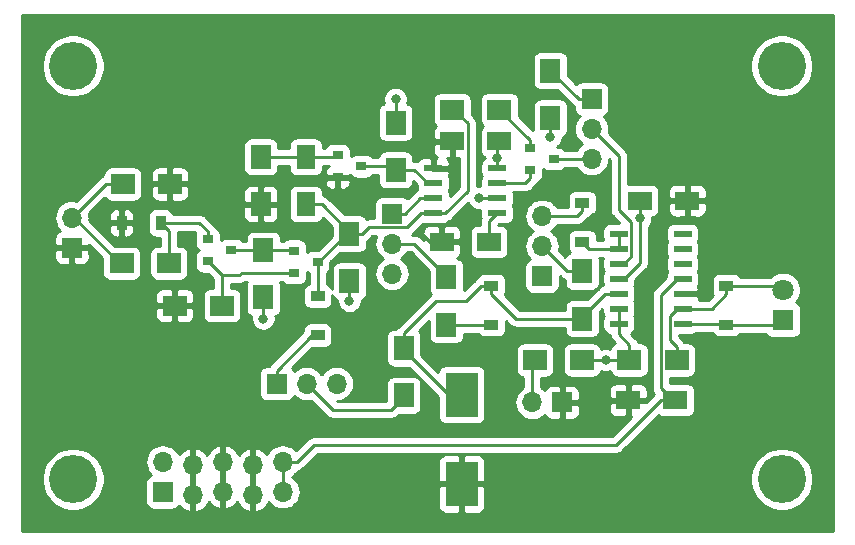
<source format=gtl>
G04 #@! TF.GenerationSoftware,KiCad,Pcbnew,(5.1.0)-1*
G04 #@! TF.CreationDate,2019-05-13T14:42:25-04:00*
G04 #@! TF.ProjectId,EG,45472e6b-6963-4616-945f-706362585858,rev?*
G04 #@! TF.SameCoordinates,Original*
G04 #@! TF.FileFunction,Copper,L1,Top*
G04 #@! TF.FilePolarity,Positive*
%FSLAX46Y46*%
G04 Gerber Fmt 4.6, Leading zero omitted, Abs format (unit mm)*
G04 Created by KiCad (PCBNEW (5.1.0)-1) date 2019-05-13 14:42:25*
%MOMM*%
%LPD*%
G04 APERTURE LIST*
%ADD10C,4.064000*%
%ADD11R,2.000000X1.600000*%
%ADD12R,1.600000X2.000000*%
%ADD13R,2.700000X3.750000*%
%ADD14R,0.900000X1.200000*%
%ADD15R,1.200000X0.900000*%
%ADD16R,1.800000X1.800000*%
%ADD17C,1.800000*%
%ADD18O,1.700000X1.700000*%
%ADD19R,1.700000X1.700000*%
%ADD20R,0.900000X0.800000*%
%ADD21R,2.000000X1.700000*%
%ADD22R,1.700000X2.000000*%
%ADD23R,1.500000X0.600000*%
%ADD24R,1.550000X0.600000*%
%ADD25C,0.800000*%
%ADD26C,0.250000*%
%ADD27C,0.254000*%
G04 APERTURE END LIST*
D10*
X85000000Y-105000000D03*
X145000000Y-105000000D03*
X145000000Y-70000000D03*
X85000000Y-70000000D03*
D11*
X137000000Y-81400000D03*
X133000000Y-81400000D03*
X136000000Y-98300000D03*
X132000000Y-98300000D03*
D12*
X104700000Y-77700000D03*
X104700000Y-81700000D03*
D11*
X120200000Y-84900000D03*
X116200000Y-84900000D03*
X117100000Y-76400000D03*
X121100000Y-76400000D03*
D13*
X117900000Y-97850000D03*
X117900000Y-105400000D03*
D14*
X92400000Y-83300000D03*
X89100000Y-83300000D03*
D15*
X105700000Y-89500000D03*
X105700000Y-92800000D03*
X128100000Y-84900000D03*
X128100000Y-81600000D03*
X120400000Y-91900000D03*
X120400000Y-88600000D03*
X140300000Y-91900000D03*
X140300000Y-88600000D03*
D16*
X145100000Y-91500000D03*
D17*
X145100000Y-88960000D03*
D18*
X102760000Y-103533000D03*
X102760000Y-106073000D03*
X100220000Y-103787000D03*
X100220000Y-106327000D03*
X97680000Y-103533000D03*
X97680000Y-106073000D03*
X95140000Y-103787000D03*
X95140000Y-106327000D03*
X92600000Y-103533000D03*
D19*
X92600000Y-106073000D03*
D18*
X84900000Y-82860000D03*
D19*
X84900000Y-85400000D03*
X126400000Y-98500000D03*
D18*
X123860000Y-98500000D03*
D20*
X98400000Y-85600000D03*
X96400000Y-86550000D03*
X96400000Y-84650000D03*
X103700000Y-85650000D03*
X103700000Y-87550000D03*
X105700000Y-86600000D03*
X107400000Y-77550000D03*
X107400000Y-79450000D03*
X109400000Y-78500000D03*
X125700000Y-77900000D03*
X123700000Y-78850000D03*
X123700000Y-76950000D03*
D21*
X93200000Y-80000000D03*
X89200000Y-80000000D03*
X93100000Y-86700000D03*
X89100000Y-86700000D03*
D22*
X101100000Y-89600000D03*
X101100000Y-85600000D03*
D21*
X97600000Y-90300000D03*
X93600000Y-90300000D03*
D22*
X108400000Y-84200000D03*
X108400000Y-88200000D03*
X100900000Y-81700000D03*
X100900000Y-77700000D03*
X112300000Y-74800000D03*
X112300000Y-78800000D03*
D21*
X121100000Y-73700000D03*
X117100000Y-73700000D03*
D22*
X125400000Y-74400000D03*
X125400000Y-70400000D03*
X113000000Y-97900000D03*
X113000000Y-93900000D03*
X116600000Y-87900000D03*
X116600000Y-91900000D03*
X128100000Y-87400000D03*
X128100000Y-91400000D03*
D21*
X132100000Y-94900000D03*
X136100000Y-94900000D03*
X128100000Y-94900000D03*
X124100000Y-94900000D03*
D18*
X128900000Y-77880000D03*
X128900000Y-75340000D03*
D19*
X128900000Y-72800000D03*
D18*
X112000000Y-87580000D03*
X112000000Y-85040000D03*
D19*
X112000000Y-82500000D03*
X102220000Y-96900000D03*
D18*
X104760000Y-96900000D03*
X107300000Y-96900000D03*
D19*
X124700000Y-87800000D03*
D18*
X124700000Y-85260000D03*
X124700000Y-82720000D03*
D23*
X131200000Y-84200000D03*
X131200000Y-85470000D03*
X131200000Y-86740000D03*
X131200000Y-88010000D03*
X131200000Y-89280000D03*
X131200000Y-90550000D03*
X131200000Y-91820000D03*
X136600000Y-91820000D03*
X136600000Y-90550000D03*
X136600000Y-89280000D03*
X136600000Y-88010000D03*
X136600000Y-86740000D03*
X136600000Y-85470000D03*
X136600000Y-84200000D03*
D24*
X115500000Y-78660000D03*
X115500000Y-79930000D03*
X115500000Y-81200000D03*
X115500000Y-82470000D03*
X120900000Y-82470000D03*
X120900000Y-81200000D03*
X120900000Y-79930000D03*
X120900000Y-78660000D03*
D25*
X114400000Y-84100000D03*
X114300000Y-76000000D03*
X101100000Y-91400000D03*
X108400000Y-89900000D03*
X112300000Y-72800000D03*
X125400000Y-76000000D03*
X120900000Y-77800000D03*
X133000000Y-82900000D03*
X119400000Y-81200000D03*
X130100000Y-94900000D03*
D26*
X116200000Y-84900000D02*
X115200000Y-84900000D01*
X115200000Y-84900000D02*
X114400000Y-84100000D01*
X101100000Y-89600000D02*
X101100000Y-91400000D01*
X108400000Y-88200000D02*
X108400000Y-89900000D01*
X120900000Y-76600000D02*
X121100000Y-76400000D01*
X120900000Y-78660000D02*
X120900000Y-77800000D01*
X112300000Y-74800000D02*
X112300000Y-72800000D01*
X125400000Y-74400000D02*
X125400000Y-76000000D01*
X120900000Y-77800000D02*
X120900000Y-76600000D01*
X133000000Y-82450000D02*
X133000000Y-81400000D01*
X133000000Y-86660000D02*
X133000000Y-82900000D01*
X131650000Y-88010000D02*
X133000000Y-86660000D01*
X131200000Y-88010000D02*
X131650000Y-88010000D01*
X133000000Y-82900000D02*
X133000000Y-82450000D01*
X136150000Y-88010000D02*
X136600000Y-88010000D01*
X134750000Y-89410000D02*
X136150000Y-88010000D01*
X134750000Y-97250000D02*
X134750000Y-89410000D01*
X135800000Y-98300000D02*
X134750000Y-97250000D01*
X136000000Y-98300000D02*
X135800000Y-98300000D01*
X102760000Y-104870919D02*
X102760000Y-103533000D01*
X102760000Y-106073000D02*
X102760000Y-104870919D01*
X103962081Y-103533000D02*
X105395081Y-102100000D01*
X102760000Y-103533000D02*
X103962081Y-103533000D01*
X134750000Y-98300000D02*
X136000000Y-98300000D01*
X130950000Y-102100000D02*
X134750000Y-98300000D01*
X105395081Y-102100000D02*
X130950000Y-102100000D01*
X100900000Y-77700000D02*
X104700000Y-77700000D01*
X107250000Y-77700000D02*
X107400000Y-77550000D01*
X104700000Y-77700000D02*
X107250000Y-77700000D01*
X105700000Y-89500000D02*
X105700000Y-86600000D01*
X108150000Y-84200000D02*
X108400000Y-84200000D01*
X105750000Y-86600000D02*
X108150000Y-84200000D01*
X105700000Y-86600000D02*
X105750000Y-86600000D01*
X108400000Y-84050000D02*
X108400000Y-84200000D01*
X106050000Y-81700000D02*
X108400000Y-84050000D01*
X104700000Y-81700000D02*
X106050000Y-81700000D01*
X114475000Y-82470000D02*
X115500000Y-82470000D01*
X113269999Y-83675001D02*
X114475000Y-82470000D01*
X110024999Y-83675001D02*
X113269999Y-83675001D01*
X109500000Y-84200000D02*
X110024999Y-83675001D01*
X108400000Y-84200000D02*
X109500000Y-84200000D01*
X117250000Y-73700000D02*
X117100000Y-73700000D01*
X118425001Y-74875001D02*
X117250000Y-73700000D01*
X118425001Y-80569999D02*
X118425001Y-74875001D01*
X116525000Y-82470000D02*
X118425001Y-80569999D01*
X115500000Y-82470000D02*
X116525000Y-82470000D01*
X120200000Y-83170000D02*
X120900000Y-82470000D01*
X120200000Y-84900000D02*
X120200000Y-83170000D01*
X116800000Y-97850000D02*
X117900000Y-97850000D01*
X113000000Y-94050000D02*
X116800000Y-97850000D01*
X113000000Y-93900000D02*
X113000000Y-94050000D01*
X113000000Y-92650000D02*
X115750000Y-89900000D01*
X113000000Y-93900000D02*
X113000000Y-92650000D01*
X119550000Y-88600000D02*
X120400000Y-88600000D01*
X118250000Y-89900000D02*
X119550000Y-88600000D01*
X115750000Y-89900000D02*
X118250000Y-89900000D01*
X128100000Y-91250000D02*
X128100000Y-91400000D01*
X130070000Y-89280000D02*
X128100000Y-91250000D01*
X131200000Y-89280000D02*
X130070000Y-89280000D01*
X120400000Y-89300000D02*
X120400000Y-88600000D01*
X122500000Y-91400000D02*
X120400000Y-89300000D01*
X128100000Y-91400000D02*
X122500000Y-91400000D01*
X93100000Y-84000000D02*
X92400000Y-83300000D01*
X93100000Y-86700000D02*
X93100000Y-84000000D01*
X96400000Y-84000000D02*
X96400000Y-84650000D01*
X95700000Y-83300000D02*
X96400000Y-84000000D01*
X92400000Y-83300000D02*
X95700000Y-83300000D01*
X105220000Y-92800000D02*
X105700000Y-92800000D01*
X102220000Y-95800000D02*
X105220000Y-92800000D01*
X102220000Y-96900000D02*
X102220000Y-95800000D01*
X131200000Y-84200000D02*
X131200000Y-85470000D01*
X128670000Y-85470000D02*
X128100000Y-84900000D01*
X131200000Y-85470000D02*
X128670000Y-85470000D01*
X128100000Y-82300000D02*
X128100000Y-81600000D01*
X127680000Y-82720000D02*
X128100000Y-82300000D01*
X124700000Y-82720000D02*
X127680000Y-82720000D01*
X117700000Y-91900000D02*
X120400000Y-91900000D01*
X116600000Y-91900000D02*
X117700000Y-91900000D01*
X140220000Y-91820000D02*
X140300000Y-91900000D01*
X136600000Y-91820000D02*
X140220000Y-91820000D01*
X144700000Y-91900000D02*
X145100000Y-91500000D01*
X140300000Y-91900000D02*
X144700000Y-91900000D01*
X136150000Y-90550000D02*
X136600000Y-90550000D01*
X135524999Y-91175001D02*
X136150000Y-90550000D01*
X135524999Y-93224999D02*
X135524999Y-91175001D01*
X136100000Y-93800000D02*
X135524999Y-93224999D01*
X136100000Y-94900000D02*
X136100000Y-93800000D01*
X140300000Y-89300000D02*
X140300000Y-88600000D01*
X139050000Y-90550000D02*
X140300000Y-89300000D01*
X136600000Y-90550000D02*
X139050000Y-90550000D01*
X144740000Y-88600000D02*
X145100000Y-88960000D01*
X140300000Y-88600000D02*
X144740000Y-88600000D01*
X85110000Y-82860000D02*
X84900000Y-82860000D01*
X88950000Y-86700000D02*
X85110000Y-82860000D01*
X89100000Y-86700000D02*
X88950000Y-86700000D01*
X87760000Y-80000000D02*
X89200000Y-80000000D01*
X84900000Y-82860000D02*
X87760000Y-80000000D01*
X123860000Y-95140000D02*
X124100000Y-94900000D01*
X123860000Y-98500000D02*
X123860000Y-95140000D01*
X98400000Y-85600000D02*
X101100000Y-85600000D01*
X103650000Y-85600000D02*
X103700000Y-85650000D01*
X101100000Y-85600000D02*
X103650000Y-85600000D01*
X96450000Y-86550000D02*
X96400000Y-86550000D01*
X97600000Y-87700000D02*
X96450000Y-86550000D01*
X97600000Y-90300000D02*
X97600000Y-87700000D01*
X99100000Y-87700000D02*
X97600000Y-87700000D01*
X99250000Y-87550000D02*
X99100000Y-87700000D01*
X103700000Y-87550000D02*
X99250000Y-87550000D01*
X112000000Y-78500000D02*
X112300000Y-78800000D01*
X109400000Y-78500000D02*
X112000000Y-78500000D01*
X115025000Y-79930000D02*
X115500000Y-79930000D01*
X113895000Y-78800000D02*
X115025000Y-79930000D01*
X112300000Y-78800000D02*
X113895000Y-78800000D01*
X128880000Y-77900000D02*
X128900000Y-77880000D01*
X125700000Y-77900000D02*
X128880000Y-77900000D01*
X123700000Y-79500000D02*
X123700000Y-78850000D01*
X123270000Y-79930000D02*
X123700000Y-79500000D01*
X120900000Y-79930000D02*
X123270000Y-79930000D01*
X123700000Y-76300000D02*
X121100000Y-73700000D01*
X123700000Y-76950000D02*
X123700000Y-76300000D01*
X127800000Y-72800000D02*
X125400000Y-70400000D01*
X128900000Y-72800000D02*
X127800000Y-72800000D01*
X113000000Y-98050000D02*
X113000000Y-97900000D01*
X111900000Y-99150000D02*
X113000000Y-98050000D01*
X107010000Y-99150000D02*
X111900000Y-99150000D01*
X104760000Y-96900000D02*
X107010000Y-99150000D01*
X116600000Y-87750000D02*
X116600000Y-87900000D01*
X113890000Y-85040000D02*
X116600000Y-87750000D01*
X112000000Y-85040000D02*
X113890000Y-85040000D01*
X126840000Y-87400000D02*
X124700000Y-85260000D01*
X128100000Y-87400000D02*
X126840000Y-87400000D01*
X128100000Y-94900000D02*
X129350000Y-94900000D01*
X131200000Y-90550000D02*
X131200000Y-91820000D01*
X120900000Y-81200000D02*
X119400000Y-81200000D01*
X129350000Y-94900000D02*
X130100000Y-94900000D01*
X130100000Y-94900000D02*
X132100000Y-94900000D01*
X132100000Y-94900000D02*
X132100000Y-93600000D01*
X131200000Y-92700000D02*
X131200000Y-91820000D01*
X132100000Y-93600000D02*
X131200000Y-92700000D01*
X132275001Y-83248003D02*
X131200000Y-82173002D01*
X132275001Y-86114999D02*
X132275001Y-83248003D01*
X131200000Y-86740000D02*
X131650000Y-86740000D01*
X131650000Y-86740000D02*
X132275001Y-86114999D01*
X131200000Y-77640000D02*
X128900000Y-75340000D01*
X131200000Y-82173002D02*
X131200000Y-77640000D01*
X114475000Y-81200000D02*
X115500000Y-81200000D01*
X114400000Y-81200000D02*
X114475000Y-81200000D01*
X113100000Y-82500000D02*
X114400000Y-81200000D01*
X112000000Y-82500000D02*
X113100000Y-82500000D01*
D27*
G36*
X149340001Y-109340000D02*
G01*
X80660000Y-109340000D01*
X80660000Y-104737323D01*
X82333000Y-104737323D01*
X82333000Y-105262677D01*
X82435492Y-105777935D01*
X82636536Y-106263298D01*
X82928406Y-106700113D01*
X83299887Y-107071594D01*
X83736702Y-107363464D01*
X84222065Y-107564508D01*
X84737323Y-107667000D01*
X85262677Y-107667000D01*
X85777935Y-107564508D01*
X86263298Y-107363464D01*
X86700113Y-107071594D01*
X87071594Y-106700113D01*
X87363464Y-106263298D01*
X87564508Y-105777935D01*
X87667000Y-105262677D01*
X87667000Y-104737323D01*
X87564508Y-104222065D01*
X87363464Y-103736702D01*
X87227355Y-103533000D01*
X91107815Y-103533000D01*
X91136487Y-103824111D01*
X91221401Y-104104034D01*
X91359294Y-104362014D01*
X91544866Y-104588134D01*
X91574687Y-104612607D01*
X91505820Y-104633498D01*
X91395506Y-104692463D01*
X91298815Y-104771815D01*
X91219463Y-104868506D01*
X91160498Y-104978820D01*
X91124188Y-105098518D01*
X91111928Y-105223000D01*
X91111928Y-106923000D01*
X91124188Y-107047482D01*
X91160498Y-107167180D01*
X91219463Y-107277494D01*
X91298815Y-107374185D01*
X91395506Y-107453537D01*
X91505820Y-107512502D01*
X91625518Y-107548812D01*
X91750000Y-107561072D01*
X93450000Y-107561072D01*
X93574482Y-107548812D01*
X93694180Y-107512502D01*
X93804494Y-107453537D01*
X93901185Y-107374185D01*
X93980537Y-107277494D01*
X93990441Y-107258965D01*
X94139731Y-107424588D01*
X94373080Y-107598641D01*
X94635901Y-107723825D01*
X94783110Y-107768476D01*
X95013000Y-107647155D01*
X95013000Y-106454000D01*
X94993000Y-106454000D01*
X94993000Y-106200000D01*
X95013000Y-106200000D01*
X95013000Y-103914000D01*
X94993000Y-103914000D01*
X94993000Y-103660000D01*
X95013000Y-103660000D01*
X95013000Y-102466845D01*
X95267000Y-102466845D01*
X95267000Y-103660000D01*
X95287000Y-103660000D01*
X95287000Y-103914000D01*
X95267000Y-103914000D01*
X95267000Y-106200000D01*
X95287000Y-106200000D01*
X95287000Y-106454000D01*
X95267000Y-106454000D01*
X95267000Y-107647155D01*
X95496890Y-107768476D01*
X95644099Y-107723825D01*
X95906920Y-107598641D01*
X96140269Y-107424588D01*
X96335178Y-107208355D01*
X96484157Y-106958252D01*
X96485337Y-106954926D01*
X96679731Y-107170588D01*
X96913080Y-107344641D01*
X97175901Y-107469825D01*
X97323110Y-107514476D01*
X97553000Y-107393155D01*
X97553000Y-106200000D01*
X97533000Y-106200000D01*
X97533000Y-105946000D01*
X97553000Y-105946000D01*
X97553000Y-103660000D01*
X97533000Y-103660000D01*
X97533000Y-103406000D01*
X97553000Y-103406000D01*
X97553000Y-102212845D01*
X97807000Y-102212845D01*
X97807000Y-103406000D01*
X97827000Y-103406000D01*
X97827000Y-103660000D01*
X97807000Y-103660000D01*
X97807000Y-105946000D01*
X97827000Y-105946000D01*
X97827000Y-106200000D01*
X97807000Y-106200000D01*
X97807000Y-107393155D01*
X98036890Y-107514476D01*
X98184099Y-107469825D01*
X98446920Y-107344641D01*
X98680269Y-107170588D01*
X98874663Y-106954926D01*
X98875843Y-106958252D01*
X99024822Y-107208355D01*
X99219731Y-107424588D01*
X99453080Y-107598641D01*
X99715901Y-107723825D01*
X99863110Y-107768476D01*
X100093000Y-107647155D01*
X100093000Y-106454000D01*
X100073000Y-106454000D01*
X100073000Y-106200000D01*
X100093000Y-106200000D01*
X100093000Y-103914000D01*
X100073000Y-103914000D01*
X100073000Y-103660000D01*
X100093000Y-103660000D01*
X100093000Y-102466845D01*
X100347000Y-102466845D01*
X100347000Y-103660000D01*
X100367000Y-103660000D01*
X100367000Y-103914000D01*
X100347000Y-103914000D01*
X100347000Y-106200000D01*
X100367000Y-106200000D01*
X100367000Y-106454000D01*
X100347000Y-106454000D01*
X100347000Y-107647155D01*
X100576890Y-107768476D01*
X100724099Y-107723825D01*
X100986920Y-107598641D01*
X101220269Y-107424588D01*
X101415178Y-107208355D01*
X101564157Y-106958252D01*
X101564546Y-106957154D01*
X101704866Y-107128134D01*
X101930986Y-107313706D01*
X102188966Y-107451599D01*
X102468889Y-107536513D01*
X102687050Y-107558000D01*
X102832950Y-107558000D01*
X103051111Y-107536513D01*
X103331034Y-107451599D01*
X103589014Y-107313706D01*
X103636177Y-107275000D01*
X115911928Y-107275000D01*
X115924188Y-107399482D01*
X115960498Y-107519180D01*
X116019463Y-107629494D01*
X116098815Y-107726185D01*
X116195506Y-107805537D01*
X116305820Y-107864502D01*
X116425518Y-107900812D01*
X116550000Y-107913072D01*
X117614250Y-107910000D01*
X117773000Y-107751250D01*
X117773000Y-105527000D01*
X118027000Y-105527000D01*
X118027000Y-107751250D01*
X118185750Y-107910000D01*
X119250000Y-107913072D01*
X119374482Y-107900812D01*
X119494180Y-107864502D01*
X119604494Y-107805537D01*
X119701185Y-107726185D01*
X119780537Y-107629494D01*
X119839502Y-107519180D01*
X119875812Y-107399482D01*
X119888072Y-107275000D01*
X119885000Y-105685750D01*
X119726250Y-105527000D01*
X118027000Y-105527000D01*
X117773000Y-105527000D01*
X116073750Y-105527000D01*
X115915000Y-105685750D01*
X115911928Y-107275000D01*
X103636177Y-107275000D01*
X103815134Y-107128134D01*
X104000706Y-106902014D01*
X104138599Y-106644034D01*
X104223513Y-106364111D01*
X104252185Y-106073000D01*
X104223513Y-105781889D01*
X104138599Y-105501966D01*
X104000706Y-105243986D01*
X103815134Y-105017866D01*
X103589014Y-104832294D01*
X103534209Y-104803000D01*
X103589014Y-104773706D01*
X103815134Y-104588134D01*
X104000706Y-104362014D01*
X104039716Y-104289031D01*
X104111067Y-104282003D01*
X104254328Y-104238546D01*
X104386357Y-104167974D01*
X104502082Y-104073001D01*
X104525885Y-104043997D01*
X105044882Y-103525000D01*
X115911928Y-103525000D01*
X115915000Y-105114250D01*
X116073750Y-105273000D01*
X117773000Y-105273000D01*
X117773000Y-103048750D01*
X118027000Y-103048750D01*
X118027000Y-105273000D01*
X119726250Y-105273000D01*
X119885000Y-105114250D01*
X119885728Y-104737323D01*
X142333000Y-104737323D01*
X142333000Y-105262677D01*
X142435492Y-105777935D01*
X142636536Y-106263298D01*
X142928406Y-106700113D01*
X143299887Y-107071594D01*
X143736702Y-107363464D01*
X144222065Y-107564508D01*
X144737323Y-107667000D01*
X145262677Y-107667000D01*
X145777935Y-107564508D01*
X146263298Y-107363464D01*
X146700113Y-107071594D01*
X147071594Y-106700113D01*
X147363464Y-106263298D01*
X147564508Y-105777935D01*
X147667000Y-105262677D01*
X147667000Y-104737323D01*
X147564508Y-104222065D01*
X147363464Y-103736702D01*
X147071594Y-103299887D01*
X146700113Y-102928406D01*
X146263298Y-102636536D01*
X145777935Y-102435492D01*
X145262677Y-102333000D01*
X144737323Y-102333000D01*
X144222065Y-102435492D01*
X143736702Y-102636536D01*
X143299887Y-102928406D01*
X142928406Y-103299887D01*
X142636536Y-103736702D01*
X142435492Y-104222065D01*
X142333000Y-104737323D01*
X119885728Y-104737323D01*
X119888072Y-103525000D01*
X119875812Y-103400518D01*
X119839502Y-103280820D01*
X119780537Y-103170506D01*
X119701185Y-103073815D01*
X119604494Y-102994463D01*
X119494180Y-102935498D01*
X119374482Y-102899188D01*
X119250000Y-102886928D01*
X118185750Y-102890000D01*
X118027000Y-103048750D01*
X117773000Y-103048750D01*
X117614250Y-102890000D01*
X116550000Y-102886928D01*
X116425518Y-102899188D01*
X116305820Y-102935498D01*
X116195506Y-102994463D01*
X116098815Y-103073815D01*
X116019463Y-103170506D01*
X115960498Y-103280820D01*
X115924188Y-103400518D01*
X115911928Y-103525000D01*
X105044882Y-103525000D01*
X105709883Y-102860000D01*
X130912678Y-102860000D01*
X130950000Y-102863676D01*
X130987322Y-102860000D01*
X130987333Y-102860000D01*
X131098986Y-102849003D01*
X131242247Y-102805546D01*
X131374276Y-102734974D01*
X131490001Y-102640001D01*
X131513804Y-102610997D01*
X134562437Y-99562365D01*
X134645506Y-99630537D01*
X134755820Y-99689502D01*
X134875518Y-99725812D01*
X135000000Y-99738072D01*
X137000000Y-99738072D01*
X137124482Y-99725812D01*
X137244180Y-99689502D01*
X137354494Y-99630537D01*
X137451185Y-99551185D01*
X137530537Y-99454494D01*
X137589502Y-99344180D01*
X137625812Y-99224482D01*
X137638072Y-99100000D01*
X137638072Y-97500000D01*
X137625812Y-97375518D01*
X137589502Y-97255820D01*
X137530537Y-97145506D01*
X137451185Y-97048815D01*
X137354494Y-96969463D01*
X137244180Y-96910498D01*
X137124482Y-96874188D01*
X137000000Y-96861928D01*
X135510000Y-96861928D01*
X135510000Y-96388072D01*
X137100000Y-96388072D01*
X137224482Y-96375812D01*
X137344180Y-96339502D01*
X137454494Y-96280537D01*
X137551185Y-96201185D01*
X137630537Y-96104494D01*
X137689502Y-95994180D01*
X137725812Y-95874482D01*
X137738072Y-95750000D01*
X137738072Y-94050000D01*
X137725812Y-93925518D01*
X137689502Y-93805820D01*
X137630537Y-93695506D01*
X137551185Y-93598815D01*
X137454494Y-93519463D01*
X137344180Y-93460498D01*
X137224482Y-93424188D01*
X137100000Y-93411928D01*
X136754326Y-93411928D01*
X136734974Y-93375724D01*
X136640001Y-93259999D01*
X136611002Y-93236200D01*
X136284999Y-92910198D01*
X136284999Y-92758072D01*
X137350000Y-92758072D01*
X137474482Y-92745812D01*
X137594180Y-92709502D01*
X137704494Y-92650537D01*
X137790444Y-92580000D01*
X139106197Y-92580000D01*
X139110498Y-92594180D01*
X139169463Y-92704494D01*
X139248815Y-92801185D01*
X139345506Y-92880537D01*
X139455820Y-92939502D01*
X139575518Y-92975812D01*
X139700000Y-92988072D01*
X140900000Y-92988072D01*
X141024482Y-92975812D01*
X141144180Y-92939502D01*
X141254494Y-92880537D01*
X141351185Y-92801185D01*
X141430537Y-92704494D01*
X141454320Y-92660000D01*
X143618954Y-92660000D01*
X143669463Y-92754494D01*
X143748815Y-92851185D01*
X143845506Y-92930537D01*
X143955820Y-92989502D01*
X144075518Y-93025812D01*
X144200000Y-93038072D01*
X146000000Y-93038072D01*
X146124482Y-93025812D01*
X146244180Y-92989502D01*
X146354494Y-92930537D01*
X146451185Y-92851185D01*
X146530537Y-92754494D01*
X146589502Y-92644180D01*
X146625812Y-92524482D01*
X146638072Y-92400000D01*
X146638072Y-90600000D01*
X146625812Y-90475518D01*
X146589502Y-90355820D01*
X146530537Y-90245506D01*
X146451185Y-90148815D01*
X146354494Y-90069463D01*
X146244180Y-90010498D01*
X146225873Y-90004944D01*
X146292312Y-89938505D01*
X146460299Y-89687095D01*
X146576011Y-89407743D01*
X146635000Y-89111184D01*
X146635000Y-88808816D01*
X146576011Y-88512257D01*
X146460299Y-88232905D01*
X146292312Y-87981495D01*
X146078505Y-87767688D01*
X145827095Y-87599701D01*
X145547743Y-87483989D01*
X145251184Y-87425000D01*
X144948816Y-87425000D01*
X144652257Y-87483989D01*
X144372905Y-87599701D01*
X144121495Y-87767688D01*
X144049183Y-87840000D01*
X141454320Y-87840000D01*
X141430537Y-87795506D01*
X141351185Y-87698815D01*
X141254494Y-87619463D01*
X141144180Y-87560498D01*
X141024482Y-87524188D01*
X140900000Y-87511928D01*
X139700000Y-87511928D01*
X139575518Y-87524188D01*
X139455820Y-87560498D01*
X139345506Y-87619463D01*
X139248815Y-87698815D01*
X139169463Y-87795506D01*
X139110498Y-87905820D01*
X139074188Y-88025518D01*
X139061928Y-88150000D01*
X139061928Y-89050000D01*
X139074188Y-89174482D01*
X139110498Y-89294180D01*
X139152479Y-89372720D01*
X138735199Y-89790000D01*
X137949870Y-89790000D01*
X137975812Y-89704482D01*
X137988072Y-89580000D01*
X137985000Y-89565750D01*
X137826250Y-89407000D01*
X136727000Y-89407000D01*
X136727000Y-89427000D01*
X136473000Y-89427000D01*
X136473000Y-89407000D01*
X136453000Y-89407000D01*
X136453000Y-89153000D01*
X136473000Y-89153000D01*
X136473000Y-89133000D01*
X136727000Y-89133000D01*
X136727000Y-89153000D01*
X137826250Y-89153000D01*
X137985000Y-88994250D01*
X137988072Y-88980000D01*
X137975812Y-88855518D01*
X137939502Y-88735820D01*
X137890957Y-88645000D01*
X137939502Y-88554180D01*
X137975812Y-88434482D01*
X137988072Y-88310000D01*
X137988072Y-87710000D01*
X137975812Y-87585518D01*
X137939502Y-87465820D01*
X137890957Y-87375000D01*
X137939502Y-87284180D01*
X137975812Y-87164482D01*
X137988072Y-87040000D01*
X137988072Y-86440000D01*
X137975812Y-86315518D01*
X137939502Y-86195820D01*
X137890957Y-86105000D01*
X137939502Y-86014180D01*
X137975812Y-85894482D01*
X137988072Y-85770000D01*
X137988072Y-85170000D01*
X137975812Y-85045518D01*
X137939502Y-84925820D01*
X137890957Y-84835000D01*
X137939502Y-84744180D01*
X137975812Y-84624482D01*
X137988072Y-84500000D01*
X137988072Y-83900000D01*
X137975812Y-83775518D01*
X137939502Y-83655820D01*
X137880537Y-83545506D01*
X137801185Y-83448815D01*
X137704494Y-83369463D01*
X137594180Y-83310498D01*
X137474482Y-83274188D01*
X137350000Y-83261928D01*
X135850000Y-83261928D01*
X135725518Y-83274188D01*
X135605820Y-83310498D01*
X135495506Y-83369463D01*
X135398815Y-83448815D01*
X135319463Y-83545506D01*
X135260498Y-83655820D01*
X135224188Y-83775518D01*
X135211928Y-83900000D01*
X135211928Y-84500000D01*
X135224188Y-84624482D01*
X135260498Y-84744180D01*
X135309043Y-84835000D01*
X135260498Y-84925820D01*
X135224188Y-85045518D01*
X135211928Y-85170000D01*
X135211928Y-85770000D01*
X135224188Y-85894482D01*
X135260498Y-86014180D01*
X135309043Y-86105000D01*
X135260498Y-86195820D01*
X135224188Y-86315518D01*
X135211928Y-86440000D01*
X135211928Y-87040000D01*
X135224188Y-87164482D01*
X135260498Y-87284180D01*
X135309043Y-87375000D01*
X135260498Y-87465820D01*
X135224188Y-87585518D01*
X135211928Y-87710000D01*
X135211928Y-87873270D01*
X134238998Y-88846201D01*
X134210000Y-88869999D01*
X134186202Y-88898997D01*
X134186201Y-88898998D01*
X134115026Y-88985724D01*
X134044454Y-89117754D01*
X134025410Y-89180537D01*
X134000998Y-89261014D01*
X133994747Y-89324482D01*
X133986324Y-89410000D01*
X133990001Y-89447332D01*
X133990000Y-97212678D01*
X133986324Y-97250000D01*
X133990000Y-97287322D01*
X133990000Y-97287332D01*
X134000997Y-97398985D01*
X134031639Y-97500000D01*
X134044454Y-97542246D01*
X134115026Y-97674276D01*
X134136970Y-97701014D01*
X134197688Y-97775000D01*
X134186201Y-97788997D01*
X133512224Y-98462974D01*
X133476250Y-98427000D01*
X132127000Y-98427000D01*
X132127000Y-99576250D01*
X132262974Y-99712224D01*
X130635199Y-101340000D01*
X105432403Y-101340000D01*
X105395080Y-101336324D01*
X105357757Y-101340000D01*
X105357748Y-101340000D01*
X105246095Y-101350997D01*
X105102834Y-101394454D01*
X104970804Y-101465026D01*
X104887164Y-101533668D01*
X104855080Y-101559999D01*
X104831282Y-101588997D01*
X103872506Y-102547774D01*
X103815134Y-102477866D01*
X103589014Y-102292294D01*
X103331034Y-102154401D01*
X103051111Y-102069487D01*
X102832950Y-102048000D01*
X102687050Y-102048000D01*
X102468889Y-102069487D01*
X102188966Y-102154401D01*
X101930986Y-102292294D01*
X101704866Y-102477866D01*
X101519294Y-102703986D01*
X101412872Y-102903087D01*
X101220269Y-102689412D01*
X100986920Y-102515359D01*
X100724099Y-102390175D01*
X100576890Y-102345524D01*
X100347000Y-102466845D01*
X100093000Y-102466845D01*
X99863110Y-102345524D01*
X99715901Y-102390175D01*
X99453080Y-102515359D01*
X99219731Y-102689412D01*
X99025337Y-102905074D01*
X99024157Y-102901748D01*
X98875178Y-102651645D01*
X98680269Y-102435412D01*
X98446920Y-102261359D01*
X98184099Y-102136175D01*
X98036890Y-102091524D01*
X97807000Y-102212845D01*
X97553000Y-102212845D01*
X97323110Y-102091524D01*
X97175901Y-102136175D01*
X96913080Y-102261359D01*
X96679731Y-102435412D01*
X96484822Y-102651645D01*
X96335843Y-102901748D01*
X96334663Y-102905074D01*
X96140269Y-102689412D01*
X95906920Y-102515359D01*
X95644099Y-102390175D01*
X95496890Y-102345524D01*
X95267000Y-102466845D01*
X95013000Y-102466845D01*
X94783110Y-102345524D01*
X94635901Y-102390175D01*
X94373080Y-102515359D01*
X94139731Y-102689412D01*
X93947128Y-102903087D01*
X93840706Y-102703986D01*
X93655134Y-102477866D01*
X93429014Y-102292294D01*
X93171034Y-102154401D01*
X92891111Y-102069487D01*
X92672950Y-102048000D01*
X92527050Y-102048000D01*
X92308889Y-102069487D01*
X92028966Y-102154401D01*
X91770986Y-102292294D01*
X91544866Y-102477866D01*
X91359294Y-102703986D01*
X91221401Y-102961966D01*
X91136487Y-103241889D01*
X91107815Y-103533000D01*
X87227355Y-103533000D01*
X87071594Y-103299887D01*
X86700113Y-102928406D01*
X86263298Y-102636536D01*
X85777935Y-102435492D01*
X85262677Y-102333000D01*
X84737323Y-102333000D01*
X84222065Y-102435492D01*
X83736702Y-102636536D01*
X83299887Y-102928406D01*
X82928406Y-103299887D01*
X82636536Y-103736702D01*
X82435492Y-104222065D01*
X82333000Y-104737323D01*
X80660000Y-104737323D01*
X80660000Y-96050000D01*
X100731928Y-96050000D01*
X100731928Y-97750000D01*
X100744188Y-97874482D01*
X100780498Y-97994180D01*
X100839463Y-98104494D01*
X100918815Y-98201185D01*
X101015506Y-98280537D01*
X101125820Y-98339502D01*
X101245518Y-98375812D01*
X101370000Y-98388072D01*
X103070000Y-98388072D01*
X103194482Y-98375812D01*
X103314180Y-98339502D01*
X103424494Y-98280537D01*
X103521185Y-98201185D01*
X103600537Y-98104494D01*
X103659502Y-97994180D01*
X103680393Y-97925313D01*
X103704866Y-97955134D01*
X103930986Y-98140706D01*
X104188966Y-98278599D01*
X104468889Y-98363513D01*
X104687050Y-98385000D01*
X104832950Y-98385000D01*
X105051111Y-98363513D01*
X105125996Y-98340797D01*
X106446201Y-99661003D01*
X106469999Y-99690001D01*
X106498997Y-99713799D01*
X106585724Y-99784974D01*
X106717753Y-99855546D01*
X106861014Y-99899003D01*
X107010000Y-99913677D01*
X107047333Y-99910000D01*
X111862678Y-99910000D01*
X111900000Y-99913676D01*
X111937322Y-99910000D01*
X111937333Y-99910000D01*
X112048986Y-99899003D01*
X112192247Y-99855546D01*
X112324276Y-99784974D01*
X112440001Y-99690001D01*
X112463804Y-99660998D01*
X112586729Y-99538072D01*
X113850000Y-99538072D01*
X113974482Y-99525812D01*
X114094180Y-99489502D01*
X114204494Y-99430537D01*
X114301185Y-99351185D01*
X114380537Y-99254494D01*
X114439502Y-99144180D01*
X114475812Y-99024482D01*
X114488072Y-98900000D01*
X114488072Y-96900000D01*
X114475812Y-96775518D01*
X114439502Y-96655820D01*
X114380537Y-96545506D01*
X114301185Y-96448815D01*
X114204494Y-96369463D01*
X114094180Y-96310498D01*
X113974482Y-96274188D01*
X113850000Y-96261928D01*
X112150000Y-96261928D01*
X112025518Y-96274188D01*
X111905820Y-96310498D01*
X111795506Y-96369463D01*
X111698815Y-96448815D01*
X111619463Y-96545506D01*
X111560498Y-96655820D01*
X111524188Y-96775518D01*
X111511928Y-96900000D01*
X111511928Y-98390000D01*
X107324802Y-98390000D01*
X107319802Y-98385000D01*
X107372950Y-98385000D01*
X107591111Y-98363513D01*
X107871034Y-98278599D01*
X108129014Y-98140706D01*
X108355134Y-97955134D01*
X108540706Y-97729014D01*
X108678599Y-97471034D01*
X108763513Y-97191111D01*
X108792185Y-96900000D01*
X108763513Y-96608889D01*
X108678599Y-96328966D01*
X108540706Y-96070986D01*
X108355134Y-95844866D01*
X108129014Y-95659294D01*
X107871034Y-95521401D01*
X107591111Y-95436487D01*
X107372950Y-95415000D01*
X107227050Y-95415000D01*
X107008889Y-95436487D01*
X106728966Y-95521401D01*
X106470986Y-95659294D01*
X106244866Y-95844866D01*
X106059294Y-96070986D01*
X106030000Y-96125791D01*
X106000706Y-96070986D01*
X105815134Y-95844866D01*
X105589014Y-95659294D01*
X105331034Y-95521401D01*
X105051111Y-95436487D01*
X104832950Y-95415000D01*
X104687050Y-95415000D01*
X104468889Y-95436487D01*
X104188966Y-95521401D01*
X103930986Y-95659294D01*
X103704866Y-95844866D01*
X103680393Y-95874687D01*
X103659502Y-95805820D01*
X103600537Y-95695506D01*
X103521185Y-95598815D01*
X103507345Y-95587457D01*
X105206730Y-93888072D01*
X106300000Y-93888072D01*
X106424482Y-93875812D01*
X106544180Y-93839502D01*
X106654494Y-93780537D01*
X106751185Y-93701185D01*
X106830537Y-93604494D01*
X106889502Y-93494180D01*
X106925812Y-93374482D01*
X106938072Y-93250000D01*
X106938072Y-92350000D01*
X106925812Y-92225518D01*
X106889502Y-92105820D01*
X106830537Y-91995506D01*
X106751185Y-91898815D01*
X106654494Y-91819463D01*
X106544180Y-91760498D01*
X106424482Y-91724188D01*
X106300000Y-91711928D01*
X105100000Y-91711928D01*
X104975518Y-91724188D01*
X104855820Y-91760498D01*
X104745506Y-91819463D01*
X104648815Y-91898815D01*
X104569463Y-91995506D01*
X104510498Y-92105820D01*
X104474188Y-92225518D01*
X104461928Y-92350000D01*
X104461928Y-92483270D01*
X101708998Y-95236201D01*
X101680000Y-95259999D01*
X101656202Y-95288997D01*
X101656201Y-95288998D01*
X101585026Y-95375724D01*
X101565674Y-95411928D01*
X101370000Y-95411928D01*
X101245518Y-95424188D01*
X101125820Y-95460498D01*
X101015506Y-95519463D01*
X100918815Y-95598815D01*
X100839463Y-95695506D01*
X100780498Y-95805820D01*
X100744188Y-95925518D01*
X100731928Y-96050000D01*
X80660000Y-96050000D01*
X80660000Y-91150000D01*
X91961928Y-91150000D01*
X91974188Y-91274482D01*
X92010498Y-91394180D01*
X92069463Y-91504494D01*
X92148815Y-91601185D01*
X92245506Y-91680537D01*
X92355820Y-91739502D01*
X92475518Y-91775812D01*
X92600000Y-91788072D01*
X93314250Y-91785000D01*
X93473000Y-91626250D01*
X93473000Y-90427000D01*
X93727000Y-90427000D01*
X93727000Y-91626250D01*
X93885750Y-91785000D01*
X94600000Y-91788072D01*
X94724482Y-91775812D01*
X94844180Y-91739502D01*
X94954494Y-91680537D01*
X95051185Y-91601185D01*
X95130537Y-91504494D01*
X95189502Y-91394180D01*
X95225812Y-91274482D01*
X95238072Y-91150000D01*
X95235000Y-90585750D01*
X95076250Y-90427000D01*
X93727000Y-90427000D01*
X93473000Y-90427000D01*
X92123750Y-90427000D01*
X91965000Y-90585750D01*
X91961928Y-91150000D01*
X80660000Y-91150000D01*
X80660000Y-89450000D01*
X91961928Y-89450000D01*
X91965000Y-90014250D01*
X92123750Y-90173000D01*
X93473000Y-90173000D01*
X93473000Y-88973750D01*
X93727000Y-88973750D01*
X93727000Y-90173000D01*
X95076250Y-90173000D01*
X95235000Y-90014250D01*
X95238072Y-89450000D01*
X95225812Y-89325518D01*
X95189502Y-89205820D01*
X95130537Y-89095506D01*
X95051185Y-88998815D01*
X94954494Y-88919463D01*
X94844180Y-88860498D01*
X94724482Y-88824188D01*
X94600000Y-88811928D01*
X93885750Y-88815000D01*
X93727000Y-88973750D01*
X93473000Y-88973750D01*
X93314250Y-88815000D01*
X92600000Y-88811928D01*
X92475518Y-88824188D01*
X92355820Y-88860498D01*
X92245506Y-88919463D01*
X92148815Y-88998815D01*
X92069463Y-89095506D01*
X92010498Y-89205820D01*
X91974188Y-89325518D01*
X91961928Y-89450000D01*
X80660000Y-89450000D01*
X80660000Y-86250000D01*
X83411928Y-86250000D01*
X83424188Y-86374482D01*
X83460498Y-86494180D01*
X83519463Y-86604494D01*
X83598815Y-86701185D01*
X83695506Y-86780537D01*
X83805820Y-86839502D01*
X83925518Y-86875812D01*
X84050000Y-86888072D01*
X84614250Y-86885000D01*
X84773000Y-86726250D01*
X84773000Y-85527000D01*
X85027000Y-85527000D01*
X85027000Y-86726250D01*
X85185750Y-86885000D01*
X85750000Y-86888072D01*
X85874482Y-86875812D01*
X85994180Y-86839502D01*
X86104494Y-86780537D01*
X86201185Y-86701185D01*
X86280537Y-86604494D01*
X86339502Y-86494180D01*
X86375812Y-86374482D01*
X86388072Y-86250000D01*
X86385000Y-85685750D01*
X86226250Y-85527000D01*
X85027000Y-85527000D01*
X84773000Y-85527000D01*
X83573750Y-85527000D01*
X83415000Y-85685750D01*
X83411928Y-86250000D01*
X80660000Y-86250000D01*
X80660000Y-82860000D01*
X83407815Y-82860000D01*
X83436487Y-83151111D01*
X83521401Y-83431034D01*
X83659294Y-83689014D01*
X83844866Y-83915134D01*
X83874687Y-83939607D01*
X83805820Y-83960498D01*
X83695506Y-84019463D01*
X83598815Y-84098815D01*
X83519463Y-84195506D01*
X83460498Y-84305820D01*
X83424188Y-84425518D01*
X83411928Y-84550000D01*
X83415000Y-85114250D01*
X83573750Y-85273000D01*
X84773000Y-85273000D01*
X84773000Y-85253000D01*
X85027000Y-85253000D01*
X85027000Y-85273000D01*
X86226250Y-85273000D01*
X86337224Y-85162026D01*
X87461928Y-86286730D01*
X87461928Y-87550000D01*
X87474188Y-87674482D01*
X87510498Y-87794180D01*
X87569463Y-87904494D01*
X87648815Y-88001185D01*
X87745506Y-88080537D01*
X87855820Y-88139502D01*
X87975518Y-88175812D01*
X88100000Y-88188072D01*
X90100000Y-88188072D01*
X90224482Y-88175812D01*
X90344180Y-88139502D01*
X90454494Y-88080537D01*
X90551185Y-88001185D01*
X90630537Y-87904494D01*
X90689502Y-87794180D01*
X90725812Y-87674482D01*
X90738072Y-87550000D01*
X90738072Y-85850000D01*
X90725812Y-85725518D01*
X90689502Y-85605820D01*
X90630537Y-85495506D01*
X90551185Y-85398815D01*
X90454494Y-85319463D01*
X90344180Y-85260498D01*
X90224482Y-85224188D01*
X90100000Y-85211928D01*
X88536730Y-85211928D01*
X87224802Y-83900000D01*
X88011928Y-83900000D01*
X88024188Y-84024482D01*
X88060498Y-84144180D01*
X88119463Y-84254494D01*
X88198815Y-84351185D01*
X88295506Y-84430537D01*
X88405820Y-84489502D01*
X88525518Y-84525812D01*
X88650000Y-84538072D01*
X88814250Y-84535000D01*
X88973000Y-84376250D01*
X88973000Y-83427000D01*
X89227000Y-83427000D01*
X89227000Y-84376250D01*
X89385750Y-84535000D01*
X89550000Y-84538072D01*
X89674482Y-84525812D01*
X89794180Y-84489502D01*
X89904494Y-84430537D01*
X90001185Y-84351185D01*
X90080537Y-84254494D01*
X90139502Y-84144180D01*
X90175812Y-84024482D01*
X90188072Y-83900000D01*
X90185000Y-83585750D01*
X90026250Y-83427000D01*
X89227000Y-83427000D01*
X88973000Y-83427000D01*
X88173750Y-83427000D01*
X88015000Y-83585750D01*
X88011928Y-83900000D01*
X87224802Y-83900000D01*
X86373591Y-83048790D01*
X86392185Y-82860000D01*
X86376427Y-82700000D01*
X88011928Y-82700000D01*
X88015000Y-83014250D01*
X88173750Y-83173000D01*
X88973000Y-83173000D01*
X88973000Y-82223750D01*
X89227000Y-82223750D01*
X89227000Y-83173000D01*
X90026250Y-83173000D01*
X90185000Y-83014250D01*
X90188072Y-82700000D01*
X91311928Y-82700000D01*
X91311928Y-83900000D01*
X91324188Y-84024482D01*
X91360498Y-84144180D01*
X91419463Y-84254494D01*
X91498815Y-84351185D01*
X91595506Y-84430537D01*
X91705820Y-84489502D01*
X91825518Y-84525812D01*
X91950000Y-84538072D01*
X92340001Y-84538072D01*
X92340001Y-85211928D01*
X92100000Y-85211928D01*
X91975518Y-85224188D01*
X91855820Y-85260498D01*
X91745506Y-85319463D01*
X91648815Y-85398815D01*
X91569463Y-85495506D01*
X91510498Y-85605820D01*
X91474188Y-85725518D01*
X91461928Y-85850000D01*
X91461928Y-87550000D01*
X91474188Y-87674482D01*
X91510498Y-87794180D01*
X91569463Y-87904494D01*
X91648815Y-88001185D01*
X91745506Y-88080537D01*
X91855820Y-88139502D01*
X91975518Y-88175812D01*
X92100000Y-88188072D01*
X94100000Y-88188072D01*
X94224482Y-88175812D01*
X94344180Y-88139502D01*
X94454494Y-88080537D01*
X94551185Y-88001185D01*
X94630537Y-87904494D01*
X94689502Y-87794180D01*
X94725812Y-87674482D01*
X94738072Y-87550000D01*
X94738072Y-85850000D01*
X94725812Y-85725518D01*
X94689502Y-85605820D01*
X94630537Y-85495506D01*
X94551185Y-85398815D01*
X94454494Y-85319463D01*
X94344180Y-85260498D01*
X94224482Y-85224188D01*
X94100000Y-85211928D01*
X93860000Y-85211928D01*
X93860000Y-84060000D01*
X95344063Y-84060000D01*
X95324188Y-84125518D01*
X95311928Y-84250000D01*
X95311928Y-85050000D01*
X95324188Y-85174482D01*
X95360498Y-85294180D01*
X95419463Y-85404494D01*
X95498815Y-85501185D01*
X95595506Y-85580537D01*
X95631918Y-85600000D01*
X95595506Y-85619463D01*
X95498815Y-85698815D01*
X95419463Y-85795506D01*
X95360498Y-85905820D01*
X95324188Y-86025518D01*
X95311928Y-86150000D01*
X95311928Y-86950000D01*
X95324188Y-87074482D01*
X95360498Y-87194180D01*
X95419463Y-87304494D01*
X95498815Y-87401185D01*
X95595506Y-87480537D01*
X95705820Y-87539502D01*
X95825518Y-87575812D01*
X95950000Y-87588072D01*
X96413271Y-87588072D01*
X96840001Y-88014803D01*
X96840001Y-88811928D01*
X96600000Y-88811928D01*
X96475518Y-88824188D01*
X96355820Y-88860498D01*
X96245506Y-88919463D01*
X96148815Y-88998815D01*
X96069463Y-89095506D01*
X96010498Y-89205820D01*
X95974188Y-89325518D01*
X95961928Y-89450000D01*
X95961928Y-91150000D01*
X95974188Y-91274482D01*
X96010498Y-91394180D01*
X96069463Y-91504494D01*
X96148815Y-91601185D01*
X96245506Y-91680537D01*
X96355820Y-91739502D01*
X96475518Y-91775812D01*
X96600000Y-91788072D01*
X98600000Y-91788072D01*
X98724482Y-91775812D01*
X98844180Y-91739502D01*
X98954494Y-91680537D01*
X99051185Y-91601185D01*
X99130537Y-91504494D01*
X99189502Y-91394180D01*
X99225812Y-91274482D01*
X99238072Y-91150000D01*
X99238072Y-89450000D01*
X99225812Y-89325518D01*
X99189502Y-89205820D01*
X99130537Y-89095506D01*
X99051185Y-88998815D01*
X98954494Y-88919463D01*
X98844180Y-88860498D01*
X98724482Y-88824188D01*
X98600000Y-88811928D01*
X98360000Y-88811928D01*
X98360000Y-88460000D01*
X99062678Y-88460000D01*
X99100000Y-88463676D01*
X99137322Y-88460000D01*
X99137333Y-88460000D01*
X99248986Y-88449003D01*
X99392247Y-88405546D01*
X99524276Y-88334974D01*
X99554707Y-88310000D01*
X99684990Y-88310000D01*
X99660498Y-88355820D01*
X99624188Y-88475518D01*
X99611928Y-88600000D01*
X99611928Y-90600000D01*
X99624188Y-90724482D01*
X99660498Y-90844180D01*
X99719463Y-90954494D01*
X99798815Y-91051185D01*
X99895506Y-91130537D01*
X100005820Y-91189502D01*
X100081997Y-91212610D01*
X100065000Y-91298061D01*
X100065000Y-91501939D01*
X100104774Y-91701898D01*
X100182795Y-91890256D01*
X100296063Y-92059774D01*
X100440226Y-92203937D01*
X100609744Y-92317205D01*
X100798102Y-92395226D01*
X100998061Y-92435000D01*
X101201939Y-92435000D01*
X101401898Y-92395226D01*
X101590256Y-92317205D01*
X101759774Y-92203937D01*
X101903937Y-92059774D01*
X102017205Y-91890256D01*
X102095226Y-91701898D01*
X102135000Y-91501939D01*
X102135000Y-91298061D01*
X102118003Y-91212610D01*
X102194180Y-91189502D01*
X102304494Y-91130537D01*
X102401185Y-91051185D01*
X102480537Y-90954494D01*
X102539502Y-90844180D01*
X102575812Y-90724482D01*
X102588072Y-90600000D01*
X102588072Y-88600000D01*
X102575812Y-88475518D01*
X102539502Y-88355820D01*
X102515010Y-88310000D01*
X102723982Y-88310000D01*
X102798815Y-88401185D01*
X102895506Y-88480537D01*
X103005820Y-88539502D01*
X103125518Y-88575812D01*
X103250000Y-88588072D01*
X104150000Y-88588072D01*
X104274482Y-88575812D01*
X104394180Y-88539502D01*
X104504494Y-88480537D01*
X104601185Y-88401185D01*
X104680537Y-88304494D01*
X104739502Y-88194180D01*
X104775812Y-88074482D01*
X104788072Y-87950000D01*
X104788072Y-87438095D01*
X104798815Y-87451185D01*
X104895506Y-87530537D01*
X104940001Y-87554320D01*
X104940000Y-88434962D01*
X104855820Y-88460498D01*
X104745506Y-88519463D01*
X104648815Y-88598815D01*
X104569463Y-88695506D01*
X104510498Y-88805820D01*
X104474188Y-88925518D01*
X104461928Y-89050000D01*
X104461928Y-89950000D01*
X104474188Y-90074482D01*
X104510498Y-90194180D01*
X104569463Y-90304494D01*
X104648815Y-90401185D01*
X104745506Y-90480537D01*
X104855820Y-90539502D01*
X104975518Y-90575812D01*
X105100000Y-90588072D01*
X106300000Y-90588072D01*
X106424482Y-90575812D01*
X106544180Y-90539502D01*
X106654494Y-90480537D01*
X106751185Y-90401185D01*
X106830537Y-90304494D01*
X106889502Y-90194180D01*
X106925812Y-90074482D01*
X106938072Y-89950000D01*
X106938072Y-89370251D01*
X106960498Y-89444180D01*
X107019463Y-89554494D01*
X107098815Y-89651185D01*
X107195506Y-89730537D01*
X107305820Y-89789502D01*
X107365000Y-89807454D01*
X107365000Y-90001939D01*
X107404774Y-90201898D01*
X107482795Y-90390256D01*
X107596063Y-90559774D01*
X107740226Y-90703937D01*
X107909744Y-90817205D01*
X108098102Y-90895226D01*
X108298061Y-90935000D01*
X108501939Y-90935000D01*
X108701898Y-90895226D01*
X108890256Y-90817205D01*
X109059774Y-90703937D01*
X109203937Y-90559774D01*
X109317205Y-90390256D01*
X109395226Y-90201898D01*
X109435000Y-90001939D01*
X109435000Y-89807454D01*
X109494180Y-89789502D01*
X109604494Y-89730537D01*
X109701185Y-89651185D01*
X109780537Y-89554494D01*
X109839502Y-89444180D01*
X109875812Y-89324482D01*
X109888072Y-89200000D01*
X109888072Y-87200000D01*
X109875812Y-87075518D01*
X109839502Y-86955820D01*
X109780537Y-86845506D01*
X109701185Y-86748815D01*
X109604494Y-86669463D01*
X109494180Y-86610498D01*
X109374482Y-86574188D01*
X109250000Y-86561928D01*
X107550000Y-86561928D01*
X107425518Y-86574188D01*
X107305820Y-86610498D01*
X107195506Y-86669463D01*
X107098815Y-86748815D01*
X107019463Y-86845506D01*
X106960498Y-86955820D01*
X106924188Y-87075518D01*
X106911928Y-87200000D01*
X106911928Y-88879749D01*
X106889502Y-88805820D01*
X106830537Y-88695506D01*
X106751185Y-88598815D01*
X106654494Y-88519463D01*
X106544180Y-88460498D01*
X106460000Y-88434962D01*
X106460000Y-87554320D01*
X106504494Y-87530537D01*
X106601185Y-87451185D01*
X106680537Y-87354494D01*
X106739502Y-87244180D01*
X106775812Y-87124482D01*
X106788072Y-87000000D01*
X106788072Y-86636729D01*
X107586730Y-85838072D01*
X109250000Y-85838072D01*
X109374482Y-85825812D01*
X109494180Y-85789502D01*
X109604494Y-85730537D01*
X109701185Y-85651185D01*
X109780537Y-85554494D01*
X109839502Y-85444180D01*
X109875812Y-85324482D01*
X109888072Y-85200000D01*
X109888072Y-84854326D01*
X109924276Y-84834974D01*
X110040001Y-84740001D01*
X110063803Y-84710998D01*
X110339801Y-84435001D01*
X110639556Y-84435001D01*
X110621401Y-84468966D01*
X110536487Y-84748889D01*
X110507815Y-85040000D01*
X110536487Y-85331111D01*
X110621401Y-85611034D01*
X110759294Y-85869014D01*
X110944866Y-86095134D01*
X111170986Y-86280706D01*
X111225791Y-86310000D01*
X111170986Y-86339294D01*
X110944866Y-86524866D01*
X110759294Y-86750986D01*
X110621401Y-87008966D01*
X110536487Y-87288889D01*
X110507815Y-87580000D01*
X110536487Y-87871111D01*
X110621401Y-88151034D01*
X110759294Y-88409014D01*
X110944866Y-88635134D01*
X111170986Y-88820706D01*
X111428966Y-88958599D01*
X111708889Y-89043513D01*
X111927050Y-89065000D01*
X112072950Y-89065000D01*
X112291111Y-89043513D01*
X112571034Y-88958599D01*
X112829014Y-88820706D01*
X113055134Y-88635134D01*
X113240706Y-88409014D01*
X113378599Y-88151034D01*
X113463513Y-87871111D01*
X113492185Y-87580000D01*
X113463513Y-87288889D01*
X113378599Y-87008966D01*
X113240706Y-86750986D01*
X113055134Y-86524866D01*
X112829014Y-86339294D01*
X112774209Y-86310000D01*
X112829014Y-86280706D01*
X113055134Y-86095134D01*
X113240706Y-85869014D01*
X113277595Y-85800000D01*
X113575199Y-85800000D01*
X115111928Y-87336730D01*
X115111928Y-88900000D01*
X115124188Y-89024482D01*
X115160498Y-89144180D01*
X115219463Y-89254494D01*
X115267393Y-89312897D01*
X115209999Y-89359999D01*
X115186201Y-89388997D01*
X112488998Y-92086201D01*
X112460000Y-92109999D01*
X112436202Y-92138997D01*
X112436201Y-92138998D01*
X112365026Y-92225724D01*
X112345674Y-92261928D01*
X112150000Y-92261928D01*
X112025518Y-92274188D01*
X111905820Y-92310498D01*
X111795506Y-92369463D01*
X111698815Y-92448815D01*
X111619463Y-92545506D01*
X111560498Y-92655820D01*
X111524188Y-92775518D01*
X111511928Y-92900000D01*
X111511928Y-94900000D01*
X111524188Y-95024482D01*
X111560498Y-95144180D01*
X111619463Y-95254494D01*
X111698815Y-95351185D01*
X111795506Y-95430537D01*
X111905820Y-95489502D01*
X112025518Y-95525812D01*
X112150000Y-95538072D01*
X113413271Y-95538072D01*
X115911928Y-98036730D01*
X115911928Y-99725000D01*
X115924188Y-99849482D01*
X115960498Y-99969180D01*
X116019463Y-100079494D01*
X116098815Y-100176185D01*
X116195506Y-100255537D01*
X116305820Y-100314502D01*
X116425518Y-100350812D01*
X116550000Y-100363072D01*
X119250000Y-100363072D01*
X119374482Y-100350812D01*
X119494180Y-100314502D01*
X119604494Y-100255537D01*
X119701185Y-100176185D01*
X119780537Y-100079494D01*
X119839502Y-99969180D01*
X119875812Y-99849482D01*
X119888072Y-99725000D01*
X119888072Y-98500000D01*
X122367815Y-98500000D01*
X122396487Y-98791111D01*
X122481401Y-99071034D01*
X122619294Y-99329014D01*
X122804866Y-99555134D01*
X123030986Y-99740706D01*
X123288966Y-99878599D01*
X123568889Y-99963513D01*
X123787050Y-99985000D01*
X123932950Y-99985000D01*
X124151111Y-99963513D01*
X124431034Y-99878599D01*
X124689014Y-99740706D01*
X124915134Y-99555134D01*
X124939607Y-99525313D01*
X124960498Y-99594180D01*
X125019463Y-99704494D01*
X125098815Y-99801185D01*
X125195506Y-99880537D01*
X125305820Y-99939502D01*
X125425518Y-99975812D01*
X125550000Y-99988072D01*
X126114250Y-99985000D01*
X126273000Y-99826250D01*
X126273000Y-98627000D01*
X126527000Y-98627000D01*
X126527000Y-99826250D01*
X126685750Y-99985000D01*
X127250000Y-99988072D01*
X127374482Y-99975812D01*
X127494180Y-99939502D01*
X127604494Y-99880537D01*
X127701185Y-99801185D01*
X127780537Y-99704494D01*
X127839502Y-99594180D01*
X127875812Y-99474482D01*
X127888072Y-99350000D01*
X127886711Y-99100000D01*
X130361928Y-99100000D01*
X130374188Y-99224482D01*
X130410498Y-99344180D01*
X130469463Y-99454494D01*
X130548815Y-99551185D01*
X130645506Y-99630537D01*
X130755820Y-99689502D01*
X130875518Y-99725812D01*
X131000000Y-99738072D01*
X131714250Y-99735000D01*
X131873000Y-99576250D01*
X131873000Y-98427000D01*
X130523750Y-98427000D01*
X130365000Y-98585750D01*
X130361928Y-99100000D01*
X127886711Y-99100000D01*
X127885000Y-98785750D01*
X127726250Y-98627000D01*
X126527000Y-98627000D01*
X126273000Y-98627000D01*
X126253000Y-98627000D01*
X126253000Y-98373000D01*
X126273000Y-98373000D01*
X126273000Y-97173750D01*
X126527000Y-97173750D01*
X126527000Y-98373000D01*
X127726250Y-98373000D01*
X127885000Y-98214250D01*
X127888072Y-97650000D01*
X127875812Y-97525518D01*
X127868072Y-97500000D01*
X130361928Y-97500000D01*
X130365000Y-98014250D01*
X130523750Y-98173000D01*
X131873000Y-98173000D01*
X131873000Y-97023750D01*
X132127000Y-97023750D01*
X132127000Y-98173000D01*
X133476250Y-98173000D01*
X133635000Y-98014250D01*
X133638072Y-97500000D01*
X133625812Y-97375518D01*
X133589502Y-97255820D01*
X133530537Y-97145506D01*
X133451185Y-97048815D01*
X133354494Y-96969463D01*
X133244180Y-96910498D01*
X133124482Y-96874188D01*
X133000000Y-96861928D01*
X132285750Y-96865000D01*
X132127000Y-97023750D01*
X131873000Y-97023750D01*
X131714250Y-96865000D01*
X131000000Y-96861928D01*
X130875518Y-96874188D01*
X130755820Y-96910498D01*
X130645506Y-96969463D01*
X130548815Y-97048815D01*
X130469463Y-97145506D01*
X130410498Y-97255820D01*
X130374188Y-97375518D01*
X130361928Y-97500000D01*
X127868072Y-97500000D01*
X127839502Y-97405820D01*
X127780537Y-97295506D01*
X127701185Y-97198815D01*
X127604494Y-97119463D01*
X127494180Y-97060498D01*
X127374482Y-97024188D01*
X127250000Y-97011928D01*
X126685750Y-97015000D01*
X126527000Y-97173750D01*
X126273000Y-97173750D01*
X126114250Y-97015000D01*
X125550000Y-97011928D01*
X125425518Y-97024188D01*
X125305820Y-97060498D01*
X125195506Y-97119463D01*
X125098815Y-97198815D01*
X125019463Y-97295506D01*
X124960498Y-97405820D01*
X124939607Y-97474687D01*
X124915134Y-97444866D01*
X124689014Y-97259294D01*
X124620000Y-97222405D01*
X124620000Y-96388072D01*
X125100000Y-96388072D01*
X125224482Y-96375812D01*
X125344180Y-96339502D01*
X125454494Y-96280537D01*
X125551185Y-96201185D01*
X125630537Y-96104494D01*
X125689502Y-95994180D01*
X125725812Y-95874482D01*
X125738072Y-95750000D01*
X125738072Y-94050000D01*
X125725812Y-93925518D01*
X125689502Y-93805820D01*
X125630537Y-93695506D01*
X125551185Y-93598815D01*
X125454494Y-93519463D01*
X125344180Y-93460498D01*
X125224482Y-93424188D01*
X125100000Y-93411928D01*
X123100000Y-93411928D01*
X122975518Y-93424188D01*
X122855820Y-93460498D01*
X122745506Y-93519463D01*
X122648815Y-93598815D01*
X122569463Y-93695506D01*
X122510498Y-93805820D01*
X122474188Y-93925518D01*
X122461928Y-94050000D01*
X122461928Y-95750000D01*
X122474188Y-95874482D01*
X122510498Y-95994180D01*
X122569463Y-96104494D01*
X122648815Y-96201185D01*
X122745506Y-96280537D01*
X122855820Y-96339502D01*
X122975518Y-96375812D01*
X123100000Y-96388072D01*
X123100001Y-96388072D01*
X123100000Y-97222405D01*
X123030986Y-97259294D01*
X122804866Y-97444866D01*
X122619294Y-97670986D01*
X122481401Y-97928966D01*
X122396487Y-98208889D01*
X122367815Y-98500000D01*
X119888072Y-98500000D01*
X119888072Y-95975000D01*
X119875812Y-95850518D01*
X119839502Y-95730820D01*
X119780537Y-95620506D01*
X119701185Y-95523815D01*
X119604494Y-95444463D01*
X119494180Y-95385498D01*
X119374482Y-95349188D01*
X119250000Y-95336928D01*
X116550000Y-95336928D01*
X116425518Y-95349188D01*
X116305820Y-95385498D01*
X116195506Y-95444463D01*
X116098815Y-95523815D01*
X116019463Y-95620506D01*
X115960498Y-95730820D01*
X115924188Y-95850518D01*
X115919807Y-95895005D01*
X114488072Y-94463271D01*
X114488072Y-92900000D01*
X114475812Y-92775518D01*
X114439502Y-92655820D01*
X114380537Y-92545506D01*
X114301185Y-92448815D01*
X114287345Y-92437457D01*
X115111928Y-91612874D01*
X115111928Y-92900000D01*
X115124188Y-93024482D01*
X115160498Y-93144180D01*
X115219463Y-93254494D01*
X115298815Y-93351185D01*
X115395506Y-93430537D01*
X115505820Y-93489502D01*
X115625518Y-93525812D01*
X115750000Y-93538072D01*
X117450000Y-93538072D01*
X117574482Y-93525812D01*
X117694180Y-93489502D01*
X117804494Y-93430537D01*
X117901185Y-93351185D01*
X117980537Y-93254494D01*
X118039502Y-93144180D01*
X118075812Y-93024482D01*
X118088072Y-92900000D01*
X118088072Y-92660000D01*
X119245680Y-92660000D01*
X119269463Y-92704494D01*
X119348815Y-92801185D01*
X119445506Y-92880537D01*
X119555820Y-92939502D01*
X119675518Y-92975812D01*
X119800000Y-92988072D01*
X121000000Y-92988072D01*
X121124482Y-92975812D01*
X121244180Y-92939502D01*
X121354494Y-92880537D01*
X121451185Y-92801185D01*
X121530537Y-92704494D01*
X121589502Y-92594180D01*
X121625812Y-92474482D01*
X121638072Y-92350000D01*
X121638072Y-91612875D01*
X121936205Y-91911008D01*
X121959999Y-91940001D01*
X121988992Y-91963795D01*
X121988996Y-91963799D01*
X122026350Y-91994454D01*
X122075724Y-92034974D01*
X122207753Y-92105546D01*
X122351014Y-92149003D01*
X122462667Y-92160000D01*
X122462676Y-92160000D01*
X122499999Y-92163676D01*
X122537322Y-92160000D01*
X126611928Y-92160000D01*
X126611928Y-92400000D01*
X126624188Y-92524482D01*
X126660498Y-92644180D01*
X126719463Y-92754494D01*
X126798815Y-92851185D01*
X126895506Y-92930537D01*
X127005820Y-92989502D01*
X127125518Y-93025812D01*
X127250000Y-93038072D01*
X128950000Y-93038072D01*
X129074482Y-93025812D01*
X129194180Y-92989502D01*
X129304494Y-92930537D01*
X129401185Y-92851185D01*
X129480537Y-92754494D01*
X129539502Y-92644180D01*
X129575812Y-92524482D01*
X129588072Y-92400000D01*
X129588072Y-90836729D01*
X129811928Y-90612874D01*
X129811928Y-90850000D01*
X129824188Y-90974482D01*
X129860498Y-91094180D01*
X129909043Y-91185000D01*
X129860498Y-91275820D01*
X129824188Y-91395518D01*
X129811928Y-91520000D01*
X129811928Y-92120000D01*
X129824188Y-92244482D01*
X129860498Y-92364180D01*
X129919463Y-92474494D01*
X129998815Y-92571185D01*
X130095506Y-92650537D01*
X130205820Y-92709502D01*
X130325518Y-92745812D01*
X130441965Y-92757281D01*
X130450997Y-92848985D01*
X130486197Y-92965026D01*
X130494454Y-92992246D01*
X130565026Y-93124276D01*
X130574913Y-93136323D01*
X130659999Y-93240001D01*
X130689002Y-93263803D01*
X130878743Y-93453544D01*
X130855820Y-93460498D01*
X130745506Y-93519463D01*
X130648815Y-93598815D01*
X130569463Y-93695506D01*
X130510498Y-93805820D01*
X130474188Y-93925518D01*
X130473317Y-93934357D01*
X130401898Y-93904774D01*
X130201939Y-93865000D01*
X129998061Y-93865000D01*
X129798102Y-93904774D01*
X129726683Y-93934357D01*
X129725812Y-93925518D01*
X129689502Y-93805820D01*
X129630537Y-93695506D01*
X129551185Y-93598815D01*
X129454494Y-93519463D01*
X129344180Y-93460498D01*
X129224482Y-93424188D01*
X129100000Y-93411928D01*
X127100000Y-93411928D01*
X126975518Y-93424188D01*
X126855820Y-93460498D01*
X126745506Y-93519463D01*
X126648815Y-93598815D01*
X126569463Y-93695506D01*
X126510498Y-93805820D01*
X126474188Y-93925518D01*
X126461928Y-94050000D01*
X126461928Y-95750000D01*
X126474188Y-95874482D01*
X126510498Y-95994180D01*
X126569463Y-96104494D01*
X126648815Y-96201185D01*
X126745506Y-96280537D01*
X126855820Y-96339502D01*
X126975518Y-96375812D01*
X127100000Y-96388072D01*
X129100000Y-96388072D01*
X129224482Y-96375812D01*
X129344180Y-96339502D01*
X129454494Y-96280537D01*
X129551185Y-96201185D01*
X129630537Y-96104494D01*
X129689502Y-95994180D01*
X129725812Y-95874482D01*
X129726683Y-95865643D01*
X129798102Y-95895226D01*
X129998061Y-95935000D01*
X130201939Y-95935000D01*
X130401898Y-95895226D01*
X130473317Y-95865643D01*
X130474188Y-95874482D01*
X130510498Y-95994180D01*
X130569463Y-96104494D01*
X130648815Y-96201185D01*
X130745506Y-96280537D01*
X130855820Y-96339502D01*
X130975518Y-96375812D01*
X131100000Y-96388072D01*
X133100000Y-96388072D01*
X133224482Y-96375812D01*
X133344180Y-96339502D01*
X133454494Y-96280537D01*
X133551185Y-96201185D01*
X133630537Y-96104494D01*
X133689502Y-95994180D01*
X133725812Y-95874482D01*
X133738072Y-95750000D01*
X133738072Y-94050000D01*
X133725812Y-93925518D01*
X133689502Y-93805820D01*
X133630537Y-93695506D01*
X133551185Y-93598815D01*
X133454494Y-93519463D01*
X133344180Y-93460498D01*
X133224482Y-93424188D01*
X133100000Y-93411928D01*
X132837147Y-93411928D01*
X132805546Y-93307753D01*
X132734974Y-93175724D01*
X132640001Y-93059999D01*
X132611003Y-93036201D01*
X132252911Y-92678109D01*
X132304494Y-92650537D01*
X132401185Y-92571185D01*
X132480537Y-92474494D01*
X132539502Y-92364180D01*
X132575812Y-92244482D01*
X132588072Y-92120000D01*
X132588072Y-91520000D01*
X132575812Y-91395518D01*
X132539502Y-91275820D01*
X132490957Y-91185000D01*
X132539502Y-91094180D01*
X132575812Y-90974482D01*
X132588072Y-90850000D01*
X132588072Y-90250000D01*
X132575812Y-90125518D01*
X132539502Y-90005820D01*
X132490957Y-89915000D01*
X132539502Y-89824180D01*
X132575812Y-89704482D01*
X132588072Y-89580000D01*
X132588072Y-88980000D01*
X132575812Y-88855518D01*
X132539502Y-88735820D01*
X132490957Y-88645000D01*
X132539502Y-88554180D01*
X132575812Y-88434482D01*
X132588072Y-88310000D01*
X132588072Y-88146729D01*
X133511004Y-87223798D01*
X133540001Y-87200001D01*
X133634974Y-87084276D01*
X133705546Y-86952247D01*
X133749003Y-86808986D01*
X133760000Y-86697333D01*
X133760000Y-86697324D01*
X133763676Y-86660001D01*
X133760000Y-86622678D01*
X133760000Y-83603711D01*
X133803937Y-83559774D01*
X133917205Y-83390256D01*
X133995226Y-83201898D01*
X134035000Y-83001939D01*
X134035000Y-82834625D01*
X134124482Y-82825812D01*
X134244180Y-82789502D01*
X134354494Y-82730537D01*
X134451185Y-82651185D01*
X134530537Y-82554494D01*
X134589502Y-82444180D01*
X134625812Y-82324482D01*
X134638072Y-82200000D01*
X135361928Y-82200000D01*
X135374188Y-82324482D01*
X135410498Y-82444180D01*
X135469463Y-82554494D01*
X135548815Y-82651185D01*
X135645506Y-82730537D01*
X135755820Y-82789502D01*
X135875518Y-82825812D01*
X136000000Y-82838072D01*
X136714250Y-82835000D01*
X136873000Y-82676250D01*
X136873000Y-81527000D01*
X137127000Y-81527000D01*
X137127000Y-82676250D01*
X137285750Y-82835000D01*
X138000000Y-82838072D01*
X138124482Y-82825812D01*
X138244180Y-82789502D01*
X138354494Y-82730537D01*
X138451185Y-82651185D01*
X138530537Y-82554494D01*
X138589502Y-82444180D01*
X138625812Y-82324482D01*
X138638072Y-82200000D01*
X138635000Y-81685750D01*
X138476250Y-81527000D01*
X137127000Y-81527000D01*
X136873000Y-81527000D01*
X135523750Y-81527000D01*
X135365000Y-81685750D01*
X135361928Y-82200000D01*
X134638072Y-82200000D01*
X134638072Y-80600000D01*
X135361928Y-80600000D01*
X135365000Y-81114250D01*
X135523750Y-81273000D01*
X136873000Y-81273000D01*
X136873000Y-80123750D01*
X137127000Y-80123750D01*
X137127000Y-81273000D01*
X138476250Y-81273000D01*
X138635000Y-81114250D01*
X138638072Y-80600000D01*
X138625812Y-80475518D01*
X138589502Y-80355820D01*
X138530537Y-80245506D01*
X138451185Y-80148815D01*
X138354494Y-80069463D01*
X138244180Y-80010498D01*
X138124482Y-79974188D01*
X138000000Y-79961928D01*
X137285750Y-79965000D01*
X137127000Y-80123750D01*
X136873000Y-80123750D01*
X136714250Y-79965000D01*
X136000000Y-79961928D01*
X135875518Y-79974188D01*
X135755820Y-80010498D01*
X135645506Y-80069463D01*
X135548815Y-80148815D01*
X135469463Y-80245506D01*
X135410498Y-80355820D01*
X135374188Y-80475518D01*
X135361928Y-80600000D01*
X134638072Y-80600000D01*
X134625812Y-80475518D01*
X134589502Y-80355820D01*
X134530537Y-80245506D01*
X134451185Y-80148815D01*
X134354494Y-80069463D01*
X134244180Y-80010498D01*
X134124482Y-79974188D01*
X134000000Y-79961928D01*
X132000000Y-79961928D01*
X131960000Y-79965868D01*
X131960000Y-77677322D01*
X131963676Y-77639999D01*
X131960000Y-77602676D01*
X131960000Y-77602667D01*
X131949003Y-77491014D01*
X131905546Y-77347753D01*
X131834974Y-77215724D01*
X131740001Y-77099999D01*
X131711003Y-77076201D01*
X130340797Y-75705996D01*
X130363513Y-75631111D01*
X130392185Y-75340000D01*
X130363513Y-75048889D01*
X130278599Y-74768966D01*
X130140706Y-74510986D01*
X129955134Y-74284866D01*
X129925313Y-74260393D01*
X129994180Y-74239502D01*
X130104494Y-74180537D01*
X130201185Y-74101185D01*
X130280537Y-74004494D01*
X130339502Y-73894180D01*
X130375812Y-73774482D01*
X130388072Y-73650000D01*
X130388072Y-71950000D01*
X130375812Y-71825518D01*
X130339502Y-71705820D01*
X130280537Y-71595506D01*
X130201185Y-71498815D01*
X130104494Y-71419463D01*
X129994180Y-71360498D01*
X129874482Y-71324188D01*
X129750000Y-71311928D01*
X128050000Y-71311928D01*
X127925518Y-71324188D01*
X127805820Y-71360498D01*
X127695506Y-71419463D01*
X127598815Y-71498815D01*
X127587457Y-71512655D01*
X126888072Y-70813271D01*
X126888072Y-69737323D01*
X142333000Y-69737323D01*
X142333000Y-70262677D01*
X142435492Y-70777935D01*
X142636536Y-71263298D01*
X142928406Y-71700113D01*
X143299887Y-72071594D01*
X143736702Y-72363464D01*
X144222065Y-72564508D01*
X144737323Y-72667000D01*
X145262677Y-72667000D01*
X145777935Y-72564508D01*
X146263298Y-72363464D01*
X146700113Y-72071594D01*
X147071594Y-71700113D01*
X147363464Y-71263298D01*
X147564508Y-70777935D01*
X147667000Y-70262677D01*
X147667000Y-69737323D01*
X147564508Y-69222065D01*
X147363464Y-68736702D01*
X147071594Y-68299887D01*
X146700113Y-67928406D01*
X146263298Y-67636536D01*
X145777935Y-67435492D01*
X145262677Y-67333000D01*
X144737323Y-67333000D01*
X144222065Y-67435492D01*
X143736702Y-67636536D01*
X143299887Y-67928406D01*
X142928406Y-68299887D01*
X142636536Y-68736702D01*
X142435492Y-69222065D01*
X142333000Y-69737323D01*
X126888072Y-69737323D01*
X126888072Y-69400000D01*
X126875812Y-69275518D01*
X126839502Y-69155820D01*
X126780537Y-69045506D01*
X126701185Y-68948815D01*
X126604494Y-68869463D01*
X126494180Y-68810498D01*
X126374482Y-68774188D01*
X126250000Y-68761928D01*
X124550000Y-68761928D01*
X124425518Y-68774188D01*
X124305820Y-68810498D01*
X124195506Y-68869463D01*
X124098815Y-68948815D01*
X124019463Y-69045506D01*
X123960498Y-69155820D01*
X123924188Y-69275518D01*
X123911928Y-69400000D01*
X123911928Y-71400000D01*
X123924188Y-71524482D01*
X123960498Y-71644180D01*
X124019463Y-71754494D01*
X124098815Y-71851185D01*
X124195506Y-71930537D01*
X124305820Y-71989502D01*
X124425518Y-72025812D01*
X124550000Y-72038072D01*
X125963271Y-72038072D01*
X127236201Y-73311003D01*
X127259999Y-73340001D01*
X127288997Y-73363799D01*
X127375724Y-73434974D01*
X127411928Y-73454326D01*
X127411928Y-73650000D01*
X127424188Y-73774482D01*
X127460498Y-73894180D01*
X127519463Y-74004494D01*
X127598815Y-74101185D01*
X127695506Y-74180537D01*
X127805820Y-74239502D01*
X127874687Y-74260393D01*
X127844866Y-74284866D01*
X127659294Y-74510986D01*
X127521401Y-74768966D01*
X127436487Y-75048889D01*
X127407815Y-75340000D01*
X127436487Y-75631111D01*
X127521401Y-75911034D01*
X127659294Y-76169014D01*
X127844866Y-76395134D01*
X128070986Y-76580706D01*
X128125791Y-76610000D01*
X128070986Y-76639294D01*
X127844866Y-76824866D01*
X127659294Y-77050986D01*
X127611715Y-77140000D01*
X126676018Y-77140000D01*
X126601185Y-77048815D01*
X126504494Y-76969463D01*
X126394180Y-76910498D01*
X126274482Y-76874188D01*
X126150000Y-76861928D01*
X125972984Y-76861928D01*
X126059774Y-76803937D01*
X126203937Y-76659774D01*
X126317205Y-76490256D01*
X126395226Y-76301898D01*
X126435000Y-76101939D01*
X126435000Y-76007454D01*
X126494180Y-75989502D01*
X126604494Y-75930537D01*
X126701185Y-75851185D01*
X126780537Y-75754494D01*
X126839502Y-75644180D01*
X126875812Y-75524482D01*
X126888072Y-75400000D01*
X126888072Y-73400000D01*
X126875812Y-73275518D01*
X126839502Y-73155820D01*
X126780537Y-73045506D01*
X126701185Y-72948815D01*
X126604494Y-72869463D01*
X126494180Y-72810498D01*
X126374482Y-72774188D01*
X126250000Y-72761928D01*
X124550000Y-72761928D01*
X124425518Y-72774188D01*
X124305820Y-72810498D01*
X124195506Y-72869463D01*
X124098815Y-72948815D01*
X124019463Y-73045506D01*
X123960498Y-73155820D01*
X123924188Y-73275518D01*
X123911928Y-73400000D01*
X123911928Y-75400000D01*
X123915984Y-75441182D01*
X122738072Y-74263271D01*
X122738072Y-72850000D01*
X122725812Y-72725518D01*
X122689502Y-72605820D01*
X122630537Y-72495506D01*
X122551185Y-72398815D01*
X122454494Y-72319463D01*
X122344180Y-72260498D01*
X122224482Y-72224188D01*
X122100000Y-72211928D01*
X120100000Y-72211928D01*
X119975518Y-72224188D01*
X119855820Y-72260498D01*
X119745506Y-72319463D01*
X119648815Y-72398815D01*
X119569463Y-72495506D01*
X119510498Y-72605820D01*
X119474188Y-72725518D01*
X119461928Y-72850000D01*
X119461928Y-74550000D01*
X119474188Y-74674482D01*
X119510498Y-74794180D01*
X119569463Y-74904494D01*
X119648815Y-75001185D01*
X119738759Y-75075000D01*
X119648815Y-75148815D01*
X119569463Y-75245506D01*
X119510498Y-75355820D01*
X119474188Y-75475518D01*
X119461928Y-75600000D01*
X119461928Y-77200000D01*
X119474188Y-77324482D01*
X119510498Y-77444180D01*
X119569463Y-77554494D01*
X119648815Y-77651185D01*
X119745506Y-77730537D01*
X119850543Y-77786681D01*
X119770506Y-77829463D01*
X119673815Y-77908815D01*
X119594463Y-78005506D01*
X119535498Y-78115820D01*
X119499188Y-78235518D01*
X119486928Y-78360000D01*
X119486928Y-78960000D01*
X119499188Y-79084482D01*
X119535498Y-79204180D01*
X119584043Y-79295000D01*
X119535498Y-79385820D01*
X119499188Y-79505518D01*
X119486928Y-79630000D01*
X119486928Y-80165000D01*
X119298061Y-80165000D01*
X119185001Y-80187489D01*
X119185001Y-74912323D01*
X119188677Y-74875000D01*
X119185001Y-74837677D01*
X119185001Y-74837668D01*
X119174004Y-74726015D01*
X119130547Y-74582754D01*
X119059975Y-74450725D01*
X118965002Y-74335000D01*
X118936004Y-74311202D01*
X118738072Y-74113270D01*
X118738072Y-72850000D01*
X118725812Y-72725518D01*
X118689502Y-72605820D01*
X118630537Y-72495506D01*
X118551185Y-72398815D01*
X118454494Y-72319463D01*
X118344180Y-72260498D01*
X118224482Y-72224188D01*
X118100000Y-72211928D01*
X116100000Y-72211928D01*
X115975518Y-72224188D01*
X115855820Y-72260498D01*
X115745506Y-72319463D01*
X115648815Y-72398815D01*
X115569463Y-72495506D01*
X115510498Y-72605820D01*
X115474188Y-72725518D01*
X115461928Y-72850000D01*
X115461928Y-74550000D01*
X115474188Y-74674482D01*
X115510498Y-74794180D01*
X115569463Y-74904494D01*
X115648815Y-75001185D01*
X115738759Y-75075000D01*
X115648815Y-75148815D01*
X115569463Y-75245506D01*
X115510498Y-75355820D01*
X115474188Y-75475518D01*
X115461928Y-75600000D01*
X115465000Y-76114250D01*
X115623750Y-76273000D01*
X116973000Y-76273000D01*
X116973000Y-76253000D01*
X117227000Y-76253000D01*
X117227000Y-76273000D01*
X117247000Y-76273000D01*
X117247000Y-76527000D01*
X117227000Y-76527000D01*
X117227000Y-77676250D01*
X117385750Y-77835000D01*
X117665001Y-77836201D01*
X117665001Y-80255197D01*
X116913072Y-81007127D01*
X116913072Y-80900000D01*
X116900812Y-80775518D01*
X116864502Y-80655820D01*
X116815957Y-80565000D01*
X116864502Y-80474180D01*
X116900812Y-80354482D01*
X116913072Y-80230000D01*
X116913072Y-79630000D01*
X116900812Y-79505518D01*
X116864502Y-79385820D01*
X116815957Y-79295000D01*
X116864502Y-79204180D01*
X116900812Y-79084482D01*
X116913072Y-78960000D01*
X116910000Y-78945750D01*
X116751250Y-78787000D01*
X115627000Y-78787000D01*
X115627000Y-78807000D01*
X115373000Y-78807000D01*
X115373000Y-78787000D01*
X115353000Y-78787000D01*
X115353000Y-78533000D01*
X115373000Y-78533000D01*
X115373000Y-77883750D01*
X115214250Y-77725000D01*
X114725000Y-77721928D01*
X114600518Y-77734188D01*
X114480820Y-77770498D01*
X114370506Y-77829463D01*
X114273815Y-77908815D01*
X114194463Y-78005506D01*
X114152545Y-78083927D01*
X114043986Y-78050997D01*
X113932333Y-78040000D01*
X113932322Y-78040000D01*
X113895000Y-78036324D01*
X113857678Y-78040000D01*
X113788072Y-78040000D01*
X113788072Y-77800000D01*
X113775812Y-77675518D01*
X113739502Y-77555820D01*
X113680537Y-77445506D01*
X113601185Y-77348815D01*
X113504494Y-77269463D01*
X113394180Y-77210498D01*
X113359573Y-77200000D01*
X115461928Y-77200000D01*
X115474188Y-77324482D01*
X115510498Y-77444180D01*
X115569463Y-77554494D01*
X115648815Y-77651185D01*
X115745506Y-77730537D01*
X115768124Y-77742626D01*
X115627000Y-77883750D01*
X115627000Y-78533000D01*
X116751250Y-78533000D01*
X116910000Y-78374250D01*
X116913072Y-78360000D01*
X116900812Y-78235518D01*
X116864502Y-78115820D01*
X116805537Y-78005506D01*
X116726185Y-77908815D01*
X116637169Y-77835762D01*
X116814250Y-77835000D01*
X116973000Y-77676250D01*
X116973000Y-76527000D01*
X115623750Y-76527000D01*
X115465000Y-76685750D01*
X115461928Y-77200000D01*
X113359573Y-77200000D01*
X113274482Y-77174188D01*
X113150000Y-77161928D01*
X111450000Y-77161928D01*
X111325518Y-77174188D01*
X111205820Y-77210498D01*
X111095506Y-77269463D01*
X110998815Y-77348815D01*
X110919463Y-77445506D01*
X110860498Y-77555820D01*
X110824188Y-77675518D01*
X110817837Y-77740000D01*
X110376018Y-77740000D01*
X110301185Y-77648815D01*
X110204494Y-77569463D01*
X110094180Y-77510498D01*
X109974482Y-77474188D01*
X109850000Y-77461928D01*
X108950000Y-77461928D01*
X108825518Y-77474188D01*
X108705820Y-77510498D01*
X108595506Y-77569463D01*
X108498815Y-77648815D01*
X108488072Y-77661905D01*
X108488072Y-77150000D01*
X108475812Y-77025518D01*
X108439502Y-76905820D01*
X108380537Y-76795506D01*
X108301185Y-76698815D01*
X108204494Y-76619463D01*
X108094180Y-76560498D01*
X107974482Y-76524188D01*
X107850000Y-76511928D01*
X106950000Y-76511928D01*
X106825518Y-76524188D01*
X106705820Y-76560498D01*
X106595506Y-76619463D01*
X106498815Y-76698815D01*
X106419463Y-76795506D01*
X106360498Y-76905820D01*
X106350130Y-76940000D01*
X106138072Y-76940000D01*
X106138072Y-76700000D01*
X106125812Y-76575518D01*
X106089502Y-76455820D01*
X106030537Y-76345506D01*
X105951185Y-76248815D01*
X105854494Y-76169463D01*
X105744180Y-76110498D01*
X105624482Y-76074188D01*
X105500000Y-76061928D01*
X103900000Y-76061928D01*
X103775518Y-76074188D01*
X103655820Y-76110498D01*
X103545506Y-76169463D01*
X103448815Y-76248815D01*
X103369463Y-76345506D01*
X103310498Y-76455820D01*
X103274188Y-76575518D01*
X103261928Y-76700000D01*
X103261928Y-76940000D01*
X102388072Y-76940000D01*
X102388072Y-76700000D01*
X102375812Y-76575518D01*
X102339502Y-76455820D01*
X102280537Y-76345506D01*
X102201185Y-76248815D01*
X102104494Y-76169463D01*
X101994180Y-76110498D01*
X101874482Y-76074188D01*
X101750000Y-76061928D01*
X100050000Y-76061928D01*
X99925518Y-76074188D01*
X99805820Y-76110498D01*
X99695506Y-76169463D01*
X99598815Y-76248815D01*
X99519463Y-76345506D01*
X99460498Y-76455820D01*
X99424188Y-76575518D01*
X99411928Y-76700000D01*
X99411928Y-78700000D01*
X99424188Y-78824482D01*
X99460498Y-78944180D01*
X99519463Y-79054494D01*
X99598815Y-79151185D01*
X99695506Y-79230537D01*
X99805820Y-79289502D01*
X99925518Y-79325812D01*
X100050000Y-79338072D01*
X101750000Y-79338072D01*
X101874482Y-79325812D01*
X101994180Y-79289502D01*
X102104494Y-79230537D01*
X102201185Y-79151185D01*
X102280537Y-79054494D01*
X102339502Y-78944180D01*
X102375812Y-78824482D01*
X102388072Y-78700000D01*
X102388072Y-78460000D01*
X103261928Y-78460000D01*
X103261928Y-78700000D01*
X103274188Y-78824482D01*
X103310498Y-78944180D01*
X103369463Y-79054494D01*
X103448815Y-79151185D01*
X103545506Y-79230537D01*
X103655820Y-79289502D01*
X103775518Y-79325812D01*
X103900000Y-79338072D01*
X105500000Y-79338072D01*
X105624482Y-79325812D01*
X105744180Y-79289502D01*
X105854494Y-79230537D01*
X105951185Y-79151185D01*
X106030537Y-79054494D01*
X106089502Y-78944180D01*
X106125812Y-78824482D01*
X106138072Y-78700000D01*
X106138072Y-78460000D01*
X106570482Y-78460000D01*
X106595506Y-78480537D01*
X106631918Y-78500000D01*
X106595506Y-78519463D01*
X106498815Y-78598815D01*
X106419463Y-78695506D01*
X106360498Y-78805820D01*
X106324188Y-78925518D01*
X106311928Y-79050000D01*
X106315000Y-79164250D01*
X106473750Y-79323000D01*
X107273000Y-79323000D01*
X107273000Y-79303000D01*
X107527000Y-79303000D01*
X107527000Y-79323000D01*
X108326250Y-79323000D01*
X108410857Y-79238393D01*
X108419463Y-79254494D01*
X108498815Y-79351185D01*
X108595506Y-79430537D01*
X108705820Y-79489502D01*
X108825518Y-79525812D01*
X108950000Y-79538072D01*
X109850000Y-79538072D01*
X109974482Y-79525812D01*
X110094180Y-79489502D01*
X110204494Y-79430537D01*
X110301185Y-79351185D01*
X110376018Y-79260000D01*
X110811928Y-79260000D01*
X110811928Y-79800000D01*
X110824188Y-79924482D01*
X110860498Y-80044180D01*
X110919463Y-80154494D01*
X110998815Y-80251185D01*
X111095506Y-80330537D01*
X111205820Y-80389502D01*
X111325518Y-80425812D01*
X111450000Y-80438072D01*
X113150000Y-80438072D01*
X113274482Y-80425812D01*
X113394180Y-80389502D01*
X113504494Y-80330537D01*
X113601185Y-80251185D01*
X113680537Y-80154494D01*
X113739502Y-80044180D01*
X113775812Y-79924482D01*
X113788072Y-79800000D01*
X113788072Y-79767873D01*
X114086928Y-80066730D01*
X114086928Y-80230000D01*
X114099188Y-80354482D01*
X114135498Y-80474180D01*
X114140952Y-80484383D01*
X114107753Y-80494454D01*
X113975724Y-80565026D01*
X113859999Y-80659999D01*
X113836201Y-80688997D01*
X113312543Y-81212655D01*
X113301185Y-81198815D01*
X113204494Y-81119463D01*
X113094180Y-81060498D01*
X112974482Y-81024188D01*
X112850000Y-81011928D01*
X111150000Y-81011928D01*
X111025518Y-81024188D01*
X110905820Y-81060498D01*
X110795506Y-81119463D01*
X110698815Y-81198815D01*
X110619463Y-81295506D01*
X110560498Y-81405820D01*
X110524188Y-81525518D01*
X110511928Y-81650000D01*
X110511928Y-82915001D01*
X110062324Y-82915001D01*
X110024999Y-82911325D01*
X109987674Y-82915001D01*
X109987666Y-82915001D01*
X109876013Y-82925998D01*
X109830880Y-82939689D01*
X109780537Y-82845506D01*
X109701185Y-82748815D01*
X109604494Y-82669463D01*
X109494180Y-82610498D01*
X109374482Y-82574188D01*
X109250000Y-82561928D01*
X107986730Y-82561928D01*
X106613804Y-81189003D01*
X106590001Y-81159999D01*
X106474276Y-81065026D01*
X106342247Y-80994454D01*
X106198986Y-80950997D01*
X106138072Y-80944997D01*
X106138072Y-80700000D01*
X106125812Y-80575518D01*
X106089502Y-80455820D01*
X106030537Y-80345506D01*
X105951185Y-80248815D01*
X105854494Y-80169463D01*
X105744180Y-80110498D01*
X105624482Y-80074188D01*
X105500000Y-80061928D01*
X103900000Y-80061928D01*
X103775518Y-80074188D01*
X103655820Y-80110498D01*
X103545506Y-80169463D01*
X103448815Y-80248815D01*
X103369463Y-80345506D01*
X103310498Y-80455820D01*
X103274188Y-80575518D01*
X103261928Y-80700000D01*
X103261928Y-82700000D01*
X103274188Y-82824482D01*
X103310498Y-82944180D01*
X103369463Y-83054494D01*
X103448815Y-83151185D01*
X103545506Y-83230537D01*
X103655820Y-83289502D01*
X103775518Y-83325812D01*
X103900000Y-83338072D01*
X105500000Y-83338072D01*
X105624482Y-83325812D01*
X105744180Y-83289502D01*
X105854494Y-83230537D01*
X105951185Y-83151185D01*
X106030537Y-83054494D01*
X106089502Y-82944180D01*
X106119730Y-82844531D01*
X106911928Y-83636730D01*
X106911928Y-84363270D01*
X105713271Y-85561928D01*
X105250000Y-85561928D01*
X105125518Y-85574188D01*
X105005820Y-85610498D01*
X104895506Y-85669463D01*
X104798815Y-85748815D01*
X104788072Y-85761905D01*
X104788072Y-85250000D01*
X104775812Y-85125518D01*
X104739502Y-85005820D01*
X104680537Y-84895506D01*
X104601185Y-84798815D01*
X104504494Y-84719463D01*
X104394180Y-84660498D01*
X104274482Y-84624188D01*
X104150000Y-84611928D01*
X103250000Y-84611928D01*
X103125518Y-84624188D01*
X103005820Y-84660498D01*
X102895506Y-84719463D01*
X102798815Y-84798815D01*
X102765015Y-84840000D01*
X102588072Y-84840000D01*
X102588072Y-84600000D01*
X102575812Y-84475518D01*
X102539502Y-84355820D01*
X102480537Y-84245506D01*
X102401185Y-84148815D01*
X102304494Y-84069463D01*
X102194180Y-84010498D01*
X102074482Y-83974188D01*
X101950000Y-83961928D01*
X100250000Y-83961928D01*
X100125518Y-83974188D01*
X100005820Y-84010498D01*
X99895506Y-84069463D01*
X99798815Y-84148815D01*
X99719463Y-84245506D01*
X99660498Y-84355820D01*
X99624188Y-84475518D01*
X99611928Y-84600000D01*
X99611928Y-84840000D01*
X99376018Y-84840000D01*
X99301185Y-84748815D01*
X99204494Y-84669463D01*
X99094180Y-84610498D01*
X98974482Y-84574188D01*
X98850000Y-84561928D01*
X97950000Y-84561928D01*
X97825518Y-84574188D01*
X97705820Y-84610498D01*
X97595506Y-84669463D01*
X97498815Y-84748815D01*
X97488072Y-84761905D01*
X97488072Y-84250000D01*
X97475812Y-84125518D01*
X97439502Y-84005820D01*
X97380537Y-83895506D01*
X97301185Y-83798815D01*
X97204494Y-83719463D01*
X97094180Y-83660498D01*
X97077599Y-83655468D01*
X97034974Y-83575724D01*
X97010175Y-83545506D01*
X96963799Y-83488996D01*
X96963795Y-83488992D01*
X96940001Y-83459999D01*
X96911009Y-83436206D01*
X96263803Y-82789002D01*
X96240001Y-82759999D01*
X96166892Y-82700000D01*
X99411928Y-82700000D01*
X99424188Y-82824482D01*
X99460498Y-82944180D01*
X99519463Y-83054494D01*
X99598815Y-83151185D01*
X99695506Y-83230537D01*
X99805820Y-83289502D01*
X99925518Y-83325812D01*
X100050000Y-83338072D01*
X100614250Y-83335000D01*
X100773000Y-83176250D01*
X100773000Y-81827000D01*
X101027000Y-81827000D01*
X101027000Y-83176250D01*
X101185750Y-83335000D01*
X101750000Y-83338072D01*
X101874482Y-83325812D01*
X101994180Y-83289502D01*
X102104494Y-83230537D01*
X102201185Y-83151185D01*
X102280537Y-83054494D01*
X102339502Y-82944180D01*
X102375812Y-82824482D01*
X102388072Y-82700000D01*
X102385000Y-81985750D01*
X102226250Y-81827000D01*
X101027000Y-81827000D01*
X100773000Y-81827000D01*
X99573750Y-81827000D01*
X99415000Y-81985750D01*
X99411928Y-82700000D01*
X96166892Y-82700000D01*
X96124276Y-82665026D01*
X95992247Y-82594454D01*
X95848986Y-82550997D01*
X95737333Y-82540000D01*
X95737322Y-82540000D01*
X95700000Y-82536324D01*
X95662678Y-82540000D01*
X93465038Y-82540000D01*
X93439502Y-82455820D01*
X93380537Y-82345506D01*
X93301185Y-82248815D01*
X93204494Y-82169463D01*
X93094180Y-82110498D01*
X92974482Y-82074188D01*
X92850000Y-82061928D01*
X91950000Y-82061928D01*
X91825518Y-82074188D01*
X91705820Y-82110498D01*
X91595506Y-82169463D01*
X91498815Y-82248815D01*
X91419463Y-82345506D01*
X91360498Y-82455820D01*
X91324188Y-82575518D01*
X91311928Y-82700000D01*
X90188072Y-82700000D01*
X90175812Y-82575518D01*
X90139502Y-82455820D01*
X90080537Y-82345506D01*
X90001185Y-82248815D01*
X89904494Y-82169463D01*
X89794180Y-82110498D01*
X89674482Y-82074188D01*
X89550000Y-82061928D01*
X89385750Y-82065000D01*
X89227000Y-82223750D01*
X88973000Y-82223750D01*
X88814250Y-82065000D01*
X88650000Y-82061928D01*
X88525518Y-82074188D01*
X88405820Y-82110498D01*
X88295506Y-82169463D01*
X88198815Y-82248815D01*
X88119463Y-82345506D01*
X88060498Y-82455820D01*
X88024188Y-82575518D01*
X88011928Y-82700000D01*
X86376427Y-82700000D01*
X86363513Y-82568889D01*
X86340797Y-82494004D01*
X87655824Y-81178978D01*
X87669463Y-81204494D01*
X87748815Y-81301185D01*
X87845506Y-81380537D01*
X87955820Y-81439502D01*
X88075518Y-81475812D01*
X88200000Y-81488072D01*
X90200000Y-81488072D01*
X90324482Y-81475812D01*
X90444180Y-81439502D01*
X90554494Y-81380537D01*
X90651185Y-81301185D01*
X90730537Y-81204494D01*
X90789502Y-81094180D01*
X90825812Y-80974482D01*
X90838072Y-80850000D01*
X91561928Y-80850000D01*
X91574188Y-80974482D01*
X91610498Y-81094180D01*
X91669463Y-81204494D01*
X91748815Y-81301185D01*
X91845506Y-81380537D01*
X91955820Y-81439502D01*
X92075518Y-81475812D01*
X92200000Y-81488072D01*
X92914250Y-81485000D01*
X93073000Y-81326250D01*
X93073000Y-80127000D01*
X93327000Y-80127000D01*
X93327000Y-81326250D01*
X93485750Y-81485000D01*
X94200000Y-81488072D01*
X94324482Y-81475812D01*
X94444180Y-81439502D01*
X94554494Y-81380537D01*
X94651185Y-81301185D01*
X94730537Y-81204494D01*
X94789502Y-81094180D01*
X94825812Y-80974482D01*
X94838072Y-80850000D01*
X94837256Y-80700000D01*
X99411928Y-80700000D01*
X99415000Y-81414250D01*
X99573750Y-81573000D01*
X100773000Y-81573000D01*
X100773000Y-80223750D01*
X101027000Y-80223750D01*
X101027000Y-81573000D01*
X102226250Y-81573000D01*
X102385000Y-81414250D01*
X102388072Y-80700000D01*
X102375812Y-80575518D01*
X102339502Y-80455820D01*
X102280537Y-80345506D01*
X102201185Y-80248815D01*
X102104494Y-80169463D01*
X101994180Y-80110498D01*
X101874482Y-80074188D01*
X101750000Y-80061928D01*
X101185750Y-80065000D01*
X101027000Y-80223750D01*
X100773000Y-80223750D01*
X100614250Y-80065000D01*
X100050000Y-80061928D01*
X99925518Y-80074188D01*
X99805820Y-80110498D01*
X99695506Y-80169463D01*
X99598815Y-80248815D01*
X99519463Y-80345506D01*
X99460498Y-80455820D01*
X99424188Y-80575518D01*
X99411928Y-80700000D01*
X94837256Y-80700000D01*
X94835000Y-80285750D01*
X94676250Y-80127000D01*
X93327000Y-80127000D01*
X93073000Y-80127000D01*
X91723750Y-80127000D01*
X91565000Y-80285750D01*
X91561928Y-80850000D01*
X90838072Y-80850000D01*
X90838072Y-79150000D01*
X91561928Y-79150000D01*
X91565000Y-79714250D01*
X91723750Y-79873000D01*
X93073000Y-79873000D01*
X93073000Y-78673750D01*
X93327000Y-78673750D01*
X93327000Y-79873000D01*
X94676250Y-79873000D01*
X94699250Y-79850000D01*
X106311928Y-79850000D01*
X106324188Y-79974482D01*
X106360498Y-80094180D01*
X106419463Y-80204494D01*
X106498815Y-80301185D01*
X106595506Y-80380537D01*
X106705820Y-80439502D01*
X106825518Y-80475812D01*
X106950000Y-80488072D01*
X107114250Y-80485000D01*
X107273000Y-80326250D01*
X107273000Y-79577000D01*
X107527000Y-79577000D01*
X107527000Y-80326250D01*
X107685750Y-80485000D01*
X107850000Y-80488072D01*
X107974482Y-80475812D01*
X108094180Y-80439502D01*
X108204494Y-80380537D01*
X108301185Y-80301185D01*
X108380537Y-80204494D01*
X108439502Y-80094180D01*
X108475812Y-79974482D01*
X108488072Y-79850000D01*
X108485000Y-79735750D01*
X108326250Y-79577000D01*
X107527000Y-79577000D01*
X107273000Y-79577000D01*
X106473750Y-79577000D01*
X106315000Y-79735750D01*
X106311928Y-79850000D01*
X94699250Y-79850000D01*
X94835000Y-79714250D01*
X94838072Y-79150000D01*
X94825812Y-79025518D01*
X94789502Y-78905820D01*
X94730537Y-78795506D01*
X94651185Y-78698815D01*
X94554494Y-78619463D01*
X94444180Y-78560498D01*
X94324482Y-78524188D01*
X94200000Y-78511928D01*
X93485750Y-78515000D01*
X93327000Y-78673750D01*
X93073000Y-78673750D01*
X92914250Y-78515000D01*
X92200000Y-78511928D01*
X92075518Y-78524188D01*
X91955820Y-78560498D01*
X91845506Y-78619463D01*
X91748815Y-78698815D01*
X91669463Y-78795506D01*
X91610498Y-78905820D01*
X91574188Y-79025518D01*
X91561928Y-79150000D01*
X90838072Y-79150000D01*
X90825812Y-79025518D01*
X90789502Y-78905820D01*
X90730537Y-78795506D01*
X90651185Y-78698815D01*
X90554494Y-78619463D01*
X90444180Y-78560498D01*
X90324482Y-78524188D01*
X90200000Y-78511928D01*
X88200000Y-78511928D01*
X88075518Y-78524188D01*
X87955820Y-78560498D01*
X87845506Y-78619463D01*
X87748815Y-78698815D01*
X87669463Y-78795506D01*
X87610498Y-78905820D01*
X87574188Y-79025518D01*
X87561928Y-79150000D01*
X87561928Y-79265887D01*
X87467753Y-79294454D01*
X87335724Y-79365026D01*
X87219999Y-79459999D01*
X87196201Y-79488997D01*
X85265996Y-81419203D01*
X85191111Y-81396487D01*
X84972950Y-81375000D01*
X84827050Y-81375000D01*
X84608889Y-81396487D01*
X84328966Y-81481401D01*
X84070986Y-81619294D01*
X83844866Y-81804866D01*
X83659294Y-82030986D01*
X83521401Y-82288966D01*
X83436487Y-82568889D01*
X83407815Y-82860000D01*
X80660000Y-82860000D01*
X80660000Y-73800000D01*
X110811928Y-73800000D01*
X110811928Y-75800000D01*
X110824188Y-75924482D01*
X110860498Y-76044180D01*
X110919463Y-76154494D01*
X110998815Y-76251185D01*
X111095506Y-76330537D01*
X111205820Y-76389502D01*
X111325518Y-76425812D01*
X111450000Y-76438072D01*
X113150000Y-76438072D01*
X113274482Y-76425812D01*
X113394180Y-76389502D01*
X113504494Y-76330537D01*
X113601185Y-76251185D01*
X113680537Y-76154494D01*
X113739502Y-76044180D01*
X113775812Y-75924482D01*
X113788072Y-75800000D01*
X113788072Y-73800000D01*
X113775812Y-73675518D01*
X113739502Y-73555820D01*
X113680537Y-73445506D01*
X113601185Y-73348815D01*
X113504494Y-73269463D01*
X113394180Y-73210498D01*
X113274482Y-73174188D01*
X113265643Y-73173317D01*
X113295226Y-73101898D01*
X113335000Y-72901939D01*
X113335000Y-72698061D01*
X113295226Y-72498102D01*
X113217205Y-72309744D01*
X113103937Y-72140226D01*
X112959774Y-71996063D01*
X112790256Y-71882795D01*
X112601898Y-71804774D01*
X112401939Y-71765000D01*
X112198061Y-71765000D01*
X111998102Y-71804774D01*
X111809744Y-71882795D01*
X111640226Y-71996063D01*
X111496063Y-72140226D01*
X111382795Y-72309744D01*
X111304774Y-72498102D01*
X111265000Y-72698061D01*
X111265000Y-72901939D01*
X111304774Y-73101898D01*
X111334357Y-73173317D01*
X111325518Y-73174188D01*
X111205820Y-73210498D01*
X111095506Y-73269463D01*
X110998815Y-73348815D01*
X110919463Y-73445506D01*
X110860498Y-73555820D01*
X110824188Y-73675518D01*
X110811928Y-73800000D01*
X80660000Y-73800000D01*
X80660000Y-69737323D01*
X82333000Y-69737323D01*
X82333000Y-70262677D01*
X82435492Y-70777935D01*
X82636536Y-71263298D01*
X82928406Y-71700113D01*
X83299887Y-72071594D01*
X83736702Y-72363464D01*
X84222065Y-72564508D01*
X84737323Y-72667000D01*
X85262677Y-72667000D01*
X85777935Y-72564508D01*
X86263298Y-72363464D01*
X86700113Y-72071594D01*
X87071594Y-71700113D01*
X87363464Y-71263298D01*
X87564508Y-70777935D01*
X87667000Y-70262677D01*
X87667000Y-69737323D01*
X87564508Y-69222065D01*
X87363464Y-68736702D01*
X87071594Y-68299887D01*
X86700113Y-67928406D01*
X86263298Y-67636536D01*
X85777935Y-67435492D01*
X85262677Y-67333000D01*
X84737323Y-67333000D01*
X84222065Y-67435492D01*
X83736702Y-67636536D01*
X83299887Y-67928406D01*
X82928406Y-68299887D01*
X82636536Y-68736702D01*
X82435492Y-69222065D01*
X82333000Y-69737323D01*
X80660000Y-69737323D01*
X80660000Y-65660000D01*
X149340000Y-65660000D01*
X149340001Y-109340000D01*
X149340001Y-109340000D01*
G37*
X149340001Y-109340000D02*
X80660000Y-109340000D01*
X80660000Y-104737323D01*
X82333000Y-104737323D01*
X82333000Y-105262677D01*
X82435492Y-105777935D01*
X82636536Y-106263298D01*
X82928406Y-106700113D01*
X83299887Y-107071594D01*
X83736702Y-107363464D01*
X84222065Y-107564508D01*
X84737323Y-107667000D01*
X85262677Y-107667000D01*
X85777935Y-107564508D01*
X86263298Y-107363464D01*
X86700113Y-107071594D01*
X87071594Y-106700113D01*
X87363464Y-106263298D01*
X87564508Y-105777935D01*
X87667000Y-105262677D01*
X87667000Y-104737323D01*
X87564508Y-104222065D01*
X87363464Y-103736702D01*
X87227355Y-103533000D01*
X91107815Y-103533000D01*
X91136487Y-103824111D01*
X91221401Y-104104034D01*
X91359294Y-104362014D01*
X91544866Y-104588134D01*
X91574687Y-104612607D01*
X91505820Y-104633498D01*
X91395506Y-104692463D01*
X91298815Y-104771815D01*
X91219463Y-104868506D01*
X91160498Y-104978820D01*
X91124188Y-105098518D01*
X91111928Y-105223000D01*
X91111928Y-106923000D01*
X91124188Y-107047482D01*
X91160498Y-107167180D01*
X91219463Y-107277494D01*
X91298815Y-107374185D01*
X91395506Y-107453537D01*
X91505820Y-107512502D01*
X91625518Y-107548812D01*
X91750000Y-107561072D01*
X93450000Y-107561072D01*
X93574482Y-107548812D01*
X93694180Y-107512502D01*
X93804494Y-107453537D01*
X93901185Y-107374185D01*
X93980537Y-107277494D01*
X93990441Y-107258965D01*
X94139731Y-107424588D01*
X94373080Y-107598641D01*
X94635901Y-107723825D01*
X94783110Y-107768476D01*
X95013000Y-107647155D01*
X95013000Y-106454000D01*
X94993000Y-106454000D01*
X94993000Y-106200000D01*
X95013000Y-106200000D01*
X95013000Y-103914000D01*
X94993000Y-103914000D01*
X94993000Y-103660000D01*
X95013000Y-103660000D01*
X95013000Y-102466845D01*
X95267000Y-102466845D01*
X95267000Y-103660000D01*
X95287000Y-103660000D01*
X95287000Y-103914000D01*
X95267000Y-103914000D01*
X95267000Y-106200000D01*
X95287000Y-106200000D01*
X95287000Y-106454000D01*
X95267000Y-106454000D01*
X95267000Y-107647155D01*
X95496890Y-107768476D01*
X95644099Y-107723825D01*
X95906920Y-107598641D01*
X96140269Y-107424588D01*
X96335178Y-107208355D01*
X96484157Y-106958252D01*
X96485337Y-106954926D01*
X96679731Y-107170588D01*
X96913080Y-107344641D01*
X97175901Y-107469825D01*
X97323110Y-107514476D01*
X97553000Y-107393155D01*
X97553000Y-106200000D01*
X97533000Y-106200000D01*
X97533000Y-105946000D01*
X97553000Y-105946000D01*
X97553000Y-103660000D01*
X97533000Y-103660000D01*
X97533000Y-103406000D01*
X97553000Y-103406000D01*
X97553000Y-102212845D01*
X97807000Y-102212845D01*
X97807000Y-103406000D01*
X97827000Y-103406000D01*
X97827000Y-103660000D01*
X97807000Y-103660000D01*
X97807000Y-105946000D01*
X97827000Y-105946000D01*
X97827000Y-106200000D01*
X97807000Y-106200000D01*
X97807000Y-107393155D01*
X98036890Y-107514476D01*
X98184099Y-107469825D01*
X98446920Y-107344641D01*
X98680269Y-107170588D01*
X98874663Y-106954926D01*
X98875843Y-106958252D01*
X99024822Y-107208355D01*
X99219731Y-107424588D01*
X99453080Y-107598641D01*
X99715901Y-107723825D01*
X99863110Y-107768476D01*
X100093000Y-107647155D01*
X100093000Y-106454000D01*
X100073000Y-106454000D01*
X100073000Y-106200000D01*
X100093000Y-106200000D01*
X100093000Y-103914000D01*
X100073000Y-103914000D01*
X100073000Y-103660000D01*
X100093000Y-103660000D01*
X100093000Y-102466845D01*
X100347000Y-102466845D01*
X100347000Y-103660000D01*
X100367000Y-103660000D01*
X100367000Y-103914000D01*
X100347000Y-103914000D01*
X100347000Y-106200000D01*
X100367000Y-106200000D01*
X100367000Y-106454000D01*
X100347000Y-106454000D01*
X100347000Y-107647155D01*
X100576890Y-107768476D01*
X100724099Y-107723825D01*
X100986920Y-107598641D01*
X101220269Y-107424588D01*
X101415178Y-107208355D01*
X101564157Y-106958252D01*
X101564546Y-106957154D01*
X101704866Y-107128134D01*
X101930986Y-107313706D01*
X102188966Y-107451599D01*
X102468889Y-107536513D01*
X102687050Y-107558000D01*
X102832950Y-107558000D01*
X103051111Y-107536513D01*
X103331034Y-107451599D01*
X103589014Y-107313706D01*
X103636177Y-107275000D01*
X115911928Y-107275000D01*
X115924188Y-107399482D01*
X115960498Y-107519180D01*
X116019463Y-107629494D01*
X116098815Y-107726185D01*
X116195506Y-107805537D01*
X116305820Y-107864502D01*
X116425518Y-107900812D01*
X116550000Y-107913072D01*
X117614250Y-107910000D01*
X117773000Y-107751250D01*
X117773000Y-105527000D01*
X118027000Y-105527000D01*
X118027000Y-107751250D01*
X118185750Y-107910000D01*
X119250000Y-107913072D01*
X119374482Y-107900812D01*
X119494180Y-107864502D01*
X119604494Y-107805537D01*
X119701185Y-107726185D01*
X119780537Y-107629494D01*
X119839502Y-107519180D01*
X119875812Y-107399482D01*
X119888072Y-107275000D01*
X119885000Y-105685750D01*
X119726250Y-105527000D01*
X118027000Y-105527000D01*
X117773000Y-105527000D01*
X116073750Y-105527000D01*
X115915000Y-105685750D01*
X115911928Y-107275000D01*
X103636177Y-107275000D01*
X103815134Y-107128134D01*
X104000706Y-106902014D01*
X104138599Y-106644034D01*
X104223513Y-106364111D01*
X104252185Y-106073000D01*
X104223513Y-105781889D01*
X104138599Y-105501966D01*
X104000706Y-105243986D01*
X103815134Y-105017866D01*
X103589014Y-104832294D01*
X103534209Y-104803000D01*
X103589014Y-104773706D01*
X103815134Y-104588134D01*
X104000706Y-104362014D01*
X104039716Y-104289031D01*
X104111067Y-104282003D01*
X104254328Y-104238546D01*
X104386357Y-104167974D01*
X104502082Y-104073001D01*
X104525885Y-104043997D01*
X105044882Y-103525000D01*
X115911928Y-103525000D01*
X115915000Y-105114250D01*
X116073750Y-105273000D01*
X117773000Y-105273000D01*
X117773000Y-103048750D01*
X118027000Y-103048750D01*
X118027000Y-105273000D01*
X119726250Y-105273000D01*
X119885000Y-105114250D01*
X119885728Y-104737323D01*
X142333000Y-104737323D01*
X142333000Y-105262677D01*
X142435492Y-105777935D01*
X142636536Y-106263298D01*
X142928406Y-106700113D01*
X143299887Y-107071594D01*
X143736702Y-107363464D01*
X144222065Y-107564508D01*
X144737323Y-107667000D01*
X145262677Y-107667000D01*
X145777935Y-107564508D01*
X146263298Y-107363464D01*
X146700113Y-107071594D01*
X147071594Y-106700113D01*
X147363464Y-106263298D01*
X147564508Y-105777935D01*
X147667000Y-105262677D01*
X147667000Y-104737323D01*
X147564508Y-104222065D01*
X147363464Y-103736702D01*
X147071594Y-103299887D01*
X146700113Y-102928406D01*
X146263298Y-102636536D01*
X145777935Y-102435492D01*
X145262677Y-102333000D01*
X144737323Y-102333000D01*
X144222065Y-102435492D01*
X143736702Y-102636536D01*
X143299887Y-102928406D01*
X142928406Y-103299887D01*
X142636536Y-103736702D01*
X142435492Y-104222065D01*
X142333000Y-104737323D01*
X119885728Y-104737323D01*
X119888072Y-103525000D01*
X119875812Y-103400518D01*
X119839502Y-103280820D01*
X119780537Y-103170506D01*
X119701185Y-103073815D01*
X119604494Y-102994463D01*
X119494180Y-102935498D01*
X119374482Y-102899188D01*
X119250000Y-102886928D01*
X118185750Y-102890000D01*
X118027000Y-103048750D01*
X117773000Y-103048750D01*
X117614250Y-102890000D01*
X116550000Y-102886928D01*
X116425518Y-102899188D01*
X116305820Y-102935498D01*
X116195506Y-102994463D01*
X116098815Y-103073815D01*
X116019463Y-103170506D01*
X115960498Y-103280820D01*
X115924188Y-103400518D01*
X115911928Y-103525000D01*
X105044882Y-103525000D01*
X105709883Y-102860000D01*
X130912678Y-102860000D01*
X130950000Y-102863676D01*
X130987322Y-102860000D01*
X130987333Y-102860000D01*
X131098986Y-102849003D01*
X131242247Y-102805546D01*
X131374276Y-102734974D01*
X131490001Y-102640001D01*
X131513804Y-102610997D01*
X134562437Y-99562365D01*
X134645506Y-99630537D01*
X134755820Y-99689502D01*
X134875518Y-99725812D01*
X135000000Y-99738072D01*
X137000000Y-99738072D01*
X137124482Y-99725812D01*
X137244180Y-99689502D01*
X137354494Y-99630537D01*
X137451185Y-99551185D01*
X137530537Y-99454494D01*
X137589502Y-99344180D01*
X137625812Y-99224482D01*
X137638072Y-99100000D01*
X137638072Y-97500000D01*
X137625812Y-97375518D01*
X137589502Y-97255820D01*
X137530537Y-97145506D01*
X137451185Y-97048815D01*
X137354494Y-96969463D01*
X137244180Y-96910498D01*
X137124482Y-96874188D01*
X137000000Y-96861928D01*
X135510000Y-96861928D01*
X135510000Y-96388072D01*
X137100000Y-96388072D01*
X137224482Y-96375812D01*
X137344180Y-96339502D01*
X137454494Y-96280537D01*
X137551185Y-96201185D01*
X137630537Y-96104494D01*
X137689502Y-95994180D01*
X137725812Y-95874482D01*
X137738072Y-95750000D01*
X137738072Y-94050000D01*
X137725812Y-93925518D01*
X137689502Y-93805820D01*
X137630537Y-93695506D01*
X137551185Y-93598815D01*
X137454494Y-93519463D01*
X137344180Y-93460498D01*
X137224482Y-93424188D01*
X137100000Y-93411928D01*
X136754326Y-93411928D01*
X136734974Y-93375724D01*
X136640001Y-93259999D01*
X136611002Y-93236200D01*
X136284999Y-92910198D01*
X136284999Y-92758072D01*
X137350000Y-92758072D01*
X137474482Y-92745812D01*
X137594180Y-92709502D01*
X137704494Y-92650537D01*
X137790444Y-92580000D01*
X139106197Y-92580000D01*
X139110498Y-92594180D01*
X139169463Y-92704494D01*
X139248815Y-92801185D01*
X139345506Y-92880537D01*
X139455820Y-92939502D01*
X139575518Y-92975812D01*
X139700000Y-92988072D01*
X140900000Y-92988072D01*
X141024482Y-92975812D01*
X141144180Y-92939502D01*
X141254494Y-92880537D01*
X141351185Y-92801185D01*
X141430537Y-92704494D01*
X141454320Y-92660000D01*
X143618954Y-92660000D01*
X143669463Y-92754494D01*
X143748815Y-92851185D01*
X143845506Y-92930537D01*
X143955820Y-92989502D01*
X144075518Y-93025812D01*
X144200000Y-93038072D01*
X146000000Y-93038072D01*
X146124482Y-93025812D01*
X146244180Y-92989502D01*
X146354494Y-92930537D01*
X146451185Y-92851185D01*
X146530537Y-92754494D01*
X146589502Y-92644180D01*
X146625812Y-92524482D01*
X146638072Y-92400000D01*
X146638072Y-90600000D01*
X146625812Y-90475518D01*
X146589502Y-90355820D01*
X146530537Y-90245506D01*
X146451185Y-90148815D01*
X146354494Y-90069463D01*
X146244180Y-90010498D01*
X146225873Y-90004944D01*
X146292312Y-89938505D01*
X146460299Y-89687095D01*
X146576011Y-89407743D01*
X146635000Y-89111184D01*
X146635000Y-88808816D01*
X146576011Y-88512257D01*
X146460299Y-88232905D01*
X146292312Y-87981495D01*
X146078505Y-87767688D01*
X145827095Y-87599701D01*
X145547743Y-87483989D01*
X145251184Y-87425000D01*
X144948816Y-87425000D01*
X144652257Y-87483989D01*
X144372905Y-87599701D01*
X144121495Y-87767688D01*
X144049183Y-87840000D01*
X141454320Y-87840000D01*
X141430537Y-87795506D01*
X141351185Y-87698815D01*
X141254494Y-87619463D01*
X141144180Y-87560498D01*
X141024482Y-87524188D01*
X140900000Y-87511928D01*
X139700000Y-87511928D01*
X139575518Y-87524188D01*
X139455820Y-87560498D01*
X139345506Y-87619463D01*
X139248815Y-87698815D01*
X139169463Y-87795506D01*
X139110498Y-87905820D01*
X139074188Y-88025518D01*
X139061928Y-88150000D01*
X139061928Y-89050000D01*
X139074188Y-89174482D01*
X139110498Y-89294180D01*
X139152479Y-89372720D01*
X138735199Y-89790000D01*
X137949870Y-89790000D01*
X137975812Y-89704482D01*
X137988072Y-89580000D01*
X137985000Y-89565750D01*
X137826250Y-89407000D01*
X136727000Y-89407000D01*
X136727000Y-89427000D01*
X136473000Y-89427000D01*
X136473000Y-89407000D01*
X136453000Y-89407000D01*
X136453000Y-89153000D01*
X136473000Y-89153000D01*
X136473000Y-89133000D01*
X136727000Y-89133000D01*
X136727000Y-89153000D01*
X137826250Y-89153000D01*
X137985000Y-88994250D01*
X137988072Y-88980000D01*
X137975812Y-88855518D01*
X137939502Y-88735820D01*
X137890957Y-88645000D01*
X137939502Y-88554180D01*
X137975812Y-88434482D01*
X137988072Y-88310000D01*
X137988072Y-87710000D01*
X137975812Y-87585518D01*
X137939502Y-87465820D01*
X137890957Y-87375000D01*
X137939502Y-87284180D01*
X137975812Y-87164482D01*
X137988072Y-87040000D01*
X137988072Y-86440000D01*
X137975812Y-86315518D01*
X137939502Y-86195820D01*
X137890957Y-86105000D01*
X137939502Y-86014180D01*
X137975812Y-85894482D01*
X137988072Y-85770000D01*
X137988072Y-85170000D01*
X137975812Y-85045518D01*
X137939502Y-84925820D01*
X137890957Y-84835000D01*
X137939502Y-84744180D01*
X137975812Y-84624482D01*
X137988072Y-84500000D01*
X137988072Y-83900000D01*
X137975812Y-83775518D01*
X137939502Y-83655820D01*
X137880537Y-83545506D01*
X137801185Y-83448815D01*
X137704494Y-83369463D01*
X137594180Y-83310498D01*
X137474482Y-83274188D01*
X137350000Y-83261928D01*
X135850000Y-83261928D01*
X135725518Y-83274188D01*
X135605820Y-83310498D01*
X135495506Y-83369463D01*
X135398815Y-83448815D01*
X135319463Y-83545506D01*
X135260498Y-83655820D01*
X135224188Y-83775518D01*
X135211928Y-83900000D01*
X135211928Y-84500000D01*
X135224188Y-84624482D01*
X135260498Y-84744180D01*
X135309043Y-84835000D01*
X135260498Y-84925820D01*
X135224188Y-85045518D01*
X135211928Y-85170000D01*
X135211928Y-85770000D01*
X135224188Y-85894482D01*
X135260498Y-86014180D01*
X135309043Y-86105000D01*
X135260498Y-86195820D01*
X135224188Y-86315518D01*
X135211928Y-86440000D01*
X135211928Y-87040000D01*
X135224188Y-87164482D01*
X135260498Y-87284180D01*
X135309043Y-87375000D01*
X135260498Y-87465820D01*
X135224188Y-87585518D01*
X135211928Y-87710000D01*
X135211928Y-87873270D01*
X134238998Y-88846201D01*
X134210000Y-88869999D01*
X134186202Y-88898997D01*
X134186201Y-88898998D01*
X134115026Y-88985724D01*
X134044454Y-89117754D01*
X134025410Y-89180537D01*
X134000998Y-89261014D01*
X133994747Y-89324482D01*
X133986324Y-89410000D01*
X133990001Y-89447332D01*
X133990000Y-97212678D01*
X133986324Y-97250000D01*
X133990000Y-97287322D01*
X133990000Y-97287332D01*
X134000997Y-97398985D01*
X134031639Y-97500000D01*
X134044454Y-97542246D01*
X134115026Y-97674276D01*
X134136970Y-97701014D01*
X134197688Y-97775000D01*
X134186201Y-97788997D01*
X133512224Y-98462974D01*
X133476250Y-98427000D01*
X132127000Y-98427000D01*
X132127000Y-99576250D01*
X132262974Y-99712224D01*
X130635199Y-101340000D01*
X105432403Y-101340000D01*
X105395080Y-101336324D01*
X105357757Y-101340000D01*
X105357748Y-101340000D01*
X105246095Y-101350997D01*
X105102834Y-101394454D01*
X104970804Y-101465026D01*
X104887164Y-101533668D01*
X104855080Y-101559999D01*
X104831282Y-101588997D01*
X103872506Y-102547774D01*
X103815134Y-102477866D01*
X103589014Y-102292294D01*
X103331034Y-102154401D01*
X103051111Y-102069487D01*
X102832950Y-102048000D01*
X102687050Y-102048000D01*
X102468889Y-102069487D01*
X102188966Y-102154401D01*
X101930986Y-102292294D01*
X101704866Y-102477866D01*
X101519294Y-102703986D01*
X101412872Y-102903087D01*
X101220269Y-102689412D01*
X100986920Y-102515359D01*
X100724099Y-102390175D01*
X100576890Y-102345524D01*
X100347000Y-102466845D01*
X100093000Y-102466845D01*
X99863110Y-102345524D01*
X99715901Y-102390175D01*
X99453080Y-102515359D01*
X99219731Y-102689412D01*
X99025337Y-102905074D01*
X99024157Y-102901748D01*
X98875178Y-102651645D01*
X98680269Y-102435412D01*
X98446920Y-102261359D01*
X98184099Y-102136175D01*
X98036890Y-102091524D01*
X97807000Y-102212845D01*
X97553000Y-102212845D01*
X97323110Y-102091524D01*
X97175901Y-102136175D01*
X96913080Y-102261359D01*
X96679731Y-102435412D01*
X96484822Y-102651645D01*
X96335843Y-102901748D01*
X96334663Y-102905074D01*
X96140269Y-102689412D01*
X95906920Y-102515359D01*
X95644099Y-102390175D01*
X95496890Y-102345524D01*
X95267000Y-102466845D01*
X95013000Y-102466845D01*
X94783110Y-102345524D01*
X94635901Y-102390175D01*
X94373080Y-102515359D01*
X94139731Y-102689412D01*
X93947128Y-102903087D01*
X93840706Y-102703986D01*
X93655134Y-102477866D01*
X93429014Y-102292294D01*
X93171034Y-102154401D01*
X92891111Y-102069487D01*
X92672950Y-102048000D01*
X92527050Y-102048000D01*
X92308889Y-102069487D01*
X92028966Y-102154401D01*
X91770986Y-102292294D01*
X91544866Y-102477866D01*
X91359294Y-102703986D01*
X91221401Y-102961966D01*
X91136487Y-103241889D01*
X91107815Y-103533000D01*
X87227355Y-103533000D01*
X87071594Y-103299887D01*
X86700113Y-102928406D01*
X86263298Y-102636536D01*
X85777935Y-102435492D01*
X85262677Y-102333000D01*
X84737323Y-102333000D01*
X84222065Y-102435492D01*
X83736702Y-102636536D01*
X83299887Y-102928406D01*
X82928406Y-103299887D01*
X82636536Y-103736702D01*
X82435492Y-104222065D01*
X82333000Y-104737323D01*
X80660000Y-104737323D01*
X80660000Y-96050000D01*
X100731928Y-96050000D01*
X100731928Y-97750000D01*
X100744188Y-97874482D01*
X100780498Y-97994180D01*
X100839463Y-98104494D01*
X100918815Y-98201185D01*
X101015506Y-98280537D01*
X101125820Y-98339502D01*
X101245518Y-98375812D01*
X101370000Y-98388072D01*
X103070000Y-98388072D01*
X103194482Y-98375812D01*
X103314180Y-98339502D01*
X103424494Y-98280537D01*
X103521185Y-98201185D01*
X103600537Y-98104494D01*
X103659502Y-97994180D01*
X103680393Y-97925313D01*
X103704866Y-97955134D01*
X103930986Y-98140706D01*
X104188966Y-98278599D01*
X104468889Y-98363513D01*
X104687050Y-98385000D01*
X104832950Y-98385000D01*
X105051111Y-98363513D01*
X105125996Y-98340797D01*
X106446201Y-99661003D01*
X106469999Y-99690001D01*
X106498997Y-99713799D01*
X106585724Y-99784974D01*
X106717753Y-99855546D01*
X106861014Y-99899003D01*
X107010000Y-99913677D01*
X107047333Y-99910000D01*
X111862678Y-99910000D01*
X111900000Y-99913676D01*
X111937322Y-99910000D01*
X111937333Y-99910000D01*
X112048986Y-99899003D01*
X112192247Y-99855546D01*
X112324276Y-99784974D01*
X112440001Y-99690001D01*
X112463804Y-99660998D01*
X112586729Y-99538072D01*
X113850000Y-99538072D01*
X113974482Y-99525812D01*
X114094180Y-99489502D01*
X114204494Y-99430537D01*
X114301185Y-99351185D01*
X114380537Y-99254494D01*
X114439502Y-99144180D01*
X114475812Y-99024482D01*
X114488072Y-98900000D01*
X114488072Y-96900000D01*
X114475812Y-96775518D01*
X114439502Y-96655820D01*
X114380537Y-96545506D01*
X114301185Y-96448815D01*
X114204494Y-96369463D01*
X114094180Y-96310498D01*
X113974482Y-96274188D01*
X113850000Y-96261928D01*
X112150000Y-96261928D01*
X112025518Y-96274188D01*
X111905820Y-96310498D01*
X111795506Y-96369463D01*
X111698815Y-96448815D01*
X111619463Y-96545506D01*
X111560498Y-96655820D01*
X111524188Y-96775518D01*
X111511928Y-96900000D01*
X111511928Y-98390000D01*
X107324802Y-98390000D01*
X107319802Y-98385000D01*
X107372950Y-98385000D01*
X107591111Y-98363513D01*
X107871034Y-98278599D01*
X108129014Y-98140706D01*
X108355134Y-97955134D01*
X108540706Y-97729014D01*
X108678599Y-97471034D01*
X108763513Y-97191111D01*
X108792185Y-96900000D01*
X108763513Y-96608889D01*
X108678599Y-96328966D01*
X108540706Y-96070986D01*
X108355134Y-95844866D01*
X108129014Y-95659294D01*
X107871034Y-95521401D01*
X107591111Y-95436487D01*
X107372950Y-95415000D01*
X107227050Y-95415000D01*
X107008889Y-95436487D01*
X106728966Y-95521401D01*
X106470986Y-95659294D01*
X106244866Y-95844866D01*
X106059294Y-96070986D01*
X106030000Y-96125791D01*
X106000706Y-96070986D01*
X105815134Y-95844866D01*
X105589014Y-95659294D01*
X105331034Y-95521401D01*
X105051111Y-95436487D01*
X104832950Y-95415000D01*
X104687050Y-95415000D01*
X104468889Y-95436487D01*
X104188966Y-95521401D01*
X103930986Y-95659294D01*
X103704866Y-95844866D01*
X103680393Y-95874687D01*
X103659502Y-95805820D01*
X103600537Y-95695506D01*
X103521185Y-95598815D01*
X103507345Y-95587457D01*
X105206730Y-93888072D01*
X106300000Y-93888072D01*
X106424482Y-93875812D01*
X106544180Y-93839502D01*
X106654494Y-93780537D01*
X106751185Y-93701185D01*
X106830537Y-93604494D01*
X106889502Y-93494180D01*
X106925812Y-93374482D01*
X106938072Y-93250000D01*
X106938072Y-92350000D01*
X106925812Y-92225518D01*
X106889502Y-92105820D01*
X106830537Y-91995506D01*
X106751185Y-91898815D01*
X106654494Y-91819463D01*
X106544180Y-91760498D01*
X106424482Y-91724188D01*
X106300000Y-91711928D01*
X105100000Y-91711928D01*
X104975518Y-91724188D01*
X104855820Y-91760498D01*
X104745506Y-91819463D01*
X104648815Y-91898815D01*
X104569463Y-91995506D01*
X104510498Y-92105820D01*
X104474188Y-92225518D01*
X104461928Y-92350000D01*
X104461928Y-92483270D01*
X101708998Y-95236201D01*
X101680000Y-95259999D01*
X101656202Y-95288997D01*
X101656201Y-95288998D01*
X101585026Y-95375724D01*
X101565674Y-95411928D01*
X101370000Y-95411928D01*
X101245518Y-95424188D01*
X101125820Y-95460498D01*
X101015506Y-95519463D01*
X100918815Y-95598815D01*
X100839463Y-95695506D01*
X100780498Y-95805820D01*
X100744188Y-95925518D01*
X100731928Y-96050000D01*
X80660000Y-96050000D01*
X80660000Y-91150000D01*
X91961928Y-91150000D01*
X91974188Y-91274482D01*
X92010498Y-91394180D01*
X92069463Y-91504494D01*
X92148815Y-91601185D01*
X92245506Y-91680537D01*
X92355820Y-91739502D01*
X92475518Y-91775812D01*
X92600000Y-91788072D01*
X93314250Y-91785000D01*
X93473000Y-91626250D01*
X93473000Y-90427000D01*
X93727000Y-90427000D01*
X93727000Y-91626250D01*
X93885750Y-91785000D01*
X94600000Y-91788072D01*
X94724482Y-91775812D01*
X94844180Y-91739502D01*
X94954494Y-91680537D01*
X95051185Y-91601185D01*
X95130537Y-91504494D01*
X95189502Y-91394180D01*
X95225812Y-91274482D01*
X95238072Y-91150000D01*
X95235000Y-90585750D01*
X95076250Y-90427000D01*
X93727000Y-90427000D01*
X93473000Y-90427000D01*
X92123750Y-90427000D01*
X91965000Y-90585750D01*
X91961928Y-91150000D01*
X80660000Y-91150000D01*
X80660000Y-89450000D01*
X91961928Y-89450000D01*
X91965000Y-90014250D01*
X92123750Y-90173000D01*
X93473000Y-90173000D01*
X93473000Y-88973750D01*
X93727000Y-88973750D01*
X93727000Y-90173000D01*
X95076250Y-90173000D01*
X95235000Y-90014250D01*
X95238072Y-89450000D01*
X95225812Y-89325518D01*
X95189502Y-89205820D01*
X95130537Y-89095506D01*
X95051185Y-88998815D01*
X94954494Y-88919463D01*
X94844180Y-88860498D01*
X94724482Y-88824188D01*
X94600000Y-88811928D01*
X93885750Y-88815000D01*
X93727000Y-88973750D01*
X93473000Y-88973750D01*
X93314250Y-88815000D01*
X92600000Y-88811928D01*
X92475518Y-88824188D01*
X92355820Y-88860498D01*
X92245506Y-88919463D01*
X92148815Y-88998815D01*
X92069463Y-89095506D01*
X92010498Y-89205820D01*
X91974188Y-89325518D01*
X91961928Y-89450000D01*
X80660000Y-89450000D01*
X80660000Y-86250000D01*
X83411928Y-86250000D01*
X83424188Y-86374482D01*
X83460498Y-86494180D01*
X83519463Y-86604494D01*
X83598815Y-86701185D01*
X83695506Y-86780537D01*
X83805820Y-86839502D01*
X83925518Y-86875812D01*
X84050000Y-86888072D01*
X84614250Y-86885000D01*
X84773000Y-86726250D01*
X84773000Y-85527000D01*
X85027000Y-85527000D01*
X85027000Y-86726250D01*
X85185750Y-86885000D01*
X85750000Y-86888072D01*
X85874482Y-86875812D01*
X85994180Y-86839502D01*
X86104494Y-86780537D01*
X86201185Y-86701185D01*
X86280537Y-86604494D01*
X86339502Y-86494180D01*
X86375812Y-86374482D01*
X86388072Y-86250000D01*
X86385000Y-85685750D01*
X86226250Y-85527000D01*
X85027000Y-85527000D01*
X84773000Y-85527000D01*
X83573750Y-85527000D01*
X83415000Y-85685750D01*
X83411928Y-86250000D01*
X80660000Y-86250000D01*
X80660000Y-82860000D01*
X83407815Y-82860000D01*
X83436487Y-83151111D01*
X83521401Y-83431034D01*
X83659294Y-83689014D01*
X83844866Y-83915134D01*
X83874687Y-83939607D01*
X83805820Y-83960498D01*
X83695506Y-84019463D01*
X83598815Y-84098815D01*
X83519463Y-84195506D01*
X83460498Y-84305820D01*
X83424188Y-84425518D01*
X83411928Y-84550000D01*
X83415000Y-85114250D01*
X83573750Y-85273000D01*
X84773000Y-85273000D01*
X84773000Y-85253000D01*
X85027000Y-85253000D01*
X85027000Y-85273000D01*
X86226250Y-85273000D01*
X86337224Y-85162026D01*
X87461928Y-86286730D01*
X87461928Y-87550000D01*
X87474188Y-87674482D01*
X87510498Y-87794180D01*
X87569463Y-87904494D01*
X87648815Y-88001185D01*
X87745506Y-88080537D01*
X87855820Y-88139502D01*
X87975518Y-88175812D01*
X88100000Y-88188072D01*
X90100000Y-88188072D01*
X90224482Y-88175812D01*
X90344180Y-88139502D01*
X90454494Y-88080537D01*
X90551185Y-88001185D01*
X90630537Y-87904494D01*
X90689502Y-87794180D01*
X90725812Y-87674482D01*
X90738072Y-87550000D01*
X90738072Y-85850000D01*
X90725812Y-85725518D01*
X90689502Y-85605820D01*
X90630537Y-85495506D01*
X90551185Y-85398815D01*
X90454494Y-85319463D01*
X90344180Y-85260498D01*
X90224482Y-85224188D01*
X90100000Y-85211928D01*
X88536730Y-85211928D01*
X87224802Y-83900000D01*
X88011928Y-83900000D01*
X88024188Y-84024482D01*
X88060498Y-84144180D01*
X88119463Y-84254494D01*
X88198815Y-84351185D01*
X88295506Y-84430537D01*
X88405820Y-84489502D01*
X88525518Y-84525812D01*
X88650000Y-84538072D01*
X88814250Y-84535000D01*
X88973000Y-84376250D01*
X88973000Y-83427000D01*
X89227000Y-83427000D01*
X89227000Y-84376250D01*
X89385750Y-84535000D01*
X89550000Y-84538072D01*
X89674482Y-84525812D01*
X89794180Y-84489502D01*
X89904494Y-84430537D01*
X90001185Y-84351185D01*
X90080537Y-84254494D01*
X90139502Y-84144180D01*
X90175812Y-84024482D01*
X90188072Y-83900000D01*
X90185000Y-83585750D01*
X90026250Y-83427000D01*
X89227000Y-83427000D01*
X88973000Y-83427000D01*
X88173750Y-83427000D01*
X88015000Y-83585750D01*
X88011928Y-83900000D01*
X87224802Y-83900000D01*
X86373591Y-83048790D01*
X86392185Y-82860000D01*
X86376427Y-82700000D01*
X88011928Y-82700000D01*
X88015000Y-83014250D01*
X88173750Y-83173000D01*
X88973000Y-83173000D01*
X88973000Y-82223750D01*
X89227000Y-82223750D01*
X89227000Y-83173000D01*
X90026250Y-83173000D01*
X90185000Y-83014250D01*
X90188072Y-82700000D01*
X91311928Y-82700000D01*
X91311928Y-83900000D01*
X91324188Y-84024482D01*
X91360498Y-84144180D01*
X91419463Y-84254494D01*
X91498815Y-84351185D01*
X91595506Y-84430537D01*
X91705820Y-84489502D01*
X91825518Y-84525812D01*
X91950000Y-84538072D01*
X92340001Y-84538072D01*
X92340001Y-85211928D01*
X92100000Y-85211928D01*
X91975518Y-85224188D01*
X91855820Y-85260498D01*
X91745506Y-85319463D01*
X91648815Y-85398815D01*
X91569463Y-85495506D01*
X91510498Y-85605820D01*
X91474188Y-85725518D01*
X91461928Y-85850000D01*
X91461928Y-87550000D01*
X91474188Y-87674482D01*
X91510498Y-87794180D01*
X91569463Y-87904494D01*
X91648815Y-88001185D01*
X91745506Y-88080537D01*
X91855820Y-88139502D01*
X91975518Y-88175812D01*
X92100000Y-88188072D01*
X94100000Y-88188072D01*
X94224482Y-88175812D01*
X94344180Y-88139502D01*
X94454494Y-88080537D01*
X94551185Y-88001185D01*
X94630537Y-87904494D01*
X94689502Y-87794180D01*
X94725812Y-87674482D01*
X94738072Y-87550000D01*
X94738072Y-85850000D01*
X94725812Y-85725518D01*
X94689502Y-85605820D01*
X94630537Y-85495506D01*
X94551185Y-85398815D01*
X94454494Y-85319463D01*
X94344180Y-85260498D01*
X94224482Y-85224188D01*
X94100000Y-85211928D01*
X93860000Y-85211928D01*
X93860000Y-84060000D01*
X95344063Y-84060000D01*
X95324188Y-84125518D01*
X95311928Y-84250000D01*
X95311928Y-85050000D01*
X95324188Y-85174482D01*
X95360498Y-85294180D01*
X95419463Y-85404494D01*
X95498815Y-85501185D01*
X95595506Y-85580537D01*
X95631918Y-85600000D01*
X95595506Y-85619463D01*
X95498815Y-85698815D01*
X95419463Y-85795506D01*
X95360498Y-85905820D01*
X95324188Y-86025518D01*
X95311928Y-86150000D01*
X95311928Y-86950000D01*
X95324188Y-87074482D01*
X95360498Y-87194180D01*
X95419463Y-87304494D01*
X95498815Y-87401185D01*
X95595506Y-87480537D01*
X95705820Y-87539502D01*
X95825518Y-87575812D01*
X95950000Y-87588072D01*
X96413271Y-87588072D01*
X96840001Y-88014803D01*
X96840001Y-88811928D01*
X96600000Y-88811928D01*
X96475518Y-88824188D01*
X96355820Y-88860498D01*
X96245506Y-88919463D01*
X96148815Y-88998815D01*
X96069463Y-89095506D01*
X96010498Y-89205820D01*
X95974188Y-89325518D01*
X95961928Y-89450000D01*
X95961928Y-91150000D01*
X95974188Y-91274482D01*
X96010498Y-91394180D01*
X96069463Y-91504494D01*
X96148815Y-91601185D01*
X96245506Y-91680537D01*
X96355820Y-91739502D01*
X96475518Y-91775812D01*
X96600000Y-91788072D01*
X98600000Y-91788072D01*
X98724482Y-91775812D01*
X98844180Y-91739502D01*
X98954494Y-91680537D01*
X99051185Y-91601185D01*
X99130537Y-91504494D01*
X99189502Y-91394180D01*
X99225812Y-91274482D01*
X99238072Y-91150000D01*
X99238072Y-89450000D01*
X99225812Y-89325518D01*
X99189502Y-89205820D01*
X99130537Y-89095506D01*
X99051185Y-88998815D01*
X98954494Y-88919463D01*
X98844180Y-88860498D01*
X98724482Y-88824188D01*
X98600000Y-88811928D01*
X98360000Y-88811928D01*
X98360000Y-88460000D01*
X99062678Y-88460000D01*
X99100000Y-88463676D01*
X99137322Y-88460000D01*
X99137333Y-88460000D01*
X99248986Y-88449003D01*
X99392247Y-88405546D01*
X99524276Y-88334974D01*
X99554707Y-88310000D01*
X99684990Y-88310000D01*
X99660498Y-88355820D01*
X99624188Y-88475518D01*
X99611928Y-88600000D01*
X99611928Y-90600000D01*
X99624188Y-90724482D01*
X99660498Y-90844180D01*
X99719463Y-90954494D01*
X99798815Y-91051185D01*
X99895506Y-91130537D01*
X100005820Y-91189502D01*
X100081997Y-91212610D01*
X100065000Y-91298061D01*
X100065000Y-91501939D01*
X100104774Y-91701898D01*
X100182795Y-91890256D01*
X100296063Y-92059774D01*
X100440226Y-92203937D01*
X100609744Y-92317205D01*
X100798102Y-92395226D01*
X100998061Y-92435000D01*
X101201939Y-92435000D01*
X101401898Y-92395226D01*
X101590256Y-92317205D01*
X101759774Y-92203937D01*
X101903937Y-92059774D01*
X102017205Y-91890256D01*
X102095226Y-91701898D01*
X102135000Y-91501939D01*
X102135000Y-91298061D01*
X102118003Y-91212610D01*
X102194180Y-91189502D01*
X102304494Y-91130537D01*
X102401185Y-91051185D01*
X102480537Y-90954494D01*
X102539502Y-90844180D01*
X102575812Y-90724482D01*
X102588072Y-90600000D01*
X102588072Y-88600000D01*
X102575812Y-88475518D01*
X102539502Y-88355820D01*
X102515010Y-88310000D01*
X102723982Y-88310000D01*
X102798815Y-88401185D01*
X102895506Y-88480537D01*
X103005820Y-88539502D01*
X103125518Y-88575812D01*
X103250000Y-88588072D01*
X104150000Y-88588072D01*
X104274482Y-88575812D01*
X104394180Y-88539502D01*
X104504494Y-88480537D01*
X104601185Y-88401185D01*
X104680537Y-88304494D01*
X104739502Y-88194180D01*
X104775812Y-88074482D01*
X104788072Y-87950000D01*
X104788072Y-87438095D01*
X104798815Y-87451185D01*
X104895506Y-87530537D01*
X104940001Y-87554320D01*
X104940000Y-88434962D01*
X104855820Y-88460498D01*
X104745506Y-88519463D01*
X104648815Y-88598815D01*
X104569463Y-88695506D01*
X104510498Y-88805820D01*
X104474188Y-88925518D01*
X104461928Y-89050000D01*
X104461928Y-89950000D01*
X104474188Y-90074482D01*
X104510498Y-90194180D01*
X104569463Y-90304494D01*
X104648815Y-90401185D01*
X104745506Y-90480537D01*
X104855820Y-90539502D01*
X104975518Y-90575812D01*
X105100000Y-90588072D01*
X106300000Y-90588072D01*
X106424482Y-90575812D01*
X106544180Y-90539502D01*
X106654494Y-90480537D01*
X106751185Y-90401185D01*
X106830537Y-90304494D01*
X106889502Y-90194180D01*
X106925812Y-90074482D01*
X106938072Y-89950000D01*
X106938072Y-89370251D01*
X106960498Y-89444180D01*
X107019463Y-89554494D01*
X107098815Y-89651185D01*
X107195506Y-89730537D01*
X107305820Y-89789502D01*
X107365000Y-89807454D01*
X107365000Y-90001939D01*
X107404774Y-90201898D01*
X107482795Y-90390256D01*
X107596063Y-90559774D01*
X107740226Y-90703937D01*
X107909744Y-90817205D01*
X108098102Y-90895226D01*
X108298061Y-90935000D01*
X108501939Y-90935000D01*
X108701898Y-90895226D01*
X108890256Y-90817205D01*
X109059774Y-90703937D01*
X109203937Y-90559774D01*
X109317205Y-90390256D01*
X109395226Y-90201898D01*
X109435000Y-90001939D01*
X109435000Y-89807454D01*
X109494180Y-89789502D01*
X109604494Y-89730537D01*
X109701185Y-89651185D01*
X109780537Y-89554494D01*
X109839502Y-89444180D01*
X109875812Y-89324482D01*
X109888072Y-89200000D01*
X109888072Y-87200000D01*
X109875812Y-87075518D01*
X109839502Y-86955820D01*
X109780537Y-86845506D01*
X109701185Y-86748815D01*
X109604494Y-86669463D01*
X109494180Y-86610498D01*
X109374482Y-86574188D01*
X109250000Y-86561928D01*
X107550000Y-86561928D01*
X107425518Y-86574188D01*
X107305820Y-86610498D01*
X107195506Y-86669463D01*
X107098815Y-86748815D01*
X107019463Y-86845506D01*
X106960498Y-86955820D01*
X106924188Y-87075518D01*
X106911928Y-87200000D01*
X106911928Y-88879749D01*
X106889502Y-88805820D01*
X106830537Y-88695506D01*
X106751185Y-88598815D01*
X106654494Y-88519463D01*
X106544180Y-88460498D01*
X106460000Y-88434962D01*
X106460000Y-87554320D01*
X106504494Y-87530537D01*
X106601185Y-87451185D01*
X106680537Y-87354494D01*
X106739502Y-87244180D01*
X106775812Y-87124482D01*
X106788072Y-87000000D01*
X106788072Y-86636729D01*
X107586730Y-85838072D01*
X109250000Y-85838072D01*
X109374482Y-85825812D01*
X109494180Y-85789502D01*
X109604494Y-85730537D01*
X109701185Y-85651185D01*
X109780537Y-85554494D01*
X109839502Y-85444180D01*
X109875812Y-85324482D01*
X109888072Y-85200000D01*
X109888072Y-84854326D01*
X109924276Y-84834974D01*
X110040001Y-84740001D01*
X110063803Y-84710998D01*
X110339801Y-84435001D01*
X110639556Y-84435001D01*
X110621401Y-84468966D01*
X110536487Y-84748889D01*
X110507815Y-85040000D01*
X110536487Y-85331111D01*
X110621401Y-85611034D01*
X110759294Y-85869014D01*
X110944866Y-86095134D01*
X111170986Y-86280706D01*
X111225791Y-86310000D01*
X111170986Y-86339294D01*
X110944866Y-86524866D01*
X110759294Y-86750986D01*
X110621401Y-87008966D01*
X110536487Y-87288889D01*
X110507815Y-87580000D01*
X110536487Y-87871111D01*
X110621401Y-88151034D01*
X110759294Y-88409014D01*
X110944866Y-88635134D01*
X111170986Y-88820706D01*
X111428966Y-88958599D01*
X111708889Y-89043513D01*
X111927050Y-89065000D01*
X112072950Y-89065000D01*
X112291111Y-89043513D01*
X112571034Y-88958599D01*
X112829014Y-88820706D01*
X113055134Y-88635134D01*
X113240706Y-88409014D01*
X113378599Y-88151034D01*
X113463513Y-87871111D01*
X113492185Y-87580000D01*
X113463513Y-87288889D01*
X113378599Y-87008966D01*
X113240706Y-86750986D01*
X113055134Y-86524866D01*
X112829014Y-86339294D01*
X112774209Y-86310000D01*
X112829014Y-86280706D01*
X113055134Y-86095134D01*
X113240706Y-85869014D01*
X113277595Y-85800000D01*
X113575199Y-85800000D01*
X115111928Y-87336730D01*
X115111928Y-88900000D01*
X115124188Y-89024482D01*
X115160498Y-89144180D01*
X115219463Y-89254494D01*
X115267393Y-89312897D01*
X115209999Y-89359999D01*
X115186201Y-89388997D01*
X112488998Y-92086201D01*
X112460000Y-92109999D01*
X112436202Y-92138997D01*
X112436201Y-92138998D01*
X112365026Y-92225724D01*
X112345674Y-92261928D01*
X112150000Y-92261928D01*
X112025518Y-92274188D01*
X111905820Y-92310498D01*
X111795506Y-92369463D01*
X111698815Y-92448815D01*
X111619463Y-92545506D01*
X111560498Y-92655820D01*
X111524188Y-92775518D01*
X111511928Y-92900000D01*
X111511928Y-94900000D01*
X111524188Y-95024482D01*
X111560498Y-95144180D01*
X111619463Y-95254494D01*
X111698815Y-95351185D01*
X111795506Y-95430537D01*
X111905820Y-95489502D01*
X112025518Y-95525812D01*
X112150000Y-95538072D01*
X113413271Y-95538072D01*
X115911928Y-98036730D01*
X115911928Y-99725000D01*
X115924188Y-99849482D01*
X115960498Y-99969180D01*
X116019463Y-100079494D01*
X116098815Y-100176185D01*
X116195506Y-100255537D01*
X116305820Y-100314502D01*
X116425518Y-100350812D01*
X116550000Y-100363072D01*
X119250000Y-100363072D01*
X119374482Y-100350812D01*
X119494180Y-100314502D01*
X119604494Y-100255537D01*
X119701185Y-100176185D01*
X119780537Y-100079494D01*
X119839502Y-99969180D01*
X119875812Y-99849482D01*
X119888072Y-99725000D01*
X119888072Y-98500000D01*
X122367815Y-98500000D01*
X122396487Y-98791111D01*
X122481401Y-99071034D01*
X122619294Y-99329014D01*
X122804866Y-99555134D01*
X123030986Y-99740706D01*
X123288966Y-99878599D01*
X123568889Y-99963513D01*
X123787050Y-99985000D01*
X123932950Y-99985000D01*
X124151111Y-99963513D01*
X124431034Y-99878599D01*
X124689014Y-99740706D01*
X124915134Y-99555134D01*
X124939607Y-99525313D01*
X124960498Y-99594180D01*
X125019463Y-99704494D01*
X125098815Y-99801185D01*
X125195506Y-99880537D01*
X125305820Y-99939502D01*
X125425518Y-99975812D01*
X125550000Y-99988072D01*
X126114250Y-99985000D01*
X126273000Y-99826250D01*
X126273000Y-98627000D01*
X126527000Y-98627000D01*
X126527000Y-99826250D01*
X126685750Y-99985000D01*
X127250000Y-99988072D01*
X127374482Y-99975812D01*
X127494180Y-99939502D01*
X127604494Y-99880537D01*
X127701185Y-99801185D01*
X127780537Y-99704494D01*
X127839502Y-99594180D01*
X127875812Y-99474482D01*
X127888072Y-99350000D01*
X127886711Y-99100000D01*
X130361928Y-99100000D01*
X130374188Y-99224482D01*
X130410498Y-99344180D01*
X130469463Y-99454494D01*
X130548815Y-99551185D01*
X130645506Y-99630537D01*
X130755820Y-99689502D01*
X130875518Y-99725812D01*
X131000000Y-99738072D01*
X131714250Y-99735000D01*
X131873000Y-99576250D01*
X131873000Y-98427000D01*
X130523750Y-98427000D01*
X130365000Y-98585750D01*
X130361928Y-99100000D01*
X127886711Y-99100000D01*
X127885000Y-98785750D01*
X127726250Y-98627000D01*
X126527000Y-98627000D01*
X126273000Y-98627000D01*
X126253000Y-98627000D01*
X126253000Y-98373000D01*
X126273000Y-98373000D01*
X126273000Y-97173750D01*
X126527000Y-97173750D01*
X126527000Y-98373000D01*
X127726250Y-98373000D01*
X127885000Y-98214250D01*
X127888072Y-97650000D01*
X127875812Y-97525518D01*
X127868072Y-97500000D01*
X130361928Y-97500000D01*
X130365000Y-98014250D01*
X130523750Y-98173000D01*
X131873000Y-98173000D01*
X131873000Y-97023750D01*
X132127000Y-97023750D01*
X132127000Y-98173000D01*
X133476250Y-98173000D01*
X133635000Y-98014250D01*
X133638072Y-97500000D01*
X133625812Y-97375518D01*
X133589502Y-97255820D01*
X133530537Y-97145506D01*
X133451185Y-97048815D01*
X133354494Y-96969463D01*
X133244180Y-96910498D01*
X133124482Y-96874188D01*
X133000000Y-96861928D01*
X132285750Y-96865000D01*
X132127000Y-97023750D01*
X131873000Y-97023750D01*
X131714250Y-96865000D01*
X131000000Y-96861928D01*
X130875518Y-96874188D01*
X130755820Y-96910498D01*
X130645506Y-96969463D01*
X130548815Y-97048815D01*
X130469463Y-97145506D01*
X130410498Y-97255820D01*
X130374188Y-97375518D01*
X130361928Y-97500000D01*
X127868072Y-97500000D01*
X127839502Y-97405820D01*
X127780537Y-97295506D01*
X127701185Y-97198815D01*
X127604494Y-97119463D01*
X127494180Y-97060498D01*
X127374482Y-97024188D01*
X127250000Y-97011928D01*
X126685750Y-97015000D01*
X126527000Y-97173750D01*
X126273000Y-97173750D01*
X126114250Y-97015000D01*
X125550000Y-97011928D01*
X125425518Y-97024188D01*
X125305820Y-97060498D01*
X125195506Y-97119463D01*
X125098815Y-97198815D01*
X125019463Y-97295506D01*
X124960498Y-97405820D01*
X124939607Y-97474687D01*
X124915134Y-97444866D01*
X124689014Y-97259294D01*
X124620000Y-97222405D01*
X124620000Y-96388072D01*
X125100000Y-96388072D01*
X125224482Y-96375812D01*
X125344180Y-96339502D01*
X125454494Y-96280537D01*
X125551185Y-96201185D01*
X125630537Y-96104494D01*
X125689502Y-95994180D01*
X125725812Y-95874482D01*
X125738072Y-95750000D01*
X125738072Y-94050000D01*
X125725812Y-93925518D01*
X125689502Y-93805820D01*
X125630537Y-93695506D01*
X125551185Y-93598815D01*
X125454494Y-93519463D01*
X125344180Y-93460498D01*
X125224482Y-93424188D01*
X125100000Y-93411928D01*
X123100000Y-93411928D01*
X122975518Y-93424188D01*
X122855820Y-93460498D01*
X122745506Y-93519463D01*
X122648815Y-93598815D01*
X122569463Y-93695506D01*
X122510498Y-93805820D01*
X122474188Y-93925518D01*
X122461928Y-94050000D01*
X122461928Y-95750000D01*
X122474188Y-95874482D01*
X122510498Y-95994180D01*
X122569463Y-96104494D01*
X122648815Y-96201185D01*
X122745506Y-96280537D01*
X122855820Y-96339502D01*
X122975518Y-96375812D01*
X123100000Y-96388072D01*
X123100001Y-96388072D01*
X123100000Y-97222405D01*
X123030986Y-97259294D01*
X122804866Y-97444866D01*
X122619294Y-97670986D01*
X122481401Y-97928966D01*
X122396487Y-98208889D01*
X122367815Y-98500000D01*
X119888072Y-98500000D01*
X119888072Y-95975000D01*
X119875812Y-95850518D01*
X119839502Y-95730820D01*
X119780537Y-95620506D01*
X119701185Y-95523815D01*
X119604494Y-95444463D01*
X119494180Y-95385498D01*
X119374482Y-95349188D01*
X119250000Y-95336928D01*
X116550000Y-95336928D01*
X116425518Y-95349188D01*
X116305820Y-95385498D01*
X116195506Y-95444463D01*
X116098815Y-95523815D01*
X116019463Y-95620506D01*
X115960498Y-95730820D01*
X115924188Y-95850518D01*
X115919807Y-95895005D01*
X114488072Y-94463271D01*
X114488072Y-92900000D01*
X114475812Y-92775518D01*
X114439502Y-92655820D01*
X114380537Y-92545506D01*
X114301185Y-92448815D01*
X114287345Y-92437457D01*
X115111928Y-91612874D01*
X115111928Y-92900000D01*
X115124188Y-93024482D01*
X115160498Y-93144180D01*
X115219463Y-93254494D01*
X115298815Y-93351185D01*
X115395506Y-93430537D01*
X115505820Y-93489502D01*
X115625518Y-93525812D01*
X115750000Y-93538072D01*
X117450000Y-93538072D01*
X117574482Y-93525812D01*
X117694180Y-93489502D01*
X117804494Y-93430537D01*
X117901185Y-93351185D01*
X117980537Y-93254494D01*
X118039502Y-93144180D01*
X118075812Y-93024482D01*
X118088072Y-92900000D01*
X118088072Y-92660000D01*
X119245680Y-92660000D01*
X119269463Y-92704494D01*
X119348815Y-92801185D01*
X119445506Y-92880537D01*
X119555820Y-92939502D01*
X119675518Y-92975812D01*
X119800000Y-92988072D01*
X121000000Y-92988072D01*
X121124482Y-92975812D01*
X121244180Y-92939502D01*
X121354494Y-92880537D01*
X121451185Y-92801185D01*
X121530537Y-92704494D01*
X121589502Y-92594180D01*
X121625812Y-92474482D01*
X121638072Y-92350000D01*
X121638072Y-91612875D01*
X121936205Y-91911008D01*
X121959999Y-91940001D01*
X121988992Y-91963795D01*
X121988996Y-91963799D01*
X122026350Y-91994454D01*
X122075724Y-92034974D01*
X122207753Y-92105546D01*
X122351014Y-92149003D01*
X122462667Y-92160000D01*
X122462676Y-92160000D01*
X122499999Y-92163676D01*
X122537322Y-92160000D01*
X126611928Y-92160000D01*
X126611928Y-92400000D01*
X126624188Y-92524482D01*
X126660498Y-92644180D01*
X126719463Y-92754494D01*
X126798815Y-92851185D01*
X126895506Y-92930537D01*
X127005820Y-92989502D01*
X127125518Y-93025812D01*
X127250000Y-93038072D01*
X128950000Y-93038072D01*
X129074482Y-93025812D01*
X129194180Y-92989502D01*
X129304494Y-92930537D01*
X129401185Y-92851185D01*
X129480537Y-92754494D01*
X129539502Y-92644180D01*
X129575812Y-92524482D01*
X129588072Y-92400000D01*
X129588072Y-90836729D01*
X129811928Y-90612874D01*
X129811928Y-90850000D01*
X129824188Y-90974482D01*
X129860498Y-91094180D01*
X129909043Y-91185000D01*
X129860498Y-91275820D01*
X129824188Y-91395518D01*
X129811928Y-91520000D01*
X129811928Y-92120000D01*
X129824188Y-92244482D01*
X129860498Y-92364180D01*
X129919463Y-92474494D01*
X129998815Y-92571185D01*
X130095506Y-92650537D01*
X130205820Y-92709502D01*
X130325518Y-92745812D01*
X130441965Y-92757281D01*
X130450997Y-92848985D01*
X130486197Y-92965026D01*
X130494454Y-92992246D01*
X130565026Y-93124276D01*
X130574913Y-93136323D01*
X130659999Y-93240001D01*
X130689002Y-93263803D01*
X130878743Y-93453544D01*
X130855820Y-93460498D01*
X130745506Y-93519463D01*
X130648815Y-93598815D01*
X130569463Y-93695506D01*
X130510498Y-93805820D01*
X130474188Y-93925518D01*
X130473317Y-93934357D01*
X130401898Y-93904774D01*
X130201939Y-93865000D01*
X129998061Y-93865000D01*
X129798102Y-93904774D01*
X129726683Y-93934357D01*
X129725812Y-93925518D01*
X129689502Y-93805820D01*
X129630537Y-93695506D01*
X129551185Y-93598815D01*
X129454494Y-93519463D01*
X129344180Y-93460498D01*
X129224482Y-93424188D01*
X129100000Y-93411928D01*
X127100000Y-93411928D01*
X126975518Y-93424188D01*
X126855820Y-93460498D01*
X126745506Y-93519463D01*
X126648815Y-93598815D01*
X126569463Y-93695506D01*
X126510498Y-93805820D01*
X126474188Y-93925518D01*
X126461928Y-94050000D01*
X126461928Y-95750000D01*
X126474188Y-95874482D01*
X126510498Y-95994180D01*
X126569463Y-96104494D01*
X126648815Y-96201185D01*
X126745506Y-96280537D01*
X126855820Y-96339502D01*
X126975518Y-96375812D01*
X127100000Y-96388072D01*
X129100000Y-96388072D01*
X129224482Y-96375812D01*
X129344180Y-96339502D01*
X129454494Y-96280537D01*
X129551185Y-96201185D01*
X129630537Y-96104494D01*
X129689502Y-95994180D01*
X129725812Y-95874482D01*
X129726683Y-95865643D01*
X129798102Y-95895226D01*
X129998061Y-95935000D01*
X130201939Y-95935000D01*
X130401898Y-95895226D01*
X130473317Y-95865643D01*
X130474188Y-95874482D01*
X130510498Y-95994180D01*
X130569463Y-96104494D01*
X130648815Y-96201185D01*
X130745506Y-96280537D01*
X130855820Y-96339502D01*
X130975518Y-96375812D01*
X131100000Y-96388072D01*
X133100000Y-96388072D01*
X133224482Y-96375812D01*
X133344180Y-96339502D01*
X133454494Y-96280537D01*
X133551185Y-96201185D01*
X133630537Y-96104494D01*
X133689502Y-95994180D01*
X133725812Y-95874482D01*
X133738072Y-95750000D01*
X133738072Y-94050000D01*
X133725812Y-93925518D01*
X133689502Y-93805820D01*
X133630537Y-93695506D01*
X133551185Y-93598815D01*
X133454494Y-93519463D01*
X133344180Y-93460498D01*
X133224482Y-93424188D01*
X133100000Y-93411928D01*
X132837147Y-93411928D01*
X132805546Y-93307753D01*
X132734974Y-93175724D01*
X132640001Y-93059999D01*
X132611003Y-93036201D01*
X132252911Y-92678109D01*
X132304494Y-92650537D01*
X132401185Y-92571185D01*
X132480537Y-92474494D01*
X132539502Y-92364180D01*
X132575812Y-92244482D01*
X132588072Y-92120000D01*
X132588072Y-91520000D01*
X132575812Y-91395518D01*
X132539502Y-91275820D01*
X132490957Y-91185000D01*
X132539502Y-91094180D01*
X132575812Y-90974482D01*
X132588072Y-90850000D01*
X132588072Y-90250000D01*
X132575812Y-90125518D01*
X132539502Y-90005820D01*
X132490957Y-89915000D01*
X132539502Y-89824180D01*
X132575812Y-89704482D01*
X132588072Y-89580000D01*
X132588072Y-88980000D01*
X132575812Y-88855518D01*
X132539502Y-88735820D01*
X132490957Y-88645000D01*
X132539502Y-88554180D01*
X132575812Y-88434482D01*
X132588072Y-88310000D01*
X132588072Y-88146729D01*
X133511004Y-87223798D01*
X133540001Y-87200001D01*
X133634974Y-87084276D01*
X133705546Y-86952247D01*
X133749003Y-86808986D01*
X133760000Y-86697333D01*
X133760000Y-86697324D01*
X133763676Y-86660001D01*
X133760000Y-86622678D01*
X133760000Y-83603711D01*
X133803937Y-83559774D01*
X133917205Y-83390256D01*
X133995226Y-83201898D01*
X134035000Y-83001939D01*
X134035000Y-82834625D01*
X134124482Y-82825812D01*
X134244180Y-82789502D01*
X134354494Y-82730537D01*
X134451185Y-82651185D01*
X134530537Y-82554494D01*
X134589502Y-82444180D01*
X134625812Y-82324482D01*
X134638072Y-82200000D01*
X135361928Y-82200000D01*
X135374188Y-82324482D01*
X135410498Y-82444180D01*
X135469463Y-82554494D01*
X135548815Y-82651185D01*
X135645506Y-82730537D01*
X135755820Y-82789502D01*
X135875518Y-82825812D01*
X136000000Y-82838072D01*
X136714250Y-82835000D01*
X136873000Y-82676250D01*
X136873000Y-81527000D01*
X137127000Y-81527000D01*
X137127000Y-82676250D01*
X137285750Y-82835000D01*
X138000000Y-82838072D01*
X138124482Y-82825812D01*
X138244180Y-82789502D01*
X138354494Y-82730537D01*
X138451185Y-82651185D01*
X138530537Y-82554494D01*
X138589502Y-82444180D01*
X138625812Y-82324482D01*
X138638072Y-82200000D01*
X138635000Y-81685750D01*
X138476250Y-81527000D01*
X137127000Y-81527000D01*
X136873000Y-81527000D01*
X135523750Y-81527000D01*
X135365000Y-81685750D01*
X135361928Y-82200000D01*
X134638072Y-82200000D01*
X134638072Y-80600000D01*
X135361928Y-80600000D01*
X135365000Y-81114250D01*
X135523750Y-81273000D01*
X136873000Y-81273000D01*
X136873000Y-80123750D01*
X137127000Y-80123750D01*
X137127000Y-81273000D01*
X138476250Y-81273000D01*
X138635000Y-81114250D01*
X138638072Y-80600000D01*
X138625812Y-80475518D01*
X138589502Y-80355820D01*
X138530537Y-80245506D01*
X138451185Y-80148815D01*
X138354494Y-80069463D01*
X138244180Y-80010498D01*
X138124482Y-79974188D01*
X138000000Y-79961928D01*
X137285750Y-79965000D01*
X137127000Y-80123750D01*
X136873000Y-80123750D01*
X136714250Y-79965000D01*
X136000000Y-79961928D01*
X135875518Y-79974188D01*
X135755820Y-80010498D01*
X135645506Y-80069463D01*
X135548815Y-80148815D01*
X135469463Y-80245506D01*
X135410498Y-80355820D01*
X135374188Y-80475518D01*
X135361928Y-80600000D01*
X134638072Y-80600000D01*
X134625812Y-80475518D01*
X134589502Y-80355820D01*
X134530537Y-80245506D01*
X134451185Y-80148815D01*
X134354494Y-80069463D01*
X134244180Y-80010498D01*
X134124482Y-79974188D01*
X134000000Y-79961928D01*
X132000000Y-79961928D01*
X131960000Y-79965868D01*
X131960000Y-77677322D01*
X131963676Y-77639999D01*
X131960000Y-77602676D01*
X131960000Y-77602667D01*
X131949003Y-77491014D01*
X131905546Y-77347753D01*
X131834974Y-77215724D01*
X131740001Y-77099999D01*
X131711003Y-77076201D01*
X130340797Y-75705996D01*
X130363513Y-75631111D01*
X130392185Y-75340000D01*
X130363513Y-75048889D01*
X130278599Y-74768966D01*
X130140706Y-74510986D01*
X129955134Y-74284866D01*
X129925313Y-74260393D01*
X129994180Y-74239502D01*
X130104494Y-74180537D01*
X130201185Y-74101185D01*
X130280537Y-74004494D01*
X130339502Y-73894180D01*
X130375812Y-73774482D01*
X130388072Y-73650000D01*
X130388072Y-71950000D01*
X130375812Y-71825518D01*
X130339502Y-71705820D01*
X130280537Y-71595506D01*
X130201185Y-71498815D01*
X130104494Y-71419463D01*
X129994180Y-71360498D01*
X129874482Y-71324188D01*
X129750000Y-71311928D01*
X128050000Y-71311928D01*
X127925518Y-71324188D01*
X127805820Y-71360498D01*
X127695506Y-71419463D01*
X127598815Y-71498815D01*
X127587457Y-71512655D01*
X126888072Y-70813271D01*
X126888072Y-69737323D01*
X142333000Y-69737323D01*
X142333000Y-70262677D01*
X142435492Y-70777935D01*
X142636536Y-71263298D01*
X142928406Y-71700113D01*
X143299887Y-72071594D01*
X143736702Y-72363464D01*
X144222065Y-72564508D01*
X144737323Y-72667000D01*
X145262677Y-72667000D01*
X145777935Y-72564508D01*
X146263298Y-72363464D01*
X146700113Y-72071594D01*
X147071594Y-71700113D01*
X147363464Y-71263298D01*
X147564508Y-70777935D01*
X147667000Y-70262677D01*
X147667000Y-69737323D01*
X147564508Y-69222065D01*
X147363464Y-68736702D01*
X147071594Y-68299887D01*
X146700113Y-67928406D01*
X146263298Y-67636536D01*
X145777935Y-67435492D01*
X145262677Y-67333000D01*
X144737323Y-67333000D01*
X144222065Y-67435492D01*
X143736702Y-67636536D01*
X143299887Y-67928406D01*
X142928406Y-68299887D01*
X142636536Y-68736702D01*
X142435492Y-69222065D01*
X142333000Y-69737323D01*
X126888072Y-69737323D01*
X126888072Y-69400000D01*
X126875812Y-69275518D01*
X126839502Y-69155820D01*
X126780537Y-69045506D01*
X126701185Y-68948815D01*
X126604494Y-68869463D01*
X126494180Y-68810498D01*
X126374482Y-68774188D01*
X126250000Y-68761928D01*
X124550000Y-68761928D01*
X124425518Y-68774188D01*
X124305820Y-68810498D01*
X124195506Y-68869463D01*
X124098815Y-68948815D01*
X124019463Y-69045506D01*
X123960498Y-69155820D01*
X123924188Y-69275518D01*
X123911928Y-69400000D01*
X123911928Y-71400000D01*
X123924188Y-71524482D01*
X123960498Y-71644180D01*
X124019463Y-71754494D01*
X124098815Y-71851185D01*
X124195506Y-71930537D01*
X124305820Y-71989502D01*
X124425518Y-72025812D01*
X124550000Y-72038072D01*
X125963271Y-72038072D01*
X127236201Y-73311003D01*
X127259999Y-73340001D01*
X127288997Y-73363799D01*
X127375724Y-73434974D01*
X127411928Y-73454326D01*
X127411928Y-73650000D01*
X127424188Y-73774482D01*
X127460498Y-73894180D01*
X127519463Y-74004494D01*
X127598815Y-74101185D01*
X127695506Y-74180537D01*
X127805820Y-74239502D01*
X127874687Y-74260393D01*
X127844866Y-74284866D01*
X127659294Y-74510986D01*
X127521401Y-74768966D01*
X127436487Y-75048889D01*
X127407815Y-75340000D01*
X127436487Y-75631111D01*
X127521401Y-75911034D01*
X127659294Y-76169014D01*
X127844866Y-76395134D01*
X128070986Y-76580706D01*
X128125791Y-76610000D01*
X128070986Y-76639294D01*
X127844866Y-76824866D01*
X127659294Y-77050986D01*
X127611715Y-77140000D01*
X126676018Y-77140000D01*
X126601185Y-77048815D01*
X126504494Y-76969463D01*
X126394180Y-76910498D01*
X126274482Y-76874188D01*
X126150000Y-76861928D01*
X125972984Y-76861928D01*
X126059774Y-76803937D01*
X126203937Y-76659774D01*
X126317205Y-76490256D01*
X126395226Y-76301898D01*
X126435000Y-76101939D01*
X126435000Y-76007454D01*
X126494180Y-75989502D01*
X126604494Y-75930537D01*
X126701185Y-75851185D01*
X126780537Y-75754494D01*
X126839502Y-75644180D01*
X126875812Y-75524482D01*
X126888072Y-75400000D01*
X126888072Y-73400000D01*
X126875812Y-73275518D01*
X126839502Y-73155820D01*
X126780537Y-73045506D01*
X126701185Y-72948815D01*
X126604494Y-72869463D01*
X126494180Y-72810498D01*
X126374482Y-72774188D01*
X126250000Y-72761928D01*
X124550000Y-72761928D01*
X124425518Y-72774188D01*
X124305820Y-72810498D01*
X124195506Y-72869463D01*
X124098815Y-72948815D01*
X124019463Y-73045506D01*
X123960498Y-73155820D01*
X123924188Y-73275518D01*
X123911928Y-73400000D01*
X123911928Y-75400000D01*
X123915984Y-75441182D01*
X122738072Y-74263271D01*
X122738072Y-72850000D01*
X122725812Y-72725518D01*
X122689502Y-72605820D01*
X122630537Y-72495506D01*
X122551185Y-72398815D01*
X122454494Y-72319463D01*
X122344180Y-72260498D01*
X122224482Y-72224188D01*
X122100000Y-72211928D01*
X120100000Y-72211928D01*
X119975518Y-72224188D01*
X119855820Y-72260498D01*
X119745506Y-72319463D01*
X119648815Y-72398815D01*
X119569463Y-72495506D01*
X119510498Y-72605820D01*
X119474188Y-72725518D01*
X119461928Y-72850000D01*
X119461928Y-74550000D01*
X119474188Y-74674482D01*
X119510498Y-74794180D01*
X119569463Y-74904494D01*
X119648815Y-75001185D01*
X119738759Y-75075000D01*
X119648815Y-75148815D01*
X119569463Y-75245506D01*
X119510498Y-75355820D01*
X119474188Y-75475518D01*
X119461928Y-75600000D01*
X119461928Y-77200000D01*
X119474188Y-77324482D01*
X119510498Y-77444180D01*
X119569463Y-77554494D01*
X119648815Y-77651185D01*
X119745506Y-77730537D01*
X119850543Y-77786681D01*
X119770506Y-77829463D01*
X119673815Y-77908815D01*
X119594463Y-78005506D01*
X119535498Y-78115820D01*
X119499188Y-78235518D01*
X119486928Y-78360000D01*
X119486928Y-78960000D01*
X119499188Y-79084482D01*
X119535498Y-79204180D01*
X119584043Y-79295000D01*
X119535498Y-79385820D01*
X119499188Y-79505518D01*
X119486928Y-79630000D01*
X119486928Y-80165000D01*
X119298061Y-80165000D01*
X119185001Y-80187489D01*
X119185001Y-74912323D01*
X119188677Y-74875000D01*
X119185001Y-74837677D01*
X119185001Y-74837668D01*
X119174004Y-74726015D01*
X119130547Y-74582754D01*
X119059975Y-74450725D01*
X118965002Y-74335000D01*
X118936004Y-74311202D01*
X118738072Y-74113270D01*
X118738072Y-72850000D01*
X118725812Y-72725518D01*
X118689502Y-72605820D01*
X118630537Y-72495506D01*
X118551185Y-72398815D01*
X118454494Y-72319463D01*
X118344180Y-72260498D01*
X118224482Y-72224188D01*
X118100000Y-72211928D01*
X116100000Y-72211928D01*
X115975518Y-72224188D01*
X115855820Y-72260498D01*
X115745506Y-72319463D01*
X115648815Y-72398815D01*
X115569463Y-72495506D01*
X115510498Y-72605820D01*
X115474188Y-72725518D01*
X115461928Y-72850000D01*
X115461928Y-74550000D01*
X115474188Y-74674482D01*
X115510498Y-74794180D01*
X115569463Y-74904494D01*
X115648815Y-75001185D01*
X115738759Y-75075000D01*
X115648815Y-75148815D01*
X115569463Y-75245506D01*
X115510498Y-75355820D01*
X115474188Y-75475518D01*
X115461928Y-75600000D01*
X115465000Y-76114250D01*
X115623750Y-76273000D01*
X116973000Y-76273000D01*
X116973000Y-76253000D01*
X117227000Y-76253000D01*
X117227000Y-76273000D01*
X117247000Y-76273000D01*
X117247000Y-76527000D01*
X117227000Y-76527000D01*
X117227000Y-77676250D01*
X117385750Y-77835000D01*
X117665001Y-77836201D01*
X117665001Y-80255197D01*
X116913072Y-81007127D01*
X116913072Y-80900000D01*
X116900812Y-80775518D01*
X116864502Y-80655820D01*
X116815957Y-80565000D01*
X116864502Y-80474180D01*
X116900812Y-80354482D01*
X116913072Y-80230000D01*
X116913072Y-79630000D01*
X116900812Y-79505518D01*
X116864502Y-79385820D01*
X116815957Y-79295000D01*
X116864502Y-79204180D01*
X116900812Y-79084482D01*
X116913072Y-78960000D01*
X116910000Y-78945750D01*
X116751250Y-78787000D01*
X115627000Y-78787000D01*
X115627000Y-78807000D01*
X115373000Y-78807000D01*
X115373000Y-78787000D01*
X115353000Y-78787000D01*
X115353000Y-78533000D01*
X115373000Y-78533000D01*
X115373000Y-77883750D01*
X115214250Y-77725000D01*
X114725000Y-77721928D01*
X114600518Y-77734188D01*
X114480820Y-77770498D01*
X114370506Y-77829463D01*
X114273815Y-77908815D01*
X114194463Y-78005506D01*
X114152545Y-78083927D01*
X114043986Y-78050997D01*
X113932333Y-78040000D01*
X113932322Y-78040000D01*
X113895000Y-78036324D01*
X113857678Y-78040000D01*
X113788072Y-78040000D01*
X113788072Y-77800000D01*
X113775812Y-77675518D01*
X113739502Y-77555820D01*
X113680537Y-77445506D01*
X113601185Y-77348815D01*
X113504494Y-77269463D01*
X113394180Y-77210498D01*
X113359573Y-77200000D01*
X115461928Y-77200000D01*
X115474188Y-77324482D01*
X115510498Y-77444180D01*
X115569463Y-77554494D01*
X115648815Y-77651185D01*
X115745506Y-77730537D01*
X115768124Y-77742626D01*
X115627000Y-77883750D01*
X115627000Y-78533000D01*
X116751250Y-78533000D01*
X116910000Y-78374250D01*
X116913072Y-78360000D01*
X116900812Y-78235518D01*
X116864502Y-78115820D01*
X116805537Y-78005506D01*
X116726185Y-77908815D01*
X116637169Y-77835762D01*
X116814250Y-77835000D01*
X116973000Y-77676250D01*
X116973000Y-76527000D01*
X115623750Y-76527000D01*
X115465000Y-76685750D01*
X115461928Y-77200000D01*
X113359573Y-77200000D01*
X113274482Y-77174188D01*
X113150000Y-77161928D01*
X111450000Y-77161928D01*
X111325518Y-77174188D01*
X111205820Y-77210498D01*
X111095506Y-77269463D01*
X110998815Y-77348815D01*
X110919463Y-77445506D01*
X110860498Y-77555820D01*
X110824188Y-77675518D01*
X110817837Y-77740000D01*
X110376018Y-77740000D01*
X110301185Y-77648815D01*
X110204494Y-77569463D01*
X110094180Y-77510498D01*
X109974482Y-77474188D01*
X109850000Y-77461928D01*
X108950000Y-77461928D01*
X108825518Y-77474188D01*
X108705820Y-77510498D01*
X108595506Y-77569463D01*
X108498815Y-77648815D01*
X108488072Y-77661905D01*
X108488072Y-77150000D01*
X108475812Y-77025518D01*
X108439502Y-76905820D01*
X108380537Y-76795506D01*
X108301185Y-76698815D01*
X108204494Y-76619463D01*
X108094180Y-76560498D01*
X107974482Y-76524188D01*
X107850000Y-76511928D01*
X106950000Y-76511928D01*
X106825518Y-76524188D01*
X106705820Y-76560498D01*
X106595506Y-76619463D01*
X106498815Y-76698815D01*
X106419463Y-76795506D01*
X106360498Y-76905820D01*
X106350130Y-76940000D01*
X106138072Y-76940000D01*
X106138072Y-76700000D01*
X106125812Y-76575518D01*
X106089502Y-76455820D01*
X106030537Y-76345506D01*
X105951185Y-76248815D01*
X105854494Y-76169463D01*
X105744180Y-76110498D01*
X105624482Y-76074188D01*
X105500000Y-76061928D01*
X103900000Y-76061928D01*
X103775518Y-76074188D01*
X103655820Y-76110498D01*
X103545506Y-76169463D01*
X103448815Y-76248815D01*
X103369463Y-76345506D01*
X103310498Y-76455820D01*
X103274188Y-76575518D01*
X103261928Y-76700000D01*
X103261928Y-76940000D01*
X102388072Y-76940000D01*
X102388072Y-76700000D01*
X102375812Y-76575518D01*
X102339502Y-76455820D01*
X102280537Y-76345506D01*
X102201185Y-76248815D01*
X102104494Y-76169463D01*
X101994180Y-76110498D01*
X101874482Y-76074188D01*
X101750000Y-76061928D01*
X100050000Y-76061928D01*
X99925518Y-76074188D01*
X99805820Y-76110498D01*
X99695506Y-76169463D01*
X99598815Y-76248815D01*
X99519463Y-76345506D01*
X99460498Y-76455820D01*
X99424188Y-76575518D01*
X99411928Y-76700000D01*
X99411928Y-78700000D01*
X99424188Y-78824482D01*
X99460498Y-78944180D01*
X99519463Y-79054494D01*
X99598815Y-79151185D01*
X99695506Y-79230537D01*
X99805820Y-79289502D01*
X99925518Y-79325812D01*
X100050000Y-79338072D01*
X101750000Y-79338072D01*
X101874482Y-79325812D01*
X101994180Y-79289502D01*
X102104494Y-79230537D01*
X102201185Y-79151185D01*
X102280537Y-79054494D01*
X102339502Y-78944180D01*
X102375812Y-78824482D01*
X102388072Y-78700000D01*
X102388072Y-78460000D01*
X103261928Y-78460000D01*
X103261928Y-78700000D01*
X103274188Y-78824482D01*
X103310498Y-78944180D01*
X103369463Y-79054494D01*
X103448815Y-79151185D01*
X103545506Y-79230537D01*
X103655820Y-79289502D01*
X103775518Y-79325812D01*
X103900000Y-79338072D01*
X105500000Y-79338072D01*
X105624482Y-79325812D01*
X105744180Y-79289502D01*
X105854494Y-79230537D01*
X105951185Y-79151185D01*
X106030537Y-79054494D01*
X106089502Y-78944180D01*
X106125812Y-78824482D01*
X106138072Y-78700000D01*
X106138072Y-78460000D01*
X106570482Y-78460000D01*
X106595506Y-78480537D01*
X106631918Y-78500000D01*
X106595506Y-78519463D01*
X106498815Y-78598815D01*
X106419463Y-78695506D01*
X106360498Y-78805820D01*
X106324188Y-78925518D01*
X106311928Y-79050000D01*
X106315000Y-79164250D01*
X106473750Y-79323000D01*
X107273000Y-79323000D01*
X107273000Y-79303000D01*
X107527000Y-79303000D01*
X107527000Y-79323000D01*
X108326250Y-79323000D01*
X108410857Y-79238393D01*
X108419463Y-79254494D01*
X108498815Y-79351185D01*
X108595506Y-79430537D01*
X108705820Y-79489502D01*
X108825518Y-79525812D01*
X108950000Y-79538072D01*
X109850000Y-79538072D01*
X109974482Y-79525812D01*
X110094180Y-79489502D01*
X110204494Y-79430537D01*
X110301185Y-79351185D01*
X110376018Y-79260000D01*
X110811928Y-79260000D01*
X110811928Y-79800000D01*
X110824188Y-79924482D01*
X110860498Y-80044180D01*
X110919463Y-80154494D01*
X110998815Y-80251185D01*
X111095506Y-80330537D01*
X111205820Y-80389502D01*
X111325518Y-80425812D01*
X111450000Y-80438072D01*
X113150000Y-80438072D01*
X113274482Y-80425812D01*
X113394180Y-80389502D01*
X113504494Y-80330537D01*
X113601185Y-80251185D01*
X113680537Y-80154494D01*
X113739502Y-80044180D01*
X113775812Y-79924482D01*
X113788072Y-79800000D01*
X113788072Y-79767873D01*
X114086928Y-80066730D01*
X114086928Y-80230000D01*
X114099188Y-80354482D01*
X114135498Y-80474180D01*
X114140952Y-80484383D01*
X114107753Y-80494454D01*
X113975724Y-80565026D01*
X113859999Y-80659999D01*
X113836201Y-80688997D01*
X113312543Y-81212655D01*
X113301185Y-81198815D01*
X113204494Y-81119463D01*
X113094180Y-81060498D01*
X112974482Y-81024188D01*
X112850000Y-81011928D01*
X111150000Y-81011928D01*
X111025518Y-81024188D01*
X110905820Y-81060498D01*
X110795506Y-81119463D01*
X110698815Y-81198815D01*
X110619463Y-81295506D01*
X110560498Y-81405820D01*
X110524188Y-81525518D01*
X110511928Y-81650000D01*
X110511928Y-82915001D01*
X110062324Y-82915001D01*
X110024999Y-82911325D01*
X109987674Y-82915001D01*
X109987666Y-82915001D01*
X109876013Y-82925998D01*
X109830880Y-82939689D01*
X109780537Y-82845506D01*
X109701185Y-82748815D01*
X109604494Y-82669463D01*
X109494180Y-82610498D01*
X109374482Y-82574188D01*
X109250000Y-82561928D01*
X107986730Y-82561928D01*
X106613804Y-81189003D01*
X106590001Y-81159999D01*
X106474276Y-81065026D01*
X106342247Y-80994454D01*
X106198986Y-80950997D01*
X106138072Y-80944997D01*
X106138072Y-80700000D01*
X106125812Y-80575518D01*
X106089502Y-80455820D01*
X106030537Y-80345506D01*
X105951185Y-80248815D01*
X105854494Y-80169463D01*
X105744180Y-80110498D01*
X105624482Y-80074188D01*
X105500000Y-80061928D01*
X103900000Y-80061928D01*
X103775518Y-80074188D01*
X103655820Y-80110498D01*
X103545506Y-80169463D01*
X103448815Y-80248815D01*
X103369463Y-80345506D01*
X103310498Y-80455820D01*
X103274188Y-80575518D01*
X103261928Y-80700000D01*
X103261928Y-82700000D01*
X103274188Y-82824482D01*
X103310498Y-82944180D01*
X103369463Y-83054494D01*
X103448815Y-83151185D01*
X103545506Y-83230537D01*
X103655820Y-83289502D01*
X103775518Y-83325812D01*
X103900000Y-83338072D01*
X105500000Y-83338072D01*
X105624482Y-83325812D01*
X105744180Y-83289502D01*
X105854494Y-83230537D01*
X105951185Y-83151185D01*
X106030537Y-83054494D01*
X106089502Y-82944180D01*
X106119730Y-82844531D01*
X106911928Y-83636730D01*
X106911928Y-84363270D01*
X105713271Y-85561928D01*
X105250000Y-85561928D01*
X105125518Y-85574188D01*
X105005820Y-85610498D01*
X104895506Y-85669463D01*
X104798815Y-85748815D01*
X104788072Y-85761905D01*
X104788072Y-85250000D01*
X104775812Y-85125518D01*
X104739502Y-85005820D01*
X104680537Y-84895506D01*
X104601185Y-84798815D01*
X104504494Y-84719463D01*
X104394180Y-84660498D01*
X104274482Y-84624188D01*
X104150000Y-84611928D01*
X103250000Y-84611928D01*
X103125518Y-84624188D01*
X103005820Y-84660498D01*
X102895506Y-84719463D01*
X102798815Y-84798815D01*
X102765015Y-84840000D01*
X102588072Y-84840000D01*
X102588072Y-84600000D01*
X102575812Y-84475518D01*
X102539502Y-84355820D01*
X102480537Y-84245506D01*
X102401185Y-84148815D01*
X102304494Y-84069463D01*
X102194180Y-84010498D01*
X102074482Y-83974188D01*
X101950000Y-83961928D01*
X100250000Y-83961928D01*
X100125518Y-83974188D01*
X100005820Y-84010498D01*
X99895506Y-84069463D01*
X99798815Y-84148815D01*
X99719463Y-84245506D01*
X99660498Y-84355820D01*
X99624188Y-84475518D01*
X99611928Y-84600000D01*
X99611928Y-84840000D01*
X99376018Y-84840000D01*
X99301185Y-84748815D01*
X99204494Y-84669463D01*
X99094180Y-84610498D01*
X98974482Y-84574188D01*
X98850000Y-84561928D01*
X97950000Y-84561928D01*
X97825518Y-84574188D01*
X97705820Y-84610498D01*
X97595506Y-84669463D01*
X97498815Y-84748815D01*
X97488072Y-84761905D01*
X97488072Y-84250000D01*
X97475812Y-84125518D01*
X97439502Y-84005820D01*
X97380537Y-83895506D01*
X97301185Y-83798815D01*
X97204494Y-83719463D01*
X97094180Y-83660498D01*
X97077599Y-83655468D01*
X97034974Y-83575724D01*
X97010175Y-83545506D01*
X96963799Y-83488996D01*
X96963795Y-83488992D01*
X96940001Y-83459999D01*
X96911009Y-83436206D01*
X96263803Y-82789002D01*
X96240001Y-82759999D01*
X96166892Y-82700000D01*
X99411928Y-82700000D01*
X99424188Y-82824482D01*
X99460498Y-82944180D01*
X99519463Y-83054494D01*
X99598815Y-83151185D01*
X99695506Y-83230537D01*
X99805820Y-83289502D01*
X99925518Y-83325812D01*
X100050000Y-83338072D01*
X100614250Y-83335000D01*
X100773000Y-83176250D01*
X100773000Y-81827000D01*
X101027000Y-81827000D01*
X101027000Y-83176250D01*
X101185750Y-83335000D01*
X101750000Y-83338072D01*
X101874482Y-83325812D01*
X101994180Y-83289502D01*
X102104494Y-83230537D01*
X102201185Y-83151185D01*
X102280537Y-83054494D01*
X102339502Y-82944180D01*
X102375812Y-82824482D01*
X102388072Y-82700000D01*
X102385000Y-81985750D01*
X102226250Y-81827000D01*
X101027000Y-81827000D01*
X100773000Y-81827000D01*
X99573750Y-81827000D01*
X99415000Y-81985750D01*
X99411928Y-82700000D01*
X96166892Y-82700000D01*
X96124276Y-82665026D01*
X95992247Y-82594454D01*
X95848986Y-82550997D01*
X95737333Y-82540000D01*
X95737322Y-82540000D01*
X95700000Y-82536324D01*
X95662678Y-82540000D01*
X93465038Y-82540000D01*
X93439502Y-82455820D01*
X93380537Y-82345506D01*
X93301185Y-82248815D01*
X93204494Y-82169463D01*
X93094180Y-82110498D01*
X92974482Y-82074188D01*
X92850000Y-82061928D01*
X91950000Y-82061928D01*
X91825518Y-82074188D01*
X91705820Y-82110498D01*
X91595506Y-82169463D01*
X91498815Y-82248815D01*
X91419463Y-82345506D01*
X91360498Y-82455820D01*
X91324188Y-82575518D01*
X91311928Y-82700000D01*
X90188072Y-82700000D01*
X90175812Y-82575518D01*
X90139502Y-82455820D01*
X90080537Y-82345506D01*
X90001185Y-82248815D01*
X89904494Y-82169463D01*
X89794180Y-82110498D01*
X89674482Y-82074188D01*
X89550000Y-82061928D01*
X89385750Y-82065000D01*
X89227000Y-82223750D01*
X88973000Y-82223750D01*
X88814250Y-82065000D01*
X88650000Y-82061928D01*
X88525518Y-82074188D01*
X88405820Y-82110498D01*
X88295506Y-82169463D01*
X88198815Y-82248815D01*
X88119463Y-82345506D01*
X88060498Y-82455820D01*
X88024188Y-82575518D01*
X88011928Y-82700000D01*
X86376427Y-82700000D01*
X86363513Y-82568889D01*
X86340797Y-82494004D01*
X87655824Y-81178978D01*
X87669463Y-81204494D01*
X87748815Y-81301185D01*
X87845506Y-81380537D01*
X87955820Y-81439502D01*
X88075518Y-81475812D01*
X88200000Y-81488072D01*
X90200000Y-81488072D01*
X90324482Y-81475812D01*
X90444180Y-81439502D01*
X90554494Y-81380537D01*
X90651185Y-81301185D01*
X90730537Y-81204494D01*
X90789502Y-81094180D01*
X90825812Y-80974482D01*
X90838072Y-80850000D01*
X91561928Y-80850000D01*
X91574188Y-80974482D01*
X91610498Y-81094180D01*
X91669463Y-81204494D01*
X91748815Y-81301185D01*
X91845506Y-81380537D01*
X91955820Y-81439502D01*
X92075518Y-81475812D01*
X92200000Y-81488072D01*
X92914250Y-81485000D01*
X93073000Y-81326250D01*
X93073000Y-80127000D01*
X93327000Y-80127000D01*
X93327000Y-81326250D01*
X93485750Y-81485000D01*
X94200000Y-81488072D01*
X94324482Y-81475812D01*
X94444180Y-81439502D01*
X94554494Y-81380537D01*
X94651185Y-81301185D01*
X94730537Y-81204494D01*
X94789502Y-81094180D01*
X94825812Y-80974482D01*
X94838072Y-80850000D01*
X94837256Y-80700000D01*
X99411928Y-80700000D01*
X99415000Y-81414250D01*
X99573750Y-81573000D01*
X100773000Y-81573000D01*
X100773000Y-80223750D01*
X101027000Y-80223750D01*
X101027000Y-81573000D01*
X102226250Y-81573000D01*
X102385000Y-81414250D01*
X102388072Y-80700000D01*
X102375812Y-80575518D01*
X102339502Y-80455820D01*
X102280537Y-80345506D01*
X102201185Y-80248815D01*
X102104494Y-80169463D01*
X101994180Y-80110498D01*
X101874482Y-80074188D01*
X101750000Y-80061928D01*
X101185750Y-80065000D01*
X101027000Y-80223750D01*
X100773000Y-80223750D01*
X100614250Y-80065000D01*
X100050000Y-80061928D01*
X99925518Y-80074188D01*
X99805820Y-80110498D01*
X99695506Y-80169463D01*
X99598815Y-80248815D01*
X99519463Y-80345506D01*
X99460498Y-80455820D01*
X99424188Y-80575518D01*
X99411928Y-80700000D01*
X94837256Y-80700000D01*
X94835000Y-80285750D01*
X94676250Y-80127000D01*
X93327000Y-80127000D01*
X93073000Y-80127000D01*
X91723750Y-80127000D01*
X91565000Y-80285750D01*
X91561928Y-80850000D01*
X90838072Y-80850000D01*
X90838072Y-79150000D01*
X91561928Y-79150000D01*
X91565000Y-79714250D01*
X91723750Y-79873000D01*
X93073000Y-79873000D01*
X93073000Y-78673750D01*
X93327000Y-78673750D01*
X93327000Y-79873000D01*
X94676250Y-79873000D01*
X94699250Y-79850000D01*
X106311928Y-79850000D01*
X106324188Y-79974482D01*
X106360498Y-80094180D01*
X106419463Y-80204494D01*
X106498815Y-80301185D01*
X106595506Y-80380537D01*
X106705820Y-80439502D01*
X106825518Y-80475812D01*
X106950000Y-80488072D01*
X107114250Y-80485000D01*
X107273000Y-80326250D01*
X107273000Y-79577000D01*
X107527000Y-79577000D01*
X107527000Y-80326250D01*
X107685750Y-80485000D01*
X107850000Y-80488072D01*
X107974482Y-80475812D01*
X108094180Y-80439502D01*
X108204494Y-80380537D01*
X108301185Y-80301185D01*
X108380537Y-80204494D01*
X108439502Y-80094180D01*
X108475812Y-79974482D01*
X108488072Y-79850000D01*
X108485000Y-79735750D01*
X108326250Y-79577000D01*
X107527000Y-79577000D01*
X107273000Y-79577000D01*
X106473750Y-79577000D01*
X106315000Y-79735750D01*
X106311928Y-79850000D01*
X94699250Y-79850000D01*
X94835000Y-79714250D01*
X94838072Y-79150000D01*
X94825812Y-79025518D01*
X94789502Y-78905820D01*
X94730537Y-78795506D01*
X94651185Y-78698815D01*
X94554494Y-78619463D01*
X94444180Y-78560498D01*
X94324482Y-78524188D01*
X94200000Y-78511928D01*
X93485750Y-78515000D01*
X93327000Y-78673750D01*
X93073000Y-78673750D01*
X92914250Y-78515000D01*
X92200000Y-78511928D01*
X92075518Y-78524188D01*
X91955820Y-78560498D01*
X91845506Y-78619463D01*
X91748815Y-78698815D01*
X91669463Y-78795506D01*
X91610498Y-78905820D01*
X91574188Y-79025518D01*
X91561928Y-79150000D01*
X90838072Y-79150000D01*
X90825812Y-79025518D01*
X90789502Y-78905820D01*
X90730537Y-78795506D01*
X90651185Y-78698815D01*
X90554494Y-78619463D01*
X90444180Y-78560498D01*
X90324482Y-78524188D01*
X90200000Y-78511928D01*
X88200000Y-78511928D01*
X88075518Y-78524188D01*
X87955820Y-78560498D01*
X87845506Y-78619463D01*
X87748815Y-78698815D01*
X87669463Y-78795506D01*
X87610498Y-78905820D01*
X87574188Y-79025518D01*
X87561928Y-79150000D01*
X87561928Y-79265887D01*
X87467753Y-79294454D01*
X87335724Y-79365026D01*
X87219999Y-79459999D01*
X87196201Y-79488997D01*
X85265996Y-81419203D01*
X85191111Y-81396487D01*
X84972950Y-81375000D01*
X84827050Y-81375000D01*
X84608889Y-81396487D01*
X84328966Y-81481401D01*
X84070986Y-81619294D01*
X83844866Y-81804866D01*
X83659294Y-82030986D01*
X83521401Y-82288966D01*
X83436487Y-82568889D01*
X83407815Y-82860000D01*
X80660000Y-82860000D01*
X80660000Y-73800000D01*
X110811928Y-73800000D01*
X110811928Y-75800000D01*
X110824188Y-75924482D01*
X110860498Y-76044180D01*
X110919463Y-76154494D01*
X110998815Y-76251185D01*
X111095506Y-76330537D01*
X111205820Y-76389502D01*
X111325518Y-76425812D01*
X111450000Y-76438072D01*
X113150000Y-76438072D01*
X113274482Y-76425812D01*
X113394180Y-76389502D01*
X113504494Y-76330537D01*
X113601185Y-76251185D01*
X113680537Y-76154494D01*
X113739502Y-76044180D01*
X113775812Y-75924482D01*
X113788072Y-75800000D01*
X113788072Y-73800000D01*
X113775812Y-73675518D01*
X113739502Y-73555820D01*
X113680537Y-73445506D01*
X113601185Y-73348815D01*
X113504494Y-73269463D01*
X113394180Y-73210498D01*
X113274482Y-73174188D01*
X113265643Y-73173317D01*
X113295226Y-73101898D01*
X113335000Y-72901939D01*
X113335000Y-72698061D01*
X113295226Y-72498102D01*
X113217205Y-72309744D01*
X113103937Y-72140226D01*
X112959774Y-71996063D01*
X112790256Y-71882795D01*
X112601898Y-71804774D01*
X112401939Y-71765000D01*
X112198061Y-71765000D01*
X111998102Y-71804774D01*
X111809744Y-71882795D01*
X111640226Y-71996063D01*
X111496063Y-72140226D01*
X111382795Y-72309744D01*
X111304774Y-72498102D01*
X111265000Y-72698061D01*
X111265000Y-72901939D01*
X111304774Y-73101898D01*
X111334357Y-73173317D01*
X111325518Y-73174188D01*
X111205820Y-73210498D01*
X111095506Y-73269463D01*
X110998815Y-73348815D01*
X110919463Y-73445506D01*
X110860498Y-73555820D01*
X110824188Y-73675518D01*
X110811928Y-73800000D01*
X80660000Y-73800000D01*
X80660000Y-69737323D01*
X82333000Y-69737323D01*
X82333000Y-70262677D01*
X82435492Y-70777935D01*
X82636536Y-71263298D01*
X82928406Y-71700113D01*
X83299887Y-72071594D01*
X83736702Y-72363464D01*
X84222065Y-72564508D01*
X84737323Y-72667000D01*
X85262677Y-72667000D01*
X85777935Y-72564508D01*
X86263298Y-72363464D01*
X86700113Y-72071594D01*
X87071594Y-71700113D01*
X87363464Y-71263298D01*
X87564508Y-70777935D01*
X87667000Y-70262677D01*
X87667000Y-69737323D01*
X87564508Y-69222065D01*
X87363464Y-68736702D01*
X87071594Y-68299887D01*
X86700113Y-67928406D01*
X86263298Y-67636536D01*
X85777935Y-67435492D01*
X85262677Y-67333000D01*
X84737323Y-67333000D01*
X84222065Y-67435492D01*
X83736702Y-67636536D01*
X83299887Y-67928406D01*
X82928406Y-68299887D01*
X82636536Y-68736702D01*
X82435492Y-69222065D01*
X82333000Y-69737323D01*
X80660000Y-69737323D01*
X80660000Y-65660000D01*
X149340000Y-65660000D01*
X149340001Y-109340000D01*
G36*
X130440001Y-77954803D02*
G01*
X130440000Y-82135679D01*
X130436324Y-82173002D01*
X130440000Y-82210324D01*
X130440000Y-82210334D01*
X130450997Y-82321987D01*
X130481031Y-82420997D01*
X130494454Y-82465248D01*
X130565026Y-82597278D01*
X130591880Y-82629999D01*
X130659999Y-82713003D01*
X130689002Y-82736806D01*
X131214124Y-83261928D01*
X130450000Y-83261928D01*
X130325518Y-83274188D01*
X130205820Y-83310498D01*
X130095506Y-83369463D01*
X129998815Y-83448815D01*
X129919463Y-83545506D01*
X129860498Y-83655820D01*
X129824188Y-83775518D01*
X129811928Y-83900000D01*
X129811928Y-84500000D01*
X129824188Y-84624482D01*
X129850130Y-84710000D01*
X129338072Y-84710000D01*
X129338072Y-84450000D01*
X129325812Y-84325518D01*
X129289502Y-84205820D01*
X129230537Y-84095506D01*
X129151185Y-83998815D01*
X129054494Y-83919463D01*
X128944180Y-83860498D01*
X128824482Y-83824188D01*
X128700000Y-83811928D01*
X127500000Y-83811928D01*
X127375518Y-83824188D01*
X127255820Y-83860498D01*
X127145506Y-83919463D01*
X127048815Y-83998815D01*
X126969463Y-84095506D01*
X126910498Y-84205820D01*
X126874188Y-84325518D01*
X126861928Y-84450000D01*
X126861928Y-85350000D01*
X126874188Y-85474482D01*
X126910498Y-85594180D01*
X126969463Y-85704494D01*
X127046364Y-85798199D01*
X127005820Y-85810498D01*
X126895506Y-85869463D01*
X126798815Y-85948815D01*
X126719463Y-86045506D01*
X126664024Y-86149223D01*
X126140797Y-85625996D01*
X126163513Y-85551111D01*
X126192185Y-85260000D01*
X126163513Y-84968889D01*
X126078599Y-84688966D01*
X125940706Y-84430986D01*
X125755134Y-84204866D01*
X125529014Y-84019294D01*
X125474209Y-83990000D01*
X125529014Y-83960706D01*
X125755134Y-83775134D01*
X125940706Y-83549014D01*
X125977595Y-83480000D01*
X127642678Y-83480000D01*
X127680000Y-83483676D01*
X127717322Y-83480000D01*
X127717333Y-83480000D01*
X127828986Y-83469003D01*
X127972247Y-83425546D01*
X128104276Y-83354974D01*
X128220001Y-83260001D01*
X128243804Y-83230997D01*
X128610998Y-82863803D01*
X128640001Y-82840001D01*
X128734974Y-82724276D01*
X128757345Y-82682424D01*
X128824482Y-82675812D01*
X128944180Y-82639502D01*
X129054494Y-82580537D01*
X129151185Y-82501185D01*
X129230537Y-82404494D01*
X129289502Y-82294180D01*
X129325812Y-82174482D01*
X129338072Y-82050000D01*
X129338072Y-81150000D01*
X129325812Y-81025518D01*
X129289502Y-80905820D01*
X129230537Y-80795506D01*
X129151185Y-80698815D01*
X129054494Y-80619463D01*
X128944180Y-80560498D01*
X128824482Y-80524188D01*
X128700000Y-80511928D01*
X127500000Y-80511928D01*
X127375518Y-80524188D01*
X127255820Y-80560498D01*
X127145506Y-80619463D01*
X127048815Y-80698815D01*
X126969463Y-80795506D01*
X126910498Y-80905820D01*
X126874188Y-81025518D01*
X126861928Y-81150000D01*
X126861928Y-81960000D01*
X125977595Y-81960000D01*
X125940706Y-81890986D01*
X125755134Y-81664866D01*
X125529014Y-81479294D01*
X125271034Y-81341401D01*
X124991111Y-81256487D01*
X124772950Y-81235000D01*
X124627050Y-81235000D01*
X124408889Y-81256487D01*
X124128966Y-81341401D01*
X123870986Y-81479294D01*
X123644866Y-81664866D01*
X123459294Y-81890986D01*
X123321401Y-82148966D01*
X123236487Y-82428889D01*
X123207815Y-82720000D01*
X123236487Y-83011111D01*
X123321401Y-83291034D01*
X123459294Y-83549014D01*
X123644866Y-83775134D01*
X123870986Y-83960706D01*
X123925791Y-83990000D01*
X123870986Y-84019294D01*
X123644866Y-84204866D01*
X123459294Y-84430986D01*
X123321401Y-84688966D01*
X123236487Y-84968889D01*
X123207815Y-85260000D01*
X123236487Y-85551111D01*
X123321401Y-85831034D01*
X123459294Y-86089014D01*
X123644866Y-86315134D01*
X123674687Y-86339607D01*
X123605820Y-86360498D01*
X123495506Y-86419463D01*
X123398815Y-86498815D01*
X123319463Y-86595506D01*
X123260498Y-86705820D01*
X123224188Y-86825518D01*
X123211928Y-86950000D01*
X123211928Y-88650000D01*
X123224188Y-88774482D01*
X123260498Y-88894180D01*
X123319463Y-89004494D01*
X123398815Y-89101185D01*
X123495506Y-89180537D01*
X123605820Y-89239502D01*
X123725518Y-89275812D01*
X123850000Y-89288072D01*
X125550000Y-89288072D01*
X125674482Y-89275812D01*
X125794180Y-89239502D01*
X125904494Y-89180537D01*
X126001185Y-89101185D01*
X126080537Y-89004494D01*
X126139502Y-88894180D01*
X126175812Y-88774482D01*
X126188072Y-88650000D01*
X126188072Y-87822874D01*
X126276201Y-87911003D01*
X126299999Y-87940001D01*
X126328997Y-87963799D01*
X126415723Y-88034974D01*
X126464418Y-88061002D01*
X126547753Y-88105546D01*
X126611928Y-88125013D01*
X126611928Y-88400000D01*
X126624188Y-88524482D01*
X126660498Y-88644180D01*
X126719463Y-88754494D01*
X126798815Y-88851185D01*
X126895506Y-88930537D01*
X127005820Y-88989502D01*
X127125518Y-89025812D01*
X127250000Y-89038072D01*
X128950000Y-89038072D01*
X129074482Y-89025812D01*
X129194180Y-88989502D01*
X129304494Y-88930537D01*
X129401185Y-88851185D01*
X129480537Y-88754494D01*
X129539502Y-88644180D01*
X129575812Y-88524482D01*
X129588072Y-88400000D01*
X129588072Y-86400000D01*
X129575812Y-86275518D01*
X129562004Y-86230000D01*
X129850130Y-86230000D01*
X129824188Y-86315518D01*
X129811928Y-86440000D01*
X129811928Y-87040000D01*
X129824188Y-87164482D01*
X129860498Y-87284180D01*
X129909043Y-87375000D01*
X129860498Y-87465820D01*
X129824188Y-87585518D01*
X129811928Y-87710000D01*
X129811928Y-88310000D01*
X129824188Y-88434482D01*
X129859157Y-88549761D01*
X129777753Y-88574454D01*
X129645724Y-88645026D01*
X129529999Y-88739999D01*
X129506201Y-88768997D01*
X128513271Y-89761928D01*
X127250000Y-89761928D01*
X127125518Y-89774188D01*
X127005820Y-89810498D01*
X126895506Y-89869463D01*
X126798815Y-89948815D01*
X126719463Y-90045506D01*
X126660498Y-90155820D01*
X126624188Y-90275518D01*
X126611928Y-90400000D01*
X126611928Y-90640000D01*
X122814803Y-90640000D01*
X121547521Y-89372720D01*
X121589502Y-89294180D01*
X121625812Y-89174482D01*
X121638072Y-89050000D01*
X121638072Y-88150000D01*
X121625812Y-88025518D01*
X121589502Y-87905820D01*
X121530537Y-87795506D01*
X121451185Y-87698815D01*
X121354494Y-87619463D01*
X121244180Y-87560498D01*
X121124482Y-87524188D01*
X121000000Y-87511928D01*
X119800000Y-87511928D01*
X119675518Y-87524188D01*
X119555820Y-87560498D01*
X119445506Y-87619463D01*
X119348815Y-87698815D01*
X119269463Y-87795506D01*
X119210498Y-87905820D01*
X119205468Y-87922401D01*
X119125724Y-87965026D01*
X119009999Y-88059999D01*
X118986201Y-88088997D01*
X118078554Y-88996645D01*
X118088072Y-88900000D01*
X118088072Y-86900000D01*
X118075812Y-86775518D01*
X118039502Y-86655820D01*
X117980537Y-86545506D01*
X117901185Y-86448815D01*
X117804494Y-86369463D01*
X117694180Y-86310498D01*
X117574482Y-86274188D01*
X117488646Y-86265734D01*
X117554494Y-86230537D01*
X117651185Y-86151185D01*
X117730537Y-86054494D01*
X117789502Y-85944180D01*
X117825812Y-85824482D01*
X117838072Y-85700000D01*
X117835000Y-85185750D01*
X117676250Y-85027000D01*
X116327000Y-85027000D01*
X116327000Y-85047000D01*
X116073000Y-85047000D01*
X116073000Y-85027000D01*
X116053000Y-85027000D01*
X116053000Y-84773000D01*
X116073000Y-84773000D01*
X116073000Y-83623750D01*
X116327000Y-83623750D01*
X116327000Y-84773000D01*
X117676250Y-84773000D01*
X117835000Y-84614250D01*
X117838072Y-84100000D01*
X117825812Y-83975518D01*
X117789502Y-83855820D01*
X117730537Y-83745506D01*
X117651185Y-83648815D01*
X117554494Y-83569463D01*
X117444180Y-83510498D01*
X117324482Y-83474188D01*
X117200000Y-83461928D01*
X116485750Y-83465000D01*
X116327000Y-83623750D01*
X116073000Y-83623750D01*
X115914250Y-83465000D01*
X115200000Y-83461928D01*
X115075518Y-83474188D01*
X114955820Y-83510498D01*
X114845506Y-83569463D01*
X114748815Y-83648815D01*
X114669463Y-83745506D01*
X114610498Y-83855820D01*
X114574188Y-83975518D01*
X114561928Y-84100000D01*
X114565000Y-84614250D01*
X114723748Y-84772998D01*
X114697799Y-84772998D01*
X114453804Y-84529003D01*
X114430001Y-84499999D01*
X114314276Y-84405026D01*
X114182247Y-84334454D01*
X114038986Y-84290997D01*
X113927333Y-84280000D01*
X113927322Y-84280000D01*
X113890000Y-84276324D01*
X113852678Y-84280000D01*
X113730800Y-84280000D01*
X113810000Y-84215002D01*
X113833803Y-84185998D01*
X114621885Y-83397916D01*
X114725000Y-83408072D01*
X116275000Y-83408072D01*
X116399482Y-83395812D01*
X116519180Y-83359502D01*
X116629494Y-83300537D01*
X116726185Y-83221185D01*
X116745871Y-83197197D01*
X116817247Y-83175546D01*
X116949276Y-83104974D01*
X117065001Y-83010001D01*
X117088804Y-82980997D01*
X118452554Y-81617248D01*
X118482795Y-81690256D01*
X118596063Y-81859774D01*
X118740226Y-82003937D01*
X118909744Y-82117205D01*
X119098102Y-82195226D01*
X119298061Y-82235000D01*
X119486928Y-82235000D01*
X119486928Y-82770000D01*
X119497060Y-82872878D01*
X119494454Y-82877754D01*
X119479820Y-82925998D01*
X119450998Y-83021014D01*
X119446796Y-83063677D01*
X119436324Y-83170000D01*
X119440001Y-83207332D01*
X119440001Y-83461928D01*
X119200000Y-83461928D01*
X119075518Y-83474188D01*
X118955820Y-83510498D01*
X118845506Y-83569463D01*
X118748815Y-83648815D01*
X118669463Y-83745506D01*
X118610498Y-83855820D01*
X118574188Y-83975518D01*
X118561928Y-84100000D01*
X118561928Y-85700000D01*
X118574188Y-85824482D01*
X118610498Y-85944180D01*
X118669463Y-86054494D01*
X118748815Y-86151185D01*
X118845506Y-86230537D01*
X118955820Y-86289502D01*
X119075518Y-86325812D01*
X119200000Y-86338072D01*
X121200000Y-86338072D01*
X121324482Y-86325812D01*
X121444180Y-86289502D01*
X121554494Y-86230537D01*
X121651185Y-86151185D01*
X121730537Y-86054494D01*
X121789502Y-85944180D01*
X121825812Y-85824482D01*
X121838072Y-85700000D01*
X121838072Y-84100000D01*
X121825812Y-83975518D01*
X121789502Y-83855820D01*
X121730537Y-83745506D01*
X121651185Y-83648815D01*
X121554494Y-83569463D01*
X121444180Y-83510498D01*
X121324482Y-83474188D01*
X121200000Y-83461928D01*
X120982874Y-83461928D01*
X121036730Y-83408072D01*
X121675000Y-83408072D01*
X121799482Y-83395812D01*
X121919180Y-83359502D01*
X122029494Y-83300537D01*
X122126185Y-83221185D01*
X122205537Y-83124494D01*
X122264502Y-83014180D01*
X122300812Y-82894482D01*
X122313072Y-82770000D01*
X122313072Y-82170000D01*
X122300812Y-82045518D01*
X122264502Y-81925820D01*
X122215957Y-81835000D01*
X122264502Y-81744180D01*
X122300812Y-81624482D01*
X122313072Y-81500000D01*
X122313072Y-80900000D01*
X122300812Y-80775518D01*
X122274870Y-80690000D01*
X123232678Y-80690000D01*
X123270000Y-80693676D01*
X123307322Y-80690000D01*
X123307333Y-80690000D01*
X123418986Y-80679003D01*
X123562247Y-80635546D01*
X123694276Y-80564974D01*
X123810001Y-80470001D01*
X123833804Y-80440997D01*
X124210998Y-80063803D01*
X124240001Y-80040001D01*
X124334974Y-79924276D01*
X124377599Y-79844532D01*
X124394180Y-79839502D01*
X124504494Y-79780537D01*
X124601185Y-79701185D01*
X124680537Y-79604494D01*
X124739502Y-79494180D01*
X124775812Y-79374482D01*
X124788072Y-79250000D01*
X124788072Y-78738095D01*
X124798815Y-78751185D01*
X124895506Y-78830537D01*
X125005820Y-78889502D01*
X125125518Y-78925812D01*
X125250000Y-78938072D01*
X126150000Y-78938072D01*
X126274482Y-78925812D01*
X126394180Y-78889502D01*
X126504494Y-78830537D01*
X126601185Y-78751185D01*
X126676018Y-78660000D01*
X127633096Y-78660000D01*
X127659294Y-78709014D01*
X127844866Y-78935134D01*
X128070986Y-79120706D01*
X128328966Y-79258599D01*
X128608889Y-79343513D01*
X128827050Y-79365000D01*
X128972950Y-79365000D01*
X129191111Y-79343513D01*
X129471034Y-79258599D01*
X129729014Y-79120706D01*
X129955134Y-78935134D01*
X130140706Y-78709014D01*
X130278599Y-78451034D01*
X130363513Y-78171111D01*
X130389765Y-77904567D01*
X130440001Y-77954803D01*
X130440001Y-77954803D01*
G37*
X130440001Y-77954803D02*
X130440000Y-82135679D01*
X130436324Y-82173002D01*
X130440000Y-82210324D01*
X130440000Y-82210334D01*
X130450997Y-82321987D01*
X130481031Y-82420997D01*
X130494454Y-82465248D01*
X130565026Y-82597278D01*
X130591880Y-82629999D01*
X130659999Y-82713003D01*
X130689002Y-82736806D01*
X131214124Y-83261928D01*
X130450000Y-83261928D01*
X130325518Y-83274188D01*
X130205820Y-83310498D01*
X130095506Y-83369463D01*
X129998815Y-83448815D01*
X129919463Y-83545506D01*
X129860498Y-83655820D01*
X129824188Y-83775518D01*
X129811928Y-83900000D01*
X129811928Y-84500000D01*
X129824188Y-84624482D01*
X129850130Y-84710000D01*
X129338072Y-84710000D01*
X129338072Y-84450000D01*
X129325812Y-84325518D01*
X129289502Y-84205820D01*
X129230537Y-84095506D01*
X129151185Y-83998815D01*
X129054494Y-83919463D01*
X128944180Y-83860498D01*
X128824482Y-83824188D01*
X128700000Y-83811928D01*
X127500000Y-83811928D01*
X127375518Y-83824188D01*
X127255820Y-83860498D01*
X127145506Y-83919463D01*
X127048815Y-83998815D01*
X126969463Y-84095506D01*
X126910498Y-84205820D01*
X126874188Y-84325518D01*
X126861928Y-84450000D01*
X126861928Y-85350000D01*
X126874188Y-85474482D01*
X126910498Y-85594180D01*
X126969463Y-85704494D01*
X127046364Y-85798199D01*
X127005820Y-85810498D01*
X126895506Y-85869463D01*
X126798815Y-85948815D01*
X126719463Y-86045506D01*
X126664024Y-86149223D01*
X126140797Y-85625996D01*
X126163513Y-85551111D01*
X126192185Y-85260000D01*
X126163513Y-84968889D01*
X126078599Y-84688966D01*
X125940706Y-84430986D01*
X125755134Y-84204866D01*
X125529014Y-84019294D01*
X125474209Y-83990000D01*
X125529014Y-83960706D01*
X125755134Y-83775134D01*
X125940706Y-83549014D01*
X125977595Y-83480000D01*
X127642678Y-83480000D01*
X127680000Y-83483676D01*
X127717322Y-83480000D01*
X127717333Y-83480000D01*
X127828986Y-83469003D01*
X127972247Y-83425546D01*
X128104276Y-83354974D01*
X128220001Y-83260001D01*
X128243804Y-83230997D01*
X128610998Y-82863803D01*
X128640001Y-82840001D01*
X128734974Y-82724276D01*
X128757345Y-82682424D01*
X128824482Y-82675812D01*
X128944180Y-82639502D01*
X129054494Y-82580537D01*
X129151185Y-82501185D01*
X129230537Y-82404494D01*
X129289502Y-82294180D01*
X129325812Y-82174482D01*
X129338072Y-82050000D01*
X129338072Y-81150000D01*
X129325812Y-81025518D01*
X129289502Y-80905820D01*
X129230537Y-80795506D01*
X129151185Y-80698815D01*
X129054494Y-80619463D01*
X128944180Y-80560498D01*
X128824482Y-80524188D01*
X128700000Y-80511928D01*
X127500000Y-80511928D01*
X127375518Y-80524188D01*
X127255820Y-80560498D01*
X127145506Y-80619463D01*
X127048815Y-80698815D01*
X126969463Y-80795506D01*
X126910498Y-80905820D01*
X126874188Y-81025518D01*
X126861928Y-81150000D01*
X126861928Y-81960000D01*
X125977595Y-81960000D01*
X125940706Y-81890986D01*
X125755134Y-81664866D01*
X125529014Y-81479294D01*
X125271034Y-81341401D01*
X124991111Y-81256487D01*
X124772950Y-81235000D01*
X124627050Y-81235000D01*
X124408889Y-81256487D01*
X124128966Y-81341401D01*
X123870986Y-81479294D01*
X123644866Y-81664866D01*
X123459294Y-81890986D01*
X123321401Y-82148966D01*
X123236487Y-82428889D01*
X123207815Y-82720000D01*
X123236487Y-83011111D01*
X123321401Y-83291034D01*
X123459294Y-83549014D01*
X123644866Y-83775134D01*
X123870986Y-83960706D01*
X123925791Y-83990000D01*
X123870986Y-84019294D01*
X123644866Y-84204866D01*
X123459294Y-84430986D01*
X123321401Y-84688966D01*
X123236487Y-84968889D01*
X123207815Y-85260000D01*
X123236487Y-85551111D01*
X123321401Y-85831034D01*
X123459294Y-86089014D01*
X123644866Y-86315134D01*
X123674687Y-86339607D01*
X123605820Y-86360498D01*
X123495506Y-86419463D01*
X123398815Y-86498815D01*
X123319463Y-86595506D01*
X123260498Y-86705820D01*
X123224188Y-86825518D01*
X123211928Y-86950000D01*
X123211928Y-88650000D01*
X123224188Y-88774482D01*
X123260498Y-88894180D01*
X123319463Y-89004494D01*
X123398815Y-89101185D01*
X123495506Y-89180537D01*
X123605820Y-89239502D01*
X123725518Y-89275812D01*
X123850000Y-89288072D01*
X125550000Y-89288072D01*
X125674482Y-89275812D01*
X125794180Y-89239502D01*
X125904494Y-89180537D01*
X126001185Y-89101185D01*
X126080537Y-89004494D01*
X126139502Y-88894180D01*
X126175812Y-88774482D01*
X126188072Y-88650000D01*
X126188072Y-87822874D01*
X126276201Y-87911003D01*
X126299999Y-87940001D01*
X126328997Y-87963799D01*
X126415723Y-88034974D01*
X126464418Y-88061002D01*
X126547753Y-88105546D01*
X126611928Y-88125013D01*
X126611928Y-88400000D01*
X126624188Y-88524482D01*
X126660498Y-88644180D01*
X126719463Y-88754494D01*
X126798815Y-88851185D01*
X126895506Y-88930537D01*
X127005820Y-88989502D01*
X127125518Y-89025812D01*
X127250000Y-89038072D01*
X128950000Y-89038072D01*
X129074482Y-89025812D01*
X129194180Y-88989502D01*
X129304494Y-88930537D01*
X129401185Y-88851185D01*
X129480537Y-88754494D01*
X129539502Y-88644180D01*
X129575812Y-88524482D01*
X129588072Y-88400000D01*
X129588072Y-86400000D01*
X129575812Y-86275518D01*
X129562004Y-86230000D01*
X129850130Y-86230000D01*
X129824188Y-86315518D01*
X129811928Y-86440000D01*
X129811928Y-87040000D01*
X129824188Y-87164482D01*
X129860498Y-87284180D01*
X129909043Y-87375000D01*
X129860498Y-87465820D01*
X129824188Y-87585518D01*
X129811928Y-87710000D01*
X129811928Y-88310000D01*
X129824188Y-88434482D01*
X129859157Y-88549761D01*
X129777753Y-88574454D01*
X129645724Y-88645026D01*
X129529999Y-88739999D01*
X129506201Y-88768997D01*
X128513271Y-89761928D01*
X127250000Y-89761928D01*
X127125518Y-89774188D01*
X127005820Y-89810498D01*
X126895506Y-89869463D01*
X126798815Y-89948815D01*
X126719463Y-90045506D01*
X126660498Y-90155820D01*
X126624188Y-90275518D01*
X126611928Y-90400000D01*
X126611928Y-90640000D01*
X122814803Y-90640000D01*
X121547521Y-89372720D01*
X121589502Y-89294180D01*
X121625812Y-89174482D01*
X121638072Y-89050000D01*
X121638072Y-88150000D01*
X121625812Y-88025518D01*
X121589502Y-87905820D01*
X121530537Y-87795506D01*
X121451185Y-87698815D01*
X121354494Y-87619463D01*
X121244180Y-87560498D01*
X121124482Y-87524188D01*
X121000000Y-87511928D01*
X119800000Y-87511928D01*
X119675518Y-87524188D01*
X119555820Y-87560498D01*
X119445506Y-87619463D01*
X119348815Y-87698815D01*
X119269463Y-87795506D01*
X119210498Y-87905820D01*
X119205468Y-87922401D01*
X119125724Y-87965026D01*
X119009999Y-88059999D01*
X118986201Y-88088997D01*
X118078554Y-88996645D01*
X118088072Y-88900000D01*
X118088072Y-86900000D01*
X118075812Y-86775518D01*
X118039502Y-86655820D01*
X117980537Y-86545506D01*
X117901185Y-86448815D01*
X117804494Y-86369463D01*
X117694180Y-86310498D01*
X117574482Y-86274188D01*
X117488646Y-86265734D01*
X117554494Y-86230537D01*
X117651185Y-86151185D01*
X117730537Y-86054494D01*
X117789502Y-85944180D01*
X117825812Y-85824482D01*
X117838072Y-85700000D01*
X117835000Y-85185750D01*
X117676250Y-85027000D01*
X116327000Y-85027000D01*
X116327000Y-85047000D01*
X116073000Y-85047000D01*
X116073000Y-85027000D01*
X116053000Y-85027000D01*
X116053000Y-84773000D01*
X116073000Y-84773000D01*
X116073000Y-83623750D01*
X116327000Y-83623750D01*
X116327000Y-84773000D01*
X117676250Y-84773000D01*
X117835000Y-84614250D01*
X117838072Y-84100000D01*
X117825812Y-83975518D01*
X117789502Y-83855820D01*
X117730537Y-83745506D01*
X117651185Y-83648815D01*
X117554494Y-83569463D01*
X117444180Y-83510498D01*
X117324482Y-83474188D01*
X117200000Y-83461928D01*
X116485750Y-83465000D01*
X116327000Y-83623750D01*
X116073000Y-83623750D01*
X115914250Y-83465000D01*
X115200000Y-83461928D01*
X115075518Y-83474188D01*
X114955820Y-83510498D01*
X114845506Y-83569463D01*
X114748815Y-83648815D01*
X114669463Y-83745506D01*
X114610498Y-83855820D01*
X114574188Y-83975518D01*
X114561928Y-84100000D01*
X114565000Y-84614250D01*
X114723748Y-84772998D01*
X114697799Y-84772998D01*
X114453804Y-84529003D01*
X114430001Y-84499999D01*
X114314276Y-84405026D01*
X114182247Y-84334454D01*
X114038986Y-84290997D01*
X113927333Y-84280000D01*
X113927322Y-84280000D01*
X113890000Y-84276324D01*
X113852678Y-84280000D01*
X113730800Y-84280000D01*
X113810000Y-84215002D01*
X113833803Y-84185998D01*
X114621885Y-83397916D01*
X114725000Y-83408072D01*
X116275000Y-83408072D01*
X116399482Y-83395812D01*
X116519180Y-83359502D01*
X116629494Y-83300537D01*
X116726185Y-83221185D01*
X116745871Y-83197197D01*
X116817247Y-83175546D01*
X116949276Y-83104974D01*
X117065001Y-83010001D01*
X117088804Y-82980997D01*
X118452554Y-81617248D01*
X118482795Y-81690256D01*
X118596063Y-81859774D01*
X118740226Y-82003937D01*
X118909744Y-82117205D01*
X119098102Y-82195226D01*
X119298061Y-82235000D01*
X119486928Y-82235000D01*
X119486928Y-82770000D01*
X119497060Y-82872878D01*
X119494454Y-82877754D01*
X119479820Y-82925998D01*
X119450998Y-83021014D01*
X119446796Y-83063677D01*
X119436324Y-83170000D01*
X119440001Y-83207332D01*
X119440001Y-83461928D01*
X119200000Y-83461928D01*
X119075518Y-83474188D01*
X118955820Y-83510498D01*
X118845506Y-83569463D01*
X118748815Y-83648815D01*
X118669463Y-83745506D01*
X118610498Y-83855820D01*
X118574188Y-83975518D01*
X118561928Y-84100000D01*
X118561928Y-85700000D01*
X118574188Y-85824482D01*
X118610498Y-85944180D01*
X118669463Y-86054494D01*
X118748815Y-86151185D01*
X118845506Y-86230537D01*
X118955820Y-86289502D01*
X119075518Y-86325812D01*
X119200000Y-86338072D01*
X121200000Y-86338072D01*
X121324482Y-86325812D01*
X121444180Y-86289502D01*
X121554494Y-86230537D01*
X121651185Y-86151185D01*
X121730537Y-86054494D01*
X121789502Y-85944180D01*
X121825812Y-85824482D01*
X121838072Y-85700000D01*
X121838072Y-84100000D01*
X121825812Y-83975518D01*
X121789502Y-83855820D01*
X121730537Y-83745506D01*
X121651185Y-83648815D01*
X121554494Y-83569463D01*
X121444180Y-83510498D01*
X121324482Y-83474188D01*
X121200000Y-83461928D01*
X120982874Y-83461928D01*
X121036730Y-83408072D01*
X121675000Y-83408072D01*
X121799482Y-83395812D01*
X121919180Y-83359502D01*
X122029494Y-83300537D01*
X122126185Y-83221185D01*
X122205537Y-83124494D01*
X122264502Y-83014180D01*
X122300812Y-82894482D01*
X122313072Y-82770000D01*
X122313072Y-82170000D01*
X122300812Y-82045518D01*
X122264502Y-81925820D01*
X122215957Y-81835000D01*
X122264502Y-81744180D01*
X122300812Y-81624482D01*
X122313072Y-81500000D01*
X122313072Y-80900000D01*
X122300812Y-80775518D01*
X122274870Y-80690000D01*
X123232678Y-80690000D01*
X123270000Y-80693676D01*
X123307322Y-80690000D01*
X123307333Y-80690000D01*
X123418986Y-80679003D01*
X123562247Y-80635546D01*
X123694276Y-80564974D01*
X123810001Y-80470001D01*
X123833804Y-80440997D01*
X124210998Y-80063803D01*
X124240001Y-80040001D01*
X124334974Y-79924276D01*
X124377599Y-79844532D01*
X124394180Y-79839502D01*
X124504494Y-79780537D01*
X124601185Y-79701185D01*
X124680537Y-79604494D01*
X124739502Y-79494180D01*
X124775812Y-79374482D01*
X124788072Y-79250000D01*
X124788072Y-78738095D01*
X124798815Y-78751185D01*
X124895506Y-78830537D01*
X125005820Y-78889502D01*
X125125518Y-78925812D01*
X125250000Y-78938072D01*
X126150000Y-78938072D01*
X126274482Y-78925812D01*
X126394180Y-78889502D01*
X126504494Y-78830537D01*
X126601185Y-78751185D01*
X126676018Y-78660000D01*
X127633096Y-78660000D01*
X127659294Y-78709014D01*
X127844866Y-78935134D01*
X128070986Y-79120706D01*
X128328966Y-79258599D01*
X128608889Y-79343513D01*
X128827050Y-79365000D01*
X128972950Y-79365000D01*
X129191111Y-79343513D01*
X129471034Y-79258599D01*
X129729014Y-79120706D01*
X129955134Y-78935134D01*
X130140706Y-78709014D01*
X130278599Y-78451034D01*
X130363513Y-78171111D01*
X130389765Y-77904567D01*
X130440001Y-77954803D01*
M02*

</source>
